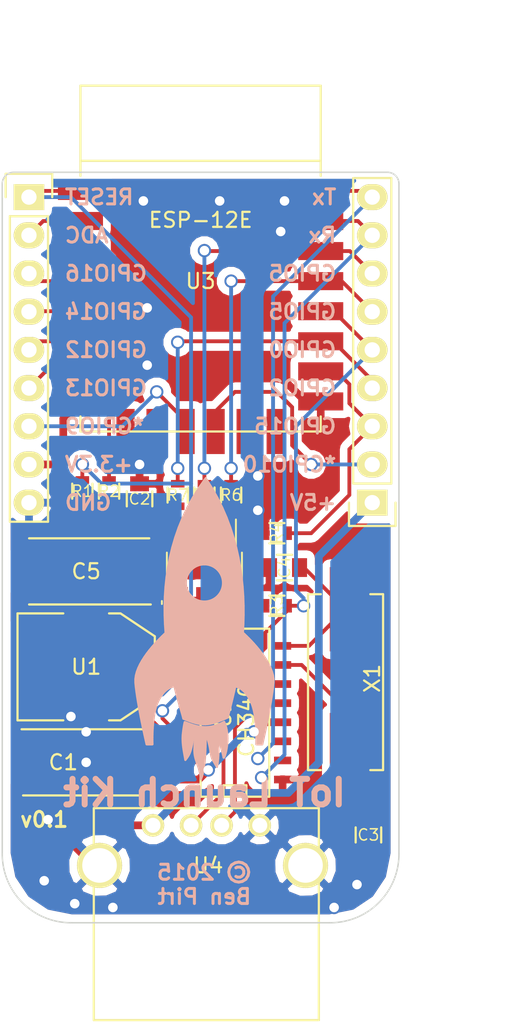
<source format=kicad_pcb>
(kicad_pcb (version 4) (host pcbnew "(2014-12-16 BZR 5324)-product")

  (general
    (links 62)
    (no_connects 0)
    (area 137.077667 73.604 179.323 141.622001)
    (thickness 1.6)
    (drawings 31)
    (tracks 228)
    (zones 0)
    (modules 21)
    (nets 27)
  )

  (page A4)
  (layers
    (0 F.Cu signal)
    (31 B.Cu signal)
    (32 B.Adhes user)
    (33 F.Adhes user)
    (34 B.Paste user)
    (35 F.Paste user)
    (36 B.SilkS user)
    (37 F.SilkS user)
    (38 B.Mask user)
    (39 F.Mask user)
    (40 Dwgs.User user)
    (41 Cmts.User user)
    (42 Eco1.User user)
    (43 Eco2.User user)
    (44 Edge.Cuts user)
    (45 Margin user)
    (46 B.CrtYd user)
    (47 F.CrtYd user)
    (48 B.Fab user)
    (49 F.Fab user)
  )

  (setup
    (last_trace_width 0.254)
    (trace_clearance 0.254)
    (zone_clearance 0.508)
    (zone_45_only no)
    (trace_min 0.254)
    (segment_width 0.2)
    (edge_width 0.1)
    (via_size 0.889)
    (via_drill 0.635)
    (via_min_size 0.889)
    (via_min_drill 0.508)
    (uvia_size 0.508)
    (uvia_drill 0.127)
    (uvias_allowed no)
    (uvia_min_size 0.508)
    (uvia_min_drill 0.127)
    (pcb_text_width 0.3)
    (pcb_text_size 1.5 1.5)
    (mod_edge_width 0.15)
    (mod_text_size 1 1)
    (mod_text_width 0.15)
    (pad_size 1.79832 1.39954)
    (pad_drill 0)
    (pad_to_mask_clearance 0)
    (aux_axis_origin 0 0)
    (visible_elements FFFFFF7F)
    (pcbplotparams
      (layerselection 0x010f0_80000001)
      (usegerberextensions true)
      (excludeedgelayer true)
      (linewidth 0.100000)
      (plotframeref false)
      (viasonmask false)
      (mode 1)
      (useauxorigin false)
      (hpglpennumber 1)
      (hpglpenspeed 20)
      (hpglpendiameter 15)
      (hpglpenoverlay 2)
      (psnegative false)
      (psa4output false)
      (plotreference true)
      (plotvalue true)
      (plotinvisibletext false)
      (padsonsilk false)
      (subtractmaskfromsilk false)
      (outputformat 1)
      (mirror false)
      (drillshape 0)
      (scaleselection 1)
      (outputdirectory ../../IoT-Launch-Kit/pcb/output/v0.1/))
  )

  (net 0 "")
  (net 1 +5V)
  (net 2 +3V3)
  (net 3 "Net-(C3-Pad1)")
  (net 4 GND)
  (net 5 "Net-(C4-Pad1)")
  (net 6 RST)
  (net 7 "Net-(R2-Pad1)")
  (net 8 GPIO0)
  (net 9 "Net-(U2-Pad6)")
  (net 10 "Net-(U2-Pad5)")
  (net 11 DOUT)
  (net 12 DIN)
  (net 13 ADC)
  (net 14 GPIO16)
  (net 15 GPIO14)
  (net 16 GPIO12)
  (net 17 GPIO13)
  (net 18 GPIO15)
  (net 19 GPIO2)
  (net 20 GPIO4)
  (net 21 GPIO9)
  (net 22 GPIO10)
  (net 23 GPIO5)
  (net 24 "Net-(D1-PadBC)")
  (net 25 "Net-(D1-PadGC)")
  (net 26 "Net-(D1-PadRC)")

  (net_class Default "This is the default net class."
    (clearance 0.254)
    (trace_width 0.254)
    (via_dia 0.889)
    (via_drill 0.635)
    (uvia_dia 0.508)
    (uvia_drill 0.127)
    (add_net ADC)
    (add_net DIN)
    (add_net DOUT)
    (add_net GPIO0)
    (add_net GPIO10)
    (add_net GPIO12)
    (add_net GPIO13)
    (add_net GPIO14)
    (add_net GPIO15)
    (add_net GPIO16)
    (add_net GPIO2)
    (add_net GPIO4)
    (add_net GPIO5)
    (add_net GPIO9)
    (add_net "Net-(C3-Pad1)")
    (add_net "Net-(C4-Pad1)")
    (add_net "Net-(D1-PadBC)")
    (add_net "Net-(D1-PadGC)")
    (add_net "Net-(D1-PadRC)")
    (add_net "Net-(R2-Pad1)")
    (add_net "Net-(U2-Pad5)")
    (add_net "Net-(U2-Pad6)")
    (add_net RST)
  )

  (net_class POWER ""
    (clearance 0.254)
    (trace_width 0.512)
    (via_dia 0.889)
    (via_drill 0.635)
    (uvia_dia 0.508)
    (uvia_drill 0.127)
    (add_net +3V3)
    (add_net +5V)
    (add_net GND)
  )

  (module Capacitors_Tantalum_SMD:TantalC_SizeD_EIA-7343_Reflow (layer F.Cu) (tedit 5656E884) (tstamp 564F67F5)
    (at 146.05 123.952)
    (descr "Tantal Cap. , Size D, EIA-7343, Reflow")
    (tags "Tantal Capacitor Size-D EIA-7343 Reflow")
    (path /564CA5FB)
    (attr smd)
    (fp_text reference C1 (at -1.524 0) (layer F.SilkS)
      (effects (font (size 1 1) (thickness 0.15)))
    )
    (fp_text value 100uF (at -0.09906 3.59918) (layer F.Fab) hide
      (effects (font (size 1 1) (thickness 0.15)))
    )
    (fp_line (start 4.6 -2.6) (end -4.6 -2.6) (layer F.CrtYd) (width 0.05))
    (fp_line (start -4.6 -2.6) (end -4.6 2.6) (layer F.CrtYd) (width 0.05))
    (fp_line (start -4.6 2.6) (end 4.6 2.6) (layer F.CrtYd) (width 0.05))
    (fp_line (start 4.6 2.6) (end 4.6 -2.6) (layer F.CrtYd) (width 0.05))
    (fp_line (start -4.2 2.2) (end 3.8 2.2) (layer F.SilkS) (width 0.15))
    (fp_line (start 3.8 -2.2) (end -4.3 -2.2) (layer F.SilkS) (width 0.15))
    (pad 2 smd rect (at 3.12 0) (size 2.37 2.43) (layers F.Cu F.Paste F.Mask)
      (net 4 GND))
    (pad 1 smd rect (at -3.12 0) (size 2.37 2.43) (layers F.Cu F.Paste F.Mask)
      (net 1 +5V))
    (model Capacitors_Tantalum_SMD.3dshapes/TantalC_SizeD_EIA-7343_Reflow.wrl
      (at (xyz 0 0 0))
      (scale (xyz 1 1 1))
      (rotate (xyz 0 0 180))
    )
  )

  (module Resistors_SMD:R_0603 (layer F.Cu) (tedit 5656404E) (tstamp 564F6813)
    (at 145.796 105.918 270)
    (descr "Resistor SMD 0603, reflow soldering, Vishay (see dcrcw.pdf)")
    (tags "resistor 0603")
    (path /564CEF3D)
    (attr smd)
    (fp_text reference R1 (at 0 0 360) (layer F.SilkS)
      (effects (font (size 0.75 0.75) (thickness 0.1)))
    )
    (fp_text value 10k (at 0 1.9 270) (layer F.Fab) hide
      (effects (font (size 1 1) (thickness 0.15)))
    )
    (fp_line (start -1.3 -0.8) (end 1.3 -0.8) (layer F.CrtYd) (width 0.05))
    (fp_line (start -1.3 0.8) (end 1.3 0.8) (layer F.CrtYd) (width 0.05))
    (fp_line (start -1.3 -0.8) (end -1.3 0.8) (layer F.CrtYd) (width 0.05))
    (fp_line (start 1.3 -0.8) (end 1.3 0.8) (layer F.CrtYd) (width 0.05))
    (fp_line (start 0.5 0.675) (end -0.5 0.675) (layer F.SilkS) (width 0.15))
    (fp_line (start -0.5 -0.675) (end 0.5 -0.675) (layer F.SilkS) (width 0.15))
    (pad 1 smd rect (at -0.75 0 270) (size 0.5 0.9) (layers F.Cu F.Paste F.Mask)
      (net 6 RST))
    (pad 2 smd rect (at 0.75 0 270) (size 0.5 0.9) (layers F.Cu F.Paste F.Mask)
      (net 2 +3V3))
    (model Resistors_SMD.3dshapes/R_0603.wrl
      (at (xyz 0 0 0))
      (scale (xyz 1 1 1))
      (rotate (xyz 0 0 0))
    )
  )

  (module Resistors_SMD:R_0603 (layer F.Cu) (tedit 56564052) (tstamp 564F6819)
    (at 147.574 105.918 270)
    (descr "Resistor SMD 0603, reflow soldering, Vishay (see dcrcw.pdf)")
    (tags "resistor 0603")
    (path /564CE645)
    (attr smd)
    (fp_text reference R2 (at 0 0 360) (layer F.SilkS)
      (effects (font (size 0.75 0.75) (thickness 0.1)))
    )
    (fp_text value 10k (at 0 1.9 270) (layer F.Fab) hide
      (effects (font (size 1 1) (thickness 0.15)))
    )
    (fp_line (start -1.3 -0.8) (end 1.3 -0.8) (layer F.CrtYd) (width 0.05))
    (fp_line (start -1.3 0.8) (end 1.3 0.8) (layer F.CrtYd) (width 0.05))
    (fp_line (start -1.3 -0.8) (end -1.3 0.8) (layer F.CrtYd) (width 0.05))
    (fp_line (start 1.3 -0.8) (end 1.3 0.8) (layer F.CrtYd) (width 0.05))
    (fp_line (start 0.5 0.675) (end -0.5 0.675) (layer F.SilkS) (width 0.15))
    (fp_line (start -0.5 -0.675) (end 0.5 -0.675) (layer F.SilkS) (width 0.15))
    (pad 1 smd rect (at -0.75 0 270) (size 0.5 0.9) (layers F.Cu F.Paste F.Mask)
      (net 7 "Net-(R2-Pad1)"))
    (pad 2 smd rect (at 0.75 0 270) (size 0.5 0.9) (layers F.Cu F.Paste F.Mask)
      (net 2 +3V3))
    (model Resistors_SMD.3dshapes/R_0603.wrl
      (at (xyz 0 0 0))
      (scale (xyz 1 1 1))
      (rotate (xyz 0 0 0))
    )
  )

  (module Resistors_SMD:R_0603 (layer F.Cu) (tedit 5656E2BD) (tstamp 564F681F)
    (at 158.75 113.538 180)
    (descr "Resistor SMD 0603, reflow soldering, Vishay (see dcrcw.pdf)")
    (tags "resistor 0603")
    (path /564CF250)
    (attr smd)
    (fp_text reference R3 (at 0 0 270) (layer F.SilkS)
      (effects (font (size 0.75 0.75) (thickness 0.1)))
    )
    (fp_text value 10k (at 0 1.9 180) (layer F.Fab) hide
      (effects (font (size 1 1) (thickness 0.15)))
    )
    (fp_line (start -1.3 -0.8) (end 1.3 -0.8) (layer F.CrtYd) (width 0.05))
    (fp_line (start -1.3 0.8) (end 1.3 0.8) (layer F.CrtYd) (width 0.05))
    (fp_line (start -1.3 -0.8) (end -1.3 0.8) (layer F.CrtYd) (width 0.05))
    (fp_line (start 1.3 -0.8) (end 1.3 0.8) (layer F.CrtYd) (width 0.05))
    (fp_line (start 0.5 0.675) (end -0.5 0.675) (layer F.SilkS) (width 0.15))
    (fp_line (start -0.5 -0.675) (end 0.5 -0.675) (layer F.SilkS) (width 0.15))
    (pad 1 smd rect (at -0.75 0 180) (size 0.5 0.9) (layers F.Cu F.Paste F.Mask)
      (net 8 GPIO0))
    (pad 2 smd rect (at 0.75 0 180) (size 0.5 0.9) (layers F.Cu F.Paste F.Mask)
      (net 2 +3V3))
    (model Resistors_SMD.3dshapes/R_0603.wrl
      (at (xyz 0 0 0))
      (scale (xyz 1 1 1))
      (rotate (xyz 0 0 0))
    )
  )

  (module Resistors_SMD:R_0603 (layer F.Cu) (tedit 5656E2B9) (tstamp 564F6825)
    (at 158.75 108.712)
    (descr "Resistor SMD 0603, reflow soldering, Vishay (see dcrcw.pdf)")
    (tags "resistor 0603")
    (path /564CF494)
    (attr smd)
    (fp_text reference R4 (at 0 0 90) (layer F.SilkS)
      (effects (font (size 0.75 0.75) (thickness 0.1)))
    )
    (fp_text value 10k (at 0 1.9) (layer F.Fab) hide
      (effects (font (size 1 1) (thickness 0.15)))
    )
    (fp_line (start -1.3 -0.8) (end 1.3 -0.8) (layer F.CrtYd) (width 0.05))
    (fp_line (start -1.3 0.8) (end 1.3 0.8) (layer F.CrtYd) (width 0.05))
    (fp_line (start -1.3 -0.8) (end -1.3 0.8) (layer F.CrtYd) (width 0.05))
    (fp_line (start 1.3 -0.8) (end 1.3 0.8) (layer F.CrtYd) (width 0.05))
    (fp_line (start 0.5 0.675) (end -0.5 0.675) (layer F.SilkS) (width 0.15))
    (fp_line (start -0.5 -0.675) (end 0.5 -0.675) (layer F.SilkS) (width 0.15))
    (pad 1 smd rect (at -0.75 0) (size 0.5 0.9) (layers F.Cu F.Paste F.Mask)
      (net 4 GND))
    (pad 2 smd rect (at 0.75 0) (size 0.5 0.9) (layers F.Cu F.Paste F.Mask)
      (net 18 GPIO15))
    (model Resistors_SMD.3dshapes/R_0603.wrl
      (at (xyz 0 0 0))
      (scale (xyz 1 1 1))
      (rotate (xyz 0 0 0))
    )
  )

  (module SMD_Packages:SO-16-N (layer F.Cu) (tedit 56563EF3) (tstamp 56567DD1)
    (at 155.956 120.65 90)
    (descr "Module CMS SOJ 16 pins large")
    (tags "CMS SOJ")
    (path /564CABA0)
    (attr smd)
    (fp_text reference U2 (at 0 -0.762 90) (layer F.SilkS)
      (effects (font (size 1 1) (thickness 0.15)))
    )
    (fp_text value CH340G (at 0 0.762 90) (layer F.SilkS)
      (effects (font (size 1 1) (thickness 0.15)))
    )
    (fp_line (start -5.588 -0.762) (end -4.826 -0.762) (layer F.SilkS) (width 0.15))
    (fp_line (start -4.826 -0.762) (end -4.826 0.762) (layer F.SilkS) (width 0.15))
    (fp_line (start -4.826 0.762) (end -5.588 0.762) (layer F.SilkS) (width 0.15))
    (fp_line (start 5.588 -2.286) (end 5.588 2.286) (layer F.SilkS) (width 0.15))
    (fp_line (start 5.588 2.286) (end -5.588 2.286) (layer F.SilkS) (width 0.15))
    (fp_line (start -5.588 2.286) (end -5.588 -2.286) (layer F.SilkS) (width 0.15))
    (fp_line (start -5.588 -2.286) (end 5.588 -2.286) (layer F.SilkS) (width 0.15))
    (pad 16 smd rect (at -4.445 -3.175 90) (size 0.508 1.143) (layers F.Cu F.Paste F.Mask)
      (net 2 +3V3))
    (pad 14 smd rect (at -1.905 -3.175 90) (size 0.508 1.143) (layers F.Cu F.Paste F.Mask)
      (net 6 RST))
    (pad 13 smd rect (at -0.635 -3.175 90) (size 0.508 1.143) (layers F.Cu F.Paste F.Mask)
      (net 8 GPIO0))
    (pad 12 smd rect (at 0.635 -3.175 90) (size 0.508 1.143) (layers F.Cu F.Paste F.Mask))
    (pad 11 smd rect (at 1.905 -3.175 90) (size 0.508 1.143) (layers F.Cu F.Paste F.Mask))
    (pad 10 smd rect (at 3.175 -3.175 90) (size 0.508 1.143) (layers F.Cu F.Paste F.Mask))
    (pad 9 smd rect (at 4.445 -3.175 90) (size 0.508 1.143) (layers F.Cu F.Paste F.Mask))
    (pad 8 smd rect (at 4.445 3.175 90) (size 0.508 1.143) (layers F.Cu F.Paste F.Mask)
      (net 5 "Net-(C4-Pad1)"))
    (pad 7 smd rect (at 3.175 3.175 90) (size 0.508 1.143) (layers F.Cu F.Paste F.Mask)
      (net 3 "Net-(C3-Pad1)"))
    (pad 6 smd rect (at 1.905 3.175 90) (size 0.508 1.143) (layers F.Cu F.Paste F.Mask)
      (net 9 "Net-(U2-Pad6)"))
    (pad 5 smd rect (at 0.635 3.175 90) (size 0.508 1.143) (layers F.Cu F.Paste F.Mask)
      (net 10 "Net-(U2-Pad5)"))
    (pad 4 smd rect (at -0.635 3.175 90) (size 0.508 1.143) (layers F.Cu F.Paste F.Mask)
      (net 2 +3V3))
    (pad 3 smd rect (at -1.905 3.175 90) (size 0.508 1.143) (layers F.Cu F.Paste F.Mask)
      (net 11 DOUT))
    (pad 2 smd rect (at -3.175 3.175 90) (size 0.508 1.143) (layers F.Cu F.Paste F.Mask)
      (net 12 DIN))
    (pad 1 smd rect (at -4.445 3.175 90) (size 0.508 1.143) (layers F.Cu F.Paste F.Mask)
      (net 4 GND))
    (pad 15 smd rect (at -3.175 -3.175 90) (size 0.508 1.143) (layers F.Cu F.Paste F.Mask))
    (model SMD_Packages.3dshapes/SO-16-N.wrl
      (at (xyz 0 0 0))
      (scale (xyz 0.5 0.4 0.5))
      (rotate (xyz 0 0 0))
    )
  )

  (module IoT-Launch-Kit:ESP-12E (layer F.Cu) (tedit 56563ED7) (tstamp 564F685A)
    (at 153.67 91.948 270)
    (path /564CB6E9)
    (attr smd)
    (fp_text reference U3 (at 0 0 360) (layer F.SilkS)
      (effects (font (size 1 1) (thickness 0.15)))
    )
    (fp_text value ESP-12E (at -4.064 0 360) (layer F.SilkS)
      (effects (font (size 1 1) (thickness 0.15)))
    )
    (fp_line (start -8 -8) (end -8 8) (layer F.SilkS) (width 0.15))
    (fp_line (start -7 8) (end -13 8) (layer F.SilkS) (width 0.15))
    (fp_line (start -13 8) (end -13 -8) (layer F.SilkS) (width 0.15))
    (fp_line (start -13 -8) (end -7 -8) (layer F.SilkS) (width 0.15))
    (fp_line (start 9 8) (end 10 8) (layer F.SilkS) (width 0.15))
    (fp_line (start 10 8) (end 10 -8) (layer F.SilkS) (width 0.15))
    (fp_line (start 10 -8) (end 9 -8) (layer F.SilkS) (width 0.15))
    (pad 1 smd rect (at -6 8 270) (size 1.2 3) (layers F.Cu F.Paste F.Mask)
      (net 6 RST))
    (pad 2 smd rect (at -4 8 270) (size 1.2 3) (layers F.Cu F.Paste F.Mask)
      (net 13 ADC))
    (pad 3 smd rect (at -2 8 270) (size 1.2 3) (layers F.Cu F.Paste F.Mask)
      (net 7 "Net-(R2-Pad1)"))
    (pad 4 smd rect (at 0 8 270) (size 1.2 3) (layers F.Cu F.Paste F.Mask)
      (net 14 GPIO16))
    (pad 5 smd rect (at 2 8 270) (size 1.2 3) (layers F.Cu F.Paste F.Mask)
      (net 15 GPIO14))
    (pad 6 smd rect (at 4 8 270) (size 1.2 3) (layers F.Cu F.Paste F.Mask)
      (net 16 GPIO12))
    (pad 7 smd rect (at 6 8 270) (size 1.2 3) (layers F.Cu F.Paste F.Mask)
      (net 17 GPIO13))
    (pad 8 smd rect (at 8 8 270) (size 1.2 3) (layers F.Cu F.Paste F.Mask)
      (net 2 +3V3))
    (pad 15 smd rect (at 8 -8 270) (size 1.2 3) (layers F.Cu F.Paste F.Mask)
      (net 4 GND))
    (pad 16 smd rect (at 6 -8 270) (size 1.2 3) (layers F.Cu F.Paste F.Mask)
      (net 18 GPIO15))
    (pad 18 smd rect (at 2 -8 270) (size 1.2 3) (layers F.Cu F.Paste F.Mask)
      (net 8 GPIO0))
    (pad 19 smd rect (at 0 -8 270) (size 1.2 3) (layers F.Cu F.Paste F.Mask)
      (net 20 GPIO4))
    (pad 20 smd rect (at -2 -8 270) (size 1.2 3) (layers F.Cu F.Paste F.Mask)
      (net 23 GPIO5))
    (pad 21 smd rect (at -4 -8 270) (size 1.2 3) (layers F.Cu F.Paste F.Mask)
      (net 12 DIN))
    (pad 22 smd rect (at -6 -8 270) (size 1.2 3) (layers F.Cu F.Paste F.Mask)
      (net 11 DOUT))
    (pad 17 smd rect (at 4 -8 270) (size 1.2 3) (layers F.Cu F.Paste F.Mask)
      (net 19 GPIO2))
    (pad 11 smd rect (at 10 1 270) (size 3 1.21) (layers F.Cu F.Paste F.Mask)
      (net 21 GPIO9))
    (pad 10 smd rect (at 10 3 270) (size 3 1.21) (layers F.Cu F.Paste F.Mask))
    (pad 9 smd rect (at 10 5 270) (size 3 1.21) (layers F.Cu F.Paste F.Mask))
    (pad 12 smd rect (at 10 -1 270) (size 3 1.21) (layers F.Cu F.Paste F.Mask)
      (net 22 GPIO10))
    (pad 13 smd rect (at 10 -3 270) (size 3 1.21) (layers F.Cu F.Paste F.Mask))
    (pad 14 smd rect (at 10 -5 270) (size 3 1.21) (layers F.Cu F.Paste F.Mask))
  )

  (module Connect:USB_A (layer F.Cu) (tedit 56564032) (tstamp 5656DE76)
    (at 150.495 128.143)
    (descr "USB A connector")
    (tags "USB USB_A")
    (path /564CD8C0)
    (fp_text reference U4 (at 3.683 2.667) (layer F.SilkS)
      (effects (font (size 1 1) (thickness 0.15)))
    )
    (fp_text value USB-A-PLUG (at 3.83794 7.43458) (layer F.Fab) hide
      (effects (font (size 1 1) (thickness 0.15)))
    )
    (fp_line (start -5.3 13.2) (end -5.3 -1.4) (layer F.CrtYd) (width 0.05))
    (fp_line (start 11.95 -1.4) (end 11.95 13.2) (layer F.CrtYd) (width 0.05))
    (fp_line (start -5.3 13.2) (end 11.95 13.2) (layer F.CrtYd) (width 0.05))
    (fp_line (start -5.3 -1.4) (end 11.95 -1.4) (layer F.CrtYd) (width 0.05))
    (fp_line (start 11.04986 -1.14512) (end 11.04986 12.95188) (layer F.SilkS) (width 0.15))
    (fp_line (start -3.93614 12.95188) (end -3.93614 -1.14512) (layer F.SilkS) (width 0.15))
    (fp_line (start 11.04986 -1.14512) (end -3.93614 -1.14512) (layer F.SilkS) (width 0.15))
    (fp_line (start 11.04986 12.95188) (end -3.93614 12.95188) (layer F.SilkS) (width 0.15))
    (pad 4 thru_hole circle (at 7.11286 -0.00212 270) (size 1.50114 1.50114) (drill 1.00076) (layers *.Cu *.Mask F.SilkS)
      (net 4 GND))
    (pad 3 thru_hole circle (at 4.57286 -0.00212 270) (size 1.50114 1.50114) (drill 1.00076) (layers *.Cu *.Mask F.SilkS)
      (net 10 "Net-(U2-Pad5)"))
    (pad 2 thru_hole circle (at 2.54086 -0.00212 270) (size 1.50114 1.50114) (drill 1.00076) (layers *.Cu *.Mask F.SilkS)
      (net 9 "Net-(U2-Pad6)"))
    (pad 1 thru_hole circle (at 0.00086 -0.00212 270) (size 1.50114 1.50114) (drill 1.00076) (layers *.Cu *.Mask F.SilkS)
      (net 1 +5V))
    (pad 5 thru_hole circle (at 10.16086 2.66488 270) (size 2.99974 2.99974) (drill 2.30124) (layers *.Cu *.Mask F.SilkS)
      (net 4 GND))
    (pad 5 thru_hole circle (at -3.55514 2.66488 270) (size 2.99974 2.99974) (drill 2.30124) (layers *.Cu *.Mask F.SilkS)
      (net 4 GND))
    (model Connect.3dshapes/USB_A.wrl
      (at (xyz 0.14 0 0))
      (scale (xyz 1 1 1))
      (rotate (xyz 0 0 90))
    )
  )

  (module TO_SOT_Packages_SMD:SOT-223 (layer F.Cu) (tedit 5656401F) (tstamp 564F69A2)
    (at 146.05 117.602 270)
    (descr "module CMS SOT223 4 pins")
    (tags "CMS SOT")
    (path /564CA583)
    (attr smd)
    (fp_text reference U1 (at 0 0 360) (layer F.SilkS)
      (effects (font (size 1 1) (thickness 0.15)))
    )
    (fp_text value LD1117S33CTR (at 0.635 -6.35 270) (layer F.Fab) hide
      (effects (font (size 1 1) (thickness 0.15)))
    )
    (fp_line (start -3.556 1.524) (end -3.556 4.572) (layer F.SilkS) (width 0.15))
    (fp_line (start -3.556 4.572) (end 3.556 4.572) (layer F.SilkS) (width 0.15))
    (fp_line (start 3.556 4.572) (end 3.556 1.524) (layer F.SilkS) (width 0.15))
    (fp_line (start -3.556 -1.524) (end -3.556 -2.286) (layer F.SilkS) (width 0.15))
    (fp_line (start -3.556 -2.286) (end -2.032 -4.572) (layer F.SilkS) (width 0.15))
    (fp_line (start -2.032 -4.572) (end 2.032 -4.572) (layer F.SilkS) (width 0.15))
    (fp_line (start 2.032 -4.572) (end 3.556 -2.286) (layer F.SilkS) (width 0.15))
    (fp_line (start 3.556 -2.286) (end 3.556 -1.524) (layer F.SilkS) (width 0.15))
    (pad 4 smd rect (at 0 -3.302 270) (size 3.6576 2.032) (layers F.Cu F.Paste F.Mask))
    (pad 2 smd rect (at 0 3.302 270) (size 1.016 2.032) (layers F.Cu F.Paste F.Mask)
      (net 2 +3V3))
    (pad 3 smd rect (at 2.286 3.302 270) (size 1.016 2.032) (layers F.Cu F.Paste F.Mask)
      (net 1 +5V))
    (pad 1 smd rect (at -2.286 3.302 270) (size 1.016 2.032) (layers F.Cu F.Paste F.Mask)
      (net 4 GND))
    (model TO_SOT_Packages_SMD.3dshapes/SOT-223.wrl
      (at (xyz 0 0 0))
      (scale (xyz 0.4 0.4 0.4))
      (rotate (xyz 0 0 0))
    )
  )

  (module Capacitors_Tantalum_SMD:TantalC_SizeD_EIA-7343_Reflow (layer F.Cu) (tedit 56564037) (tstamp 564F6AC5)
    (at 146.05 111.252 180)
    (descr "Tantal Cap. , Size D, EIA-7343, Reflow")
    (tags "Tantal Capacitor Size-D EIA-7343 Reflow")
    (path /564CE0D6)
    (attr smd)
    (fp_text reference C5 (at 0 0 180) (layer F.SilkS)
      (effects (font (size 1 1) (thickness 0.15)))
    )
    (fp_text value 100uF (at -0.09906 3.59918 180) (layer F.Fab) hide
      (effects (font (size 1 1) (thickness 0.15)))
    )
    (fp_line (start 4.6 -2.6) (end -4.6 -2.6) (layer F.CrtYd) (width 0.05))
    (fp_line (start -4.6 -2.6) (end -4.6 2.6) (layer F.CrtYd) (width 0.05))
    (fp_line (start -4.6 2.6) (end 4.6 2.6) (layer F.CrtYd) (width 0.05))
    (fp_line (start 4.6 2.6) (end 4.6 -2.6) (layer F.CrtYd) (width 0.05))
    (fp_line (start -4.2 2.2) (end 3.8 2.2) (layer F.SilkS) (width 0.15))
    (fp_line (start 3.8 -2.2) (end -4.3 -2.2) (layer F.SilkS) (width 0.15))
    (pad 2 smd rect (at 3.12 0 180) (size 2.37 2.43) (layers F.Cu F.Paste F.Mask)
      (net 4 GND))
    (pad 1 smd rect (at -3.12 0 180) (size 2.37 2.43) (layers F.Cu F.Paste F.Mask)
      (net 2 +3V3))
    (model Capacitors_Tantalum_SMD.3dshapes/TantalC_SizeD_EIA-7343_Reflow.wrl
      (at (xyz 0 0 0))
      (scale (xyz 1 1 1))
      (rotate (xyz 0 0 180))
    )
  )

  (module Crystals:Crystal_HC49-SD_SMD (layer F.Cu) (tedit 5656E2D3) (tstamp 56544682)
    (at 163.322 118.618 270)
    (descr "Crystal, Quarz, HC49-SD, SMD,")
    (tags "Crystal, Quarz, HC49-SD, SMD,")
    (path /564CADE4)
    (attr smd)
    (fp_text reference X1 (at -0.254 -1.778 270) (layer F.SilkS)
      (effects (font (size 1 1) (thickness 0.15)))
    )
    (fp_text value 12MHz (at 0 -2.032 270) (layer F.Fab) hide
      (effects (font (size 1 1) (thickness 0.15)))
    )
    (fp_circle (center 0 0) (end 0.8509 0) (layer F.Adhes) (width 0.381))
    (fp_circle (center 0 0) (end 0.50038 0) (layer F.Adhes) (width 0.381))
    (fp_circle (center 0 0) (end 0.14986 0.0508) (layer F.Adhes) (width 0.381))
    (fp_line (start -5.84962 2.49936) (end 5.84962 2.49936) (layer F.SilkS) (width 0.15))
    (fp_line (start 5.84962 -2.49936) (end -5.84962 -2.49936) (layer F.SilkS) (width 0.15))
    (fp_line (start 5.84962 2.49936) (end 5.84962 1.651) (layer F.SilkS) (width 0.15))
    (fp_line (start 5.84962 -2.49936) (end 5.84962 -1.651) (layer F.SilkS) (width 0.15))
    (fp_line (start -5.84962 2.49936) (end -5.84962 1.651) (layer F.SilkS) (width 0.15))
    (fp_line (start -5.84962 -2.49936) (end -5.84962 -1.651) (layer F.SilkS) (width 0.15))
    (pad 1 smd rect (at -4.84886 0 270) (size 5.6007 2.10058) (layers F.Cu F.Paste F.Mask)
      (net 5 "Net-(C4-Pad1)"))
    (pad 2 smd rect (at 4.84886 0 270) (size 5.6007 2.10058) (layers F.Cu F.Paste F.Mask)
      (net 3 "Net-(C3-Pad1)"))
  )

  (module Resistors_SMD:R_0603 (layer F.Cu) (tedit 56564012) (tstamp 5652515C)
    (at 153.924 106.172 90)
    (descr "Resistor SMD 0603, reflow soldering, Vishay (see dcrcw.pdf)")
    (tags "resistor 0603")
    (path /56527AF4)
    (attr smd)
    (fp_text reference R5 (at 0 0 180) (layer F.SilkS)
      (effects (font (size 0.75 0.75) (thickness 0.1)))
    )
    (fp_text value 300R (at 0 1.9 90) (layer F.Fab) hide
      (effects (font (size 1 1) (thickness 0.15)))
    )
    (fp_line (start -1.3 -0.8) (end 1.3 -0.8) (layer F.CrtYd) (width 0.05))
    (fp_line (start -1.3 0.8) (end 1.3 0.8) (layer F.CrtYd) (width 0.05))
    (fp_line (start -1.3 -0.8) (end -1.3 0.8) (layer F.CrtYd) (width 0.05))
    (fp_line (start 1.3 -0.8) (end 1.3 0.8) (layer F.CrtYd) (width 0.05))
    (fp_line (start 0.5 0.675) (end -0.5 0.675) (layer F.SilkS) (width 0.15))
    (fp_line (start -0.5 -0.675) (end 0.5 -0.675) (layer F.SilkS) (width 0.15))
    (pad 1 smd rect (at -0.75 0 90) (size 0.5 0.9) (layers F.Cu F.Paste F.Mask)
      (net 26 "Net-(D1-PadRC)"))
    (pad 2 smd rect (at 0.75 0 90) (size 0.5 0.9) (layers F.Cu F.Paste F.Mask)
      (net 23 GPIO5))
    (model Resistors_SMD.3dshapes/R_0603.wrl
      (at (xyz 0 0 0))
      (scale (xyz 1 1 1))
      (rotate (xyz 0 0 0))
    )
  )

  (module Resistors_SMD:R_0603 (layer F.Cu) (tedit 56564008) (tstamp 56525162)
    (at 155.702 106.172 90)
    (descr "Resistor SMD 0603, reflow soldering, Vishay (see dcrcw.pdf)")
    (tags "resistor 0603")
    (path /56527B71)
    (attr smd)
    (fp_text reference R6 (at 0 0 180) (layer F.SilkS)
      (effects (font (size 0.75 0.75) (thickness 0.1)))
    )
    (fp_text value 300R (at 0 1.9 90) (layer F.Fab) hide
      (effects (font (size 1 1) (thickness 0.15)))
    )
    (fp_line (start -1.3 -0.8) (end 1.3 -0.8) (layer F.CrtYd) (width 0.05))
    (fp_line (start -1.3 0.8) (end 1.3 0.8) (layer F.CrtYd) (width 0.05))
    (fp_line (start -1.3 -0.8) (end -1.3 0.8) (layer F.CrtYd) (width 0.05))
    (fp_line (start 1.3 -0.8) (end 1.3 0.8) (layer F.CrtYd) (width 0.05))
    (fp_line (start 0.5 0.675) (end -0.5 0.675) (layer F.SilkS) (width 0.15))
    (fp_line (start -0.5 -0.675) (end 0.5 -0.675) (layer F.SilkS) (width 0.15))
    (pad 1 smd rect (at -0.75 0 90) (size 0.5 0.9) (layers F.Cu F.Paste F.Mask)
      (net 25 "Net-(D1-PadGC)"))
    (pad 2 smd rect (at 0.75 0 90) (size 0.5 0.9) (layers F.Cu F.Paste F.Mask)
      (net 20 GPIO4))
    (model Resistors_SMD.3dshapes/R_0603.wrl
      (at (xyz 0 0 0))
      (scale (xyz 1 1 1))
      (rotate (xyz 0 0 0))
    )
  )

  (module Resistors_SMD:R_0603 (layer F.Cu) (tedit 5656401A) (tstamp 56567D2C)
    (at 152.146 106.172 90)
    (descr "Resistor SMD 0603, reflow soldering, Vishay (see dcrcw.pdf)")
    (tags "resistor 0603")
    (path /56527BB0)
    (attr smd)
    (fp_text reference R7 (at 0 0 180) (layer F.SilkS)
      (effects (font (size 0.75 0.75) (thickness 0.1)))
    )
    (fp_text value 300R (at 0 1.9 90) (layer F.Fab) hide
      (effects (font (size 1 1) (thickness 0.15)))
    )
    (fp_line (start -1.3 -0.8) (end 1.3 -0.8) (layer F.CrtYd) (width 0.05))
    (fp_line (start -1.3 0.8) (end 1.3 0.8) (layer F.CrtYd) (width 0.05))
    (fp_line (start -1.3 -0.8) (end -1.3 0.8) (layer F.CrtYd) (width 0.05))
    (fp_line (start 1.3 -0.8) (end 1.3 0.8) (layer F.CrtYd) (width 0.05))
    (fp_line (start 0.5 0.675) (end -0.5 0.675) (layer F.SilkS) (width 0.15))
    (fp_line (start -0.5 -0.675) (end 0.5 -0.675) (layer F.SilkS) (width 0.15))
    (pad 1 smd rect (at -0.75 0 90) (size 0.5 0.9) (layers F.Cu F.Paste F.Mask)
      (net 24 "Net-(D1-PadBC)"))
    (pad 2 smd rect (at 0.75 0 90) (size 0.5 0.9) (layers F.Cu F.Paste F.Mask)
      (net 19 GPIO2))
    (model Resistors_SMD.3dshapes/R_0603.wrl
      (at (xyz 0 0 0))
      (scale (xyz 1 1 1))
      (rotate (xyz 0 0 0))
    )
  )

  (module IoT-Launch-Kit:LED-RGB-5050 (layer F.Cu) (tedit 565435EA) (tstamp 56525156)
    (at 153.924 110.998 90)
    (descr "<H3>5050 SMD RGB LED</h3>")
    (path /56527564)
    (fp_text reference D1 (at 0 0 90) (layer Cmts.User) hide
      (effects (font (size 0 0) (thickness 0.000001)))
    )
    (fp_text value LED_RGB (at 0 0 90) (layer Eco1.User) hide
      (effects (font (size 0 0) (thickness 0.000001)))
    )
    (fp_line (start -2.49936 2.49936) (end -2.49936 -1.2446) (layer Cmts.User) (width 0.127))
    (fp_line (start -2.49936 -1.2446) (end -2.49936 -2.49936) (layer Cmts.User) (width 0.127))
    (fp_line (start -2.49936 -2.49936) (end -1.2446 -2.49936) (layer Cmts.User) (width 0.127))
    (fp_line (start -1.2446 -2.49936) (end 2.49936 -2.49936) (layer Cmts.User) (width 0.127))
    (fp_line (start 2.49936 -2.49936) (end 2.49936 2.49936) (layer Cmts.User) (width 0.127))
    (fp_line (start 2.49936 2.49936) (end -2.49936 2.49936) (layer Cmts.User) (width 0.127))
    (fp_line (start -0.99822 -2.49936) (end 0.99822 -2.49936) (layer F.SilkS) (width 0.127))
    (fp_line (start -0.99822 2.49936) (end 0.99822 2.49936) (layer F.SilkS) (width 0.127))
    (fp_line (start -2.49936 -0.6985) (end -2.49936 -0.89916) (layer F.SilkS) (width 0.127))
    (fp_line (start -2.49936 0.89916) (end -2.49936 0.6985) (layer F.SilkS) (width 0.127))
    (fp_line (start 2.49936 0.89916) (end 2.49936 0.6985) (layer F.SilkS) (width 0.127))
    (fp_line (start 2.49936 -0.6985) (end 2.49936 -0.89916) (layer F.SilkS) (width 0.127))
    (fp_line (start -2.49936 -1.2446) (end -1.2446 -2.49936) (layer Cmts.User) (width 0.127))
    (fp_line (start -2.2225 -2.8321) (end -2.42316 -2.8321) (layer F.SilkS) (width 0.127))
    (fp_line (start -3.19786 2.09804) (end 3.19786 2.09804) (layer F.SilkS) (width 0.127))
    (fp_circle (center -0.6985 -1.99898) (end -0.47498 -1.99898) (layer F.SilkS) (width 0.127))
    (fp_circle (center 0 0) (end 1.99898 0) (layer Cmts.User) (width 0.127))
    (fp_circle (center 0 0) (end 1.64846 0) (layer Cmts.User) (width 0.127))
    (pad BA smd rect (at -2.19964 -1.79832 90) (size 1.79832 1.39954) (layers F.Cu F.Paste F.Mask)
      (net 2 +3V3))
    (pad BC smd rect (at 2.19964 -1.79832 90) (size 1.79832 1.39954) (layers F.Cu F.Paste F.Mask)
      (net 24 "Net-(D1-PadBC)"))
    (pad GA smd rect (at -2.19964 1.79832 90) (size 1.79832 1.39954) (layers F.Cu F.Paste F.Mask)
      (net 2 +3V3))
    (pad GC smd rect (at 2.19964 1.79832 90) (size 1.79832 1.39954) (layers F.Cu F.Paste F.Mask)
      (net 25 "Net-(D1-PadGC)"))
    (pad RA smd rect (at -2.19964 0 90) (size 1.79832 1.09982) (layers F.Cu F.Paste F.Mask)
      (net 2 +3V3))
    (pad RC smd rect (at 2.19964 0 90) (size 1.79832 1.09982) (layers F.Cu F.Paste F.Mask)
      (net 26 "Net-(D1-PadRC)"))
  )

  (module Capacitors_SMD:C_0805 (layer F.Cu) (tedit 5656E912) (tstamp 5656D8E4)
    (at 149.606 106.426 90)
    (descr "Capacitor SMD 0805, reflow soldering, AVX (see smccp.pdf)")
    (tags "capacitor 0805")
    (path /564CA5B9)
    (attr smd)
    (fp_text reference C2 (at 0 0 180) (layer F.SilkS)
      (effects (font (size 0.75 0.75) (thickness 0.1)))
    )
    (fp_text value 10uF (at 0 2.1 90) (layer F.Fab) hide
      (effects (font (size 1 1) (thickness 0.15)))
    )
    (fp_line (start -1.8 -1) (end 1.8 -1) (layer F.CrtYd) (width 0.05))
    (fp_line (start -1.8 1) (end 1.8 1) (layer F.CrtYd) (width 0.05))
    (fp_line (start -1.8 -1) (end -1.8 1) (layer F.CrtYd) (width 0.05))
    (fp_line (start 1.8 -1) (end 1.8 1) (layer F.CrtYd) (width 0.05))
    (fp_line (start 0.5 -0.85) (end -0.5 -0.85) (layer F.SilkS) (width 0.15))
    (fp_line (start -0.5 0.85) (end 0.5 0.85) (layer F.SilkS) (width 0.15))
    (pad 1 smd rect (at -1 0 90) (size 1 1.25) (layers F.Cu F.Paste F.Mask)
      (net 2 +3V3))
    (pad 2 smd rect (at 1 0 90) (size 1 1.25) (layers F.Cu F.Paste F.Mask)
      (net 4 GND))
    (model Capacitors_SMD.3dshapes/C_0805.wrl
      (at (xyz 0 0 0))
      (scale (xyz 1 1 1))
      (rotate (xyz 0 0 0))
    )
  )

  (module Capacitors_SMD:C_0805 (layer F.Cu) (tedit 5656E87A) (tstamp 5656D8E9)
    (at 164.846 128.778 270)
    (descr "Capacitor SMD 0805, reflow soldering, AVX (see smccp.pdf)")
    (tags "capacitor 0805")
    (path /564CAF2B)
    (attr smd)
    (fp_text reference C3 (at 0 0 360) (layer F.SilkS)
      (effects (font (size 0.75 0.75) (thickness 0.1)))
    )
    (fp_text value 22pF (at 0 2.1 270) (layer F.Fab) hide
      (effects (font (size 1 1) (thickness 0.15)))
    )
    (fp_line (start -1.8 -1) (end 1.8 -1) (layer F.CrtYd) (width 0.05))
    (fp_line (start -1.8 1) (end 1.8 1) (layer F.CrtYd) (width 0.05))
    (fp_line (start -1.8 -1) (end -1.8 1) (layer F.CrtYd) (width 0.05))
    (fp_line (start 1.8 -1) (end 1.8 1) (layer F.CrtYd) (width 0.05))
    (fp_line (start 0.5 -0.85) (end -0.5 -0.85) (layer F.SilkS) (width 0.15))
    (fp_line (start -0.5 0.85) (end 0.5 0.85) (layer F.SilkS) (width 0.15))
    (pad 1 smd rect (at -1 0 270) (size 1 1.25) (layers F.Cu F.Paste F.Mask)
      (net 3 "Net-(C3-Pad1)"))
    (pad 2 smd rect (at 1 0 270) (size 1 1.25) (layers F.Cu F.Paste F.Mask)
      (net 4 GND))
    (model Capacitors_SMD.3dshapes/C_0805.wrl
      (at (xyz 0 0 0))
      (scale (xyz 1 1 1))
      (rotate (xyz 0 0 0))
    )
  )

  (module Capacitors_SMD:C_0805 (layer F.Cu) (tedit 5656E2CB) (tstamp 5656D8EE)
    (at 159.258 110.998 180)
    (descr "Capacitor SMD 0805, reflow soldering, AVX (see smccp.pdf)")
    (tags "capacitor 0805")
    (path /564CAEDD)
    (attr smd)
    (fp_text reference C4 (at 0 0 270) (layer F.SilkS)
      (effects (font (size 0.75 0.75) (thickness 0.1)))
    )
    (fp_text value 22pF (at 0 2.1 180) (layer F.Fab) hide
      (effects (font (size 1 1) (thickness 0.15)))
    )
    (fp_line (start -1.8 -1) (end 1.8 -1) (layer F.CrtYd) (width 0.05))
    (fp_line (start -1.8 1) (end 1.8 1) (layer F.CrtYd) (width 0.05))
    (fp_line (start -1.8 -1) (end -1.8 1) (layer F.CrtYd) (width 0.05))
    (fp_line (start 1.8 -1) (end 1.8 1) (layer F.CrtYd) (width 0.05))
    (fp_line (start 0.5 -0.85) (end -0.5 -0.85) (layer F.SilkS) (width 0.15))
    (fp_line (start -0.5 0.85) (end 0.5 0.85) (layer F.SilkS) (width 0.15))
    (pad 1 smd rect (at -1 0 180) (size 1 1.25) (layers F.Cu F.Paste F.Mask)
      (net 5 "Net-(C4-Pad1)"))
    (pad 2 smd rect (at 1 0 180) (size 1 1.25) (layers F.Cu F.Paste F.Mask)
      (net 4 GND))
    (model Capacitors_SMD.3dshapes/C_0805.wrl
      (at (xyz 0 0 0))
      (scale (xyz 1 1 1))
      (rotate (xyz 0 0 0))
    )
  )

  (module Pin_Headers:Pin_Header_Straight_1x09 (layer F.Cu) (tedit 5656DEC9) (tstamp 5656D8F3)
    (at 142.24 86.36)
    (descr "Through hole pin header")
    (tags "pin header")
    (path /5656D556)
    (fp_text reference P1 (at 0 -5.1) (layer F.SilkS) hide
      (effects (font (size 1 1) (thickness 0.15)))
    )
    (fp_text value CONN_01X09 (at 0 -3.1) (layer F.Fab) hide
      (effects (font (size 1 1) (thickness 0.15)))
    )
    (fp_line (start -1.75 -1.75) (end -1.75 22.1) (layer F.CrtYd) (width 0.05))
    (fp_line (start 1.75 -1.75) (end 1.75 22.1) (layer F.CrtYd) (width 0.05))
    (fp_line (start -1.75 -1.75) (end 1.75 -1.75) (layer F.CrtYd) (width 0.05))
    (fp_line (start -1.75 22.1) (end 1.75 22.1) (layer F.CrtYd) (width 0.05))
    (fp_line (start 1.27 1.27) (end 1.27 21.59) (layer F.SilkS) (width 0.15))
    (fp_line (start 1.27 21.59) (end -1.27 21.59) (layer F.SilkS) (width 0.15))
    (fp_line (start -1.27 21.59) (end -1.27 1.27) (layer F.SilkS) (width 0.15))
    (fp_line (start 1.55 -1.55) (end 1.55 0) (layer F.SilkS) (width 0.15))
    (fp_line (start 1.27 1.27) (end -1.27 1.27) (layer F.SilkS) (width 0.15))
    (fp_line (start -1.55 0) (end -1.55 -1.55) (layer F.SilkS) (width 0.15))
    (fp_line (start -1.55 -1.55) (end 1.55 -1.55) (layer F.SilkS) (width 0.15))
    (pad 1 thru_hole rect (at 0 0) (size 2.032 1.7272) (drill 1.016) (layers *.Cu *.Mask F.SilkS)
      (net 6 RST))
    (pad 2 thru_hole oval (at 0 2.54) (size 2.032 1.7272) (drill 1.016) (layers *.Cu *.Mask F.SilkS)
      (net 13 ADC))
    (pad 3 thru_hole oval (at 0 5.08) (size 2.032 1.7272) (drill 1.016) (layers *.Cu *.Mask F.SilkS)
      (net 14 GPIO16))
    (pad 4 thru_hole oval (at 0 7.62) (size 2.032 1.7272) (drill 1.016) (layers *.Cu *.Mask F.SilkS)
      (net 15 GPIO14))
    (pad 5 thru_hole oval (at 0 10.16) (size 2.032 1.7272) (drill 1.016) (layers *.Cu *.Mask F.SilkS)
      (net 16 GPIO12))
    (pad 6 thru_hole oval (at 0 12.7) (size 2.032 1.7272) (drill 1.016) (layers *.Cu *.Mask F.SilkS)
      (net 17 GPIO13))
    (pad 7 thru_hole oval (at 0 15.24) (size 2.032 1.7272) (drill 1.016) (layers *.Cu *.Mask F.SilkS)
      (net 21 GPIO9))
    (pad 8 thru_hole oval (at 0 17.78) (size 2.032 1.7272) (drill 1.016) (layers *.Cu *.Mask F.SilkS)
      (net 2 +3V3))
    (pad 9 thru_hole oval (at 0 20.32) (size 2.032 1.7272) (drill 1.016) (layers *.Cu *.Mask F.SilkS)
      (net 4 GND))
    (model Pin_Headers.3dshapes/Pin_Header_Straight_1x09.wrl
      (at (xyz 0 -0.4 0))
      (scale (xyz 1 1 1))
      (rotate (xyz 0 0 90))
    )
  )

  (module Pin_Headers:Pin_Header_Straight_1x09 (layer F.Cu) (tedit 5656E081) (tstamp 5656D8FF)
    (at 165.1 106.68 180)
    (descr "Through hole pin header")
    (tags "pin header")
    (path /5656D968)
    (fp_text reference P2 (at 0 -5.1 180) (layer F.SilkS) hide
      (effects (font (size 1 1) (thickness 0.15)))
    )
    (fp_text value CONN_01X09 (at 0 -3.1 180) (layer F.Fab) hide
      (effects (font (size 1 1) (thickness 0.15)))
    )
    (fp_line (start -1.75 -1.75) (end -1.75 22.1) (layer F.CrtYd) (width 0.05))
    (fp_line (start 1.75 -1.75) (end 1.75 22.1) (layer F.CrtYd) (width 0.05))
    (fp_line (start -1.75 -1.75) (end 1.75 -1.75) (layer F.CrtYd) (width 0.05))
    (fp_line (start -1.75 22.1) (end 1.75 22.1) (layer F.CrtYd) (width 0.05))
    (fp_line (start 1.27 1.27) (end 1.27 21.59) (layer F.SilkS) (width 0.15))
    (fp_line (start 1.27 21.59) (end -1.27 21.59) (layer F.SilkS) (width 0.15))
    (fp_line (start -1.27 21.59) (end -1.27 1.27) (layer F.SilkS) (width 0.15))
    (fp_line (start 1.55 -1.55) (end 1.55 0) (layer F.SilkS) (width 0.15))
    (fp_line (start 1.27 1.27) (end -1.27 1.27) (layer F.SilkS) (width 0.15))
    (fp_line (start -1.55 0) (end -1.55 -1.55) (layer F.SilkS) (width 0.15))
    (fp_line (start -1.55 -1.55) (end 1.55 -1.55) (layer F.SilkS) (width 0.15))
    (pad 1 thru_hole rect (at 0 0 180) (size 2.032 1.7272) (drill 1.016) (layers *.Cu *.Mask F.SilkS)
      (net 1 +5V))
    (pad 2 thru_hole oval (at 0 2.54 180) (size 2.032 1.7272) (drill 1.016) (layers *.Cu *.Mask F.SilkS)
      (net 22 GPIO10))
    (pad 3 thru_hole oval (at 0 5.08 180) (size 2.032 1.7272) (drill 1.016) (layers *.Cu *.Mask F.SilkS)
      (net 18 GPIO15))
    (pad 4 thru_hole oval (at 0 7.62 180) (size 2.032 1.7272) (drill 1.016) (layers *.Cu *.Mask F.SilkS)
      (net 19 GPIO2))
    (pad 5 thru_hole oval (at 0 10.16 180) (size 2.032 1.7272) (drill 1.016) (layers *.Cu *.Mask F.SilkS)
      (net 8 GPIO0))
    (pad 6 thru_hole oval (at 0 12.7 180) (size 2.032 1.7272) (drill 1.016) (layers *.Cu *.Mask F.SilkS)
      (net 20 GPIO4))
    (pad 7 thru_hole oval (at 0 15.24 180) (size 2.032 1.7272) (drill 1.016) (layers *.Cu *.Mask F.SilkS)
      (net 23 GPIO5))
    (pad 8 thru_hole oval (at 0 17.78 180) (size 2.032 1.7272) (drill 1.016) (layers *.Cu *.Mask F.SilkS)
      (net 12 DIN))
    (pad 9 thru_hole oval (at 0 20.32 180) (size 2.032 1.7272) (drill 1.016) (layers *.Cu *.Mask F.SilkS)
      (net 11 DOUT))
    (model Pin_Headers.3dshapes/Pin_Header_Straight_1x09.wrl
      (at (xyz 0 -0.4 0))
      (scale (xyz 1 1 1))
      (rotate (xyz 0 0 90))
    )
  )

  (module IoT-Launch-Kit:SpaceshipLogo (layer B.Cu) (tedit 56564B2B) (tstamp 5656E8A7)
    (at 153.924 115.062 180)
    (fp_text reference SpaceshipLogo (at 0 13.048124 180) (layer B.SilkS) hide
      (effects (font (thickness 0.3048)) (justify mirror))
    )
    (fp_text value G*** (at 0 -13.048124 180) (layer B.SilkS) hide
      (effects (font (thickness 0.3048)) (justify mirror))
    )
    (fp_poly (pts (xy -0.084976 9.999952) (xy -0.494257 9.358246) (xy -0.00058 4.285392) (xy 0.12666 4.278957)
      (xy 0.250222 4.260133) (xy 0.369193 4.229357) (xy 0.483572 4.187557) (xy 0.591977 4.135648)
      (xy 0.694409 4.073178) (xy 0.790416 4.001522) (xy 0.87861 3.921133) (xy 0.958535 3.832939)
      (xy 1.030652 3.737398) (xy 1.092664 3.634963) (xy 1.145031 3.526099) (xy 1.186833 3.41172)
      (xy 1.217607 3.292749) (xy 1.236431 3.169643) (xy 1.242414 3.042406) (xy 1.236431 2.915166)
      (xy 1.217607 2.792061) (xy 1.186833 2.67263) (xy 1.145031 2.558714) (xy 1.092664 2.44985)
      (xy 1.030652 2.347414) (xy 0.958535 2.251871) (xy 0.87861 2.163676) (xy 0.790416 2.083288)
      (xy 0.694409 2.011629) (xy 0.591977 1.949159) (xy 0.483572 1.896793) (xy 0.369193 1.854996)
      (xy 0.250222 1.824677) (xy 0.12666 1.805853) (xy -0.00058 1.799418) (xy -0.12782 1.805853)
      (xy -0.250925 1.824677) (xy -0.369896 1.854996) (xy -0.484269 1.896793) (xy -0.592677 1.949159)
      (xy -0.695112 2.011629) (xy -0.791115 2.083288) (xy -0.87931 2.163676) (xy -0.959235 2.251871)
      (xy -1.030894 2.347414) (xy -1.093367 2.44985) (xy -1.145731 2.558714) (xy -1.18753 2.67263)
      (xy -1.217847 2.792061) (xy -1.236671 2.915166) (xy -1.243106 3.042406) (xy -1.236671 3.169643)
      (xy -1.217847 3.292749) (xy -1.18753 3.41172) (xy -1.145731 3.526099) (xy -1.093367 3.634963)
      (xy -1.030894 3.737398) (xy -0.959235 3.832939) (xy -0.87931 3.921133) (xy -0.791115 4.001522)
      (xy -0.695112 4.073178) (xy -0.592677 4.135648) (xy -0.484269 4.187557) (xy -0.369896 4.229357)
      (xy -0.250925 4.260133) (xy -0.12782 4.278957) (xy -0.00058 4.285392) (xy -0.494257 9.358246)
      (xy -0.859893 8.708269) (xy -1.184652 8.051865) (xy -1.470825 7.391324) (xy -1.719333 6.728025)
      (xy -1.93247 6.06381) (xy -2.112534 5.400057) (xy -2.261361 4.738599) (xy -2.381251 4.080812)
      (xy -2.47312 3.42946) (xy -2.539725 2.784997) (xy -2.582905 2.149721) (xy -2.604495 1.525008)
      (xy -2.606753 0.913158) (xy -2.591146 0.31555) (xy -2.559912 -0.266443) (xy -2.669697 -0.368419)
      (xy -2.801068 -0.494738) (xy -2.950358 -0.642648) (xy -3.112963 -0.809851) (xy -3.2843 -0.995426)
      (xy -3.461149 -1.196162) (xy -3.638458 -1.410214) (xy -3.813007 -1.635297) (xy -3.98021 -1.870021)
      (xy -4.135471 -2.111177) (xy -4.275112 -2.357848) (xy -4.395 -2.606813) (xy -4.491004 -2.856698)
      (xy -4.558988 -3.104744) (xy -4.594356 -3.349117) (xy -4.59351 -3.587979) (xy -4.56365 -3.880124)
      (xy -4.523688 -4.192939) (xy -4.475916 -4.521369) (xy -4.421712 -4.858529) (xy -4.362457 -5.200743)
      (xy -4.299527 -5.54158) (xy -4.235677 -5.875522) (xy -4.17137 -6.197524) (xy -4.108437 -6.502073)
      (xy -4.048725 -6.783651) (xy -3.993601 -7.036751) (xy -3.945369 -7.25632) (xy -3.904949 -7.436383)
      (xy -3.873713 -7.57189) (xy -3.853958 -7.657327) (xy -3.847071 -7.686726) (xy -3.823195 -7.686726)
      (xy -3.799319 -7.686726) (xy -3.775443 -7.686726) (xy -3.751567 -7.686726) (xy -3.727691 -7.686726)
      (xy -3.703815 -7.686726) (xy -3.679939 -7.686726) (xy -3.656063 -7.686726) (xy -3.632187 -7.686726)
      (xy -3.608311 -7.686726) (xy -3.584435 -7.686726) (xy -3.560559 -7.686726) (xy -3.536683 -7.686726)
      (xy -3.513259 -7.686726) (xy -3.489383 -7.686726) (xy -3.465507 -7.686726) (xy -3.466071 -7.665587)
      (xy -3.467482 -7.604955) (xy -3.468329 -7.509411) (xy -3.469176 -7.382171) (xy -3.467765 -7.22829)
      (xy -3.464547 -7.050984) (xy -3.457661 -6.855302) (xy -3.447558 -6.644459) (xy -3.432402 -6.423056)
      (xy -3.412195 -6.195221) (xy -3.385102 -5.965088) (xy -3.351568 -5.736793) (xy -3.310228 -5.51447)
      (xy -3.260159 -5.301793) (xy -3.201361 -5.103354) (xy -3.132002 -4.923288) (xy -3.072284 -4.793296)
      (xy -3.010731 -4.673865) (xy -2.947344 -4.563161) (xy -2.882574 -4.462105) (xy -2.81689 -4.369319)
      (xy -2.749825 -4.285257) (xy -2.681841 -4.208546) (xy -2.612939 -4.140104) (xy -2.54358 -4.078551)
      (xy -2.473758 -4.024808) (xy -2.403476 -3.977036) (xy -2.333197 -3.936153) (xy -2.262456 -3.900785)
      (xy -2.192179 -3.871386) (xy -2.121898 -3.84751) (xy -2.052076 -3.828206) (xy -2.011193 -4.016079)
      (xy -1.970313 -4.197522) (xy -1.929891 -4.371157) (xy -1.890848 -4.537896) (xy -1.85226 -4.697293)
      (xy -1.815054 -4.848877) (xy -1.778766 -4.992652) (xy -1.744773 -5.128618) (xy -1.711702 -5.255858)
      (xy -1.681385 -5.375286) (xy -1.652906 -5.485531) (xy -1.626716 -5.587503) (xy -1.603292 -5.680292)
      (xy -1.582633 -5.763892) (xy -1.564712 -5.838766) (xy -1.55046 -5.903536) (xy -1.325839 -6.005051)
      (xy -1.116377 -6.093246) (xy -0.921155 -6.169039) (xy -0.736497 -6.231969) (xy -0.560568 -6.281575)
      (xy -0.391988 -6.318786) (xy -0.228 -6.343114) (xy -0.065852 -6.3546) (xy 0.095381 -6.352625)
      (xy 0.258449 -6.338372) (xy 0.426109 -6.310799) (xy 0.599743 -6.270379) (xy 0.781644 -6.217096)
      (xy 0.974108 -6.150949) (xy 1.179896 -6.071941) (xy 1.399922 -5.980072) (xy 1.414175 -5.919896)
      (xy 1.432547 -5.84824) (xy 1.454589 -5.766017) (xy 1.481231 -5.673228) (xy 1.51109 -5.570336)
      (xy 1.544161 -5.456877) (xy 1.580449 -5.333771) (xy 1.619494 -5.20056) (xy 1.660837 -5.058162)
      (xy 1.704014 -4.906577) (xy 1.749489 -4.746267) (xy 1.796343 -4.576767) (xy 1.844575 -4.398543)
      (xy 1.893724 -4.212505) (xy 1.943793 -4.017741) (xy 1.993862 -3.81563) (xy 2.066898 -3.831717)
      (xy 2.140852 -3.852855) (xy 2.214808 -3.879949) (xy 2.288762 -3.91302) (xy 2.363178 -3.952525)
      (xy 2.437131 -3.998457) (xy 2.511085 -4.052203) (xy 2.584121 -4.113293) (xy 2.65716 -4.182197)
      (xy 2.728817 -4.259826) (xy 2.799556 -4.346186) (xy 2.868917 -4.441729) (xy 2.937359 -4.546459)
      (xy 3.003963 -4.661295) (xy 3.069193 -4.786698) (xy 3.132123 -4.922664) (xy 3.201485 -5.10273)
      (xy 3.260281 -5.301166) (xy 3.31035 -5.513843) (xy 3.351689 -5.736627) (xy 3.385223 -5.964922)
      (xy 3.412316 -6.195054) (xy 3.432524 -6.42289) (xy 3.447679 -6.643836) (xy 3.457782 -6.854675)
      (xy 3.464669 -7.050817) (xy 3.467886 -7.227663) (xy 3.469297 -7.382005) (xy 3.468733 -7.508785)
      (xy 3.467322 -7.604788) (xy 3.46591 -7.664964) (xy 3.465346 -7.686554) (xy 3.489222 -7.686554)
      (xy 3.513098 -7.686554) (xy 3.536974 -7.686554) (xy 3.56085 -7.686554) (xy 3.584274 -7.686554)
      (xy 3.60863 -7.686554) (xy 3.632506 -7.686554) (xy 3.656382 -7.686554) (xy 3.679807 -7.686554)
      (xy 3.703683 -7.686554) (xy 3.728038 -7.686554) (xy 3.751463 -7.686554) (xy 3.775339 -7.686554)
      (xy 3.799215 -7.686554) (xy 3.823571 -7.686554) (xy 3.846995 -7.686554) (xy 3.854333 -7.656697)
      (xy 3.874088 -7.571717) (xy 3.904865 -7.436211) (xy 3.945285 -7.256148) (xy 3.993976 -7.036579)
      (xy 4.048637 -6.783022) (xy 4.108355 -6.5019) (xy 4.171285 -6.197352) (xy 4.235595 -5.874893)
      (xy 4.299442 -5.540948) (xy 4.362372 -5.200114) (xy 4.421628 -4.858357) (xy 4.475831 -4.52074)
      (xy 4.523606 -4.192767) (xy 4.563569 -3.879952) (xy 4.593425 -3.587806) (xy 4.594272 -3.352162)
      (xy 4.560278 -3.111463) (xy 4.494591 -2.86663) (xy 4.401344 -2.620422) (xy 4.284211 -2.374671)
      (xy 4.147785 -2.131218) (xy 3.99528 -1.892356) (xy 3.831755 -1.66039) (xy 3.660418 -1.437146)
      (xy 3.485406 -1.224466) (xy 3.310395 -1.024193) (xy 3.139978 -0.839075) (xy 2.97783 -0.670495)
      (xy 2.828083 -0.520748) (xy 2.694411 -0.392131) (xy 2.581872 -0.286481) (xy 2.621837 0.297807)
      (xy 2.64481 0.897715) (xy 2.648479 1.512319) (xy 2.630558 2.138869) (xy 2.588298 2.77644)
      (xy 2.519854 3.42274) (xy 2.423393 4.07685) (xy 2.296153 4.736013) (xy 2.135839 5.398852)
      (xy 1.941078 6.063982) (xy 1.709108 6.729118) (xy 1.437633 7.393333) (xy 1.124818 8.053874)
      (xy 0.767906 8.709821) (xy 0.365059 9.359336) (xy -0.085557 10.000124) (xy -0.084976 9.999952)) (layer B.SilkS) (width 0.00254))
    (fp_line (start -0.084976 9.999952) (end -0.494257 9.358246) (layer B.SilkS) (width 0.15))
    (fp_line (start -0.494257 9.358246) (end -0.00058 4.285392) (layer B.SilkS) (width 0.15))
    (fp_line (start -0.00058 4.285392) (end 0.12666 4.278957) (layer B.SilkS) (width 0.15))
    (fp_line (start 0.12666 4.278957) (end 0.250222 4.260133) (layer B.SilkS) (width 0.15))
    (fp_line (start 0.250222 4.260133) (end 0.369193 4.229357) (layer B.SilkS) (width 0.15))
    (fp_line (start 0.369193 4.229357) (end 0.483572 4.187557) (layer B.SilkS) (width 0.15))
    (fp_line (start 0.483572 4.187557) (end 0.591977 4.135648) (layer B.SilkS) (width 0.15))
    (fp_line (start 0.591977 4.135648) (end 0.694409 4.073178) (layer B.SilkS) (width 0.15))
    (fp_line (start 0.694409 4.073178) (end 0.790416 4.001522) (layer B.SilkS) (width 0.15))
    (fp_line (start 0.790416 4.001522) (end 0.87861 3.921133) (layer B.SilkS) (width 0.15))
    (fp_line (start 0.87861 3.921133) (end 0.958535 3.832939) (layer B.SilkS) (width 0.15))
    (fp_line (start 0.958535 3.832939) (end 1.030652 3.737398) (layer B.SilkS) (width 0.15))
    (fp_line (start 1.030652 3.737398) (end 1.092664 3.634963) (layer B.SilkS) (width 0.15))
    (fp_line (start 1.092664 3.634963) (end 1.145031 3.526099) (layer B.SilkS) (width 0.15))
    (fp_line (start 1.145031 3.526099) (end 1.186833 3.41172) (layer B.SilkS) (width 0.15))
    (fp_line (start 1.186833 3.41172) (end 1.217607 3.292749) (layer B.SilkS) (width 0.15))
    (fp_line (start 1.217607 3.292749) (end 1.236431 3.169643) (layer B.SilkS) (width 0.15))
    (fp_line (start 1.236431 3.169643) (end 1.242414 3.042406) (layer B.SilkS) (width 0.15))
    (fp_line (start 1.242414 3.042406) (end 1.236431 2.915166) (layer B.SilkS) (width 0.15))
    (fp_line (start 1.236431 2.915166) (end 1.217607 2.792061) (layer B.SilkS) (width 0.15))
    (fp_line (start 1.217607 2.792061) (end 1.186833 2.67263) (layer B.SilkS) (width 0.15))
    (fp_line (start 1.186833 2.67263) (end 1.145031 2.558714) (layer B.SilkS) (width 0.15))
    (fp_line (start 1.145031 2.558714) (end 1.092664 2.44985) (layer B.SilkS) (width 0.15))
    (fp_line (start 1.092664 2.44985) (end 1.030652 2.347414) (layer B.SilkS) (width 0.15))
    (fp_line (start 1.030652 2.347414) (end 0.958535 2.251871) (layer B.SilkS) (width 0.15))
    (fp_line (start 0.958535 2.251871) (end 0.87861 2.163676) (layer B.SilkS) (width 0.15))
    (fp_line (start 0.87861 2.163676) (end 0.790416 2.083288) (layer B.SilkS) (width 0.15))
    (fp_line (start 0.790416 2.083288) (end 0.694409 2.011629) (layer B.SilkS) (width 0.15))
    (fp_line (start 0.694409 2.011629) (end 0.591977 1.949159) (layer B.SilkS) (width 0.15))
    (fp_line (start 0.591977 1.949159) (end 0.483572 1.896793) (layer B.SilkS) (width 0.15))
    (fp_line (start 0.483572 1.896793) (end 0.369193 1.854996) (layer B.SilkS) (width 0.15))
    (fp_line (start 0.369193 1.854996) (end 0.250222 1.824677) (layer B.SilkS) (width 0.15))
    (fp_line (start 0.250222 1.824677) (end 0.12666 1.805853) (layer B.SilkS) (width 0.15))
    (fp_line (start 0.12666 1.805853) (end -0.00058 1.799418) (layer B.SilkS) (width 0.15))
    (fp_line (start -0.00058 1.799418) (end -0.12782 1.805853) (layer B.SilkS) (width 0.15))
    (fp_line (start -0.12782 1.805853) (end -0.250925 1.824677) (layer B.SilkS) (width 0.15))
    (fp_line (start -0.250925 1.824677) (end -0.369896 1.854996) (layer B.SilkS) (width 0.15))
    (fp_line (start -0.369896 1.854996) (end -0.484269 1.896793) (layer B.SilkS) (width 0.15))
    (fp_line (start -0.484269 1.896793) (end -0.592677 1.949159) (layer B.SilkS) (width 0.15))
    (fp_line (start -0.592677 1.949159) (end -0.695112 2.011629) (layer B.SilkS) (width 0.15))
    (fp_line (start -0.695112 2.011629) (end -0.791115 2.083288) (layer B.SilkS) (width 0.15))
    (fp_line (start -0.791115 2.083288) (end -0.87931 2.163676) (layer B.SilkS) (width 0.15))
    (fp_line (start -0.87931 2.163676) (end -0.959235 2.251871) (layer B.SilkS) (width 0.15))
    (fp_line (start -0.959235 2.251871) (end -1.030894 2.347414) (layer B.SilkS) (width 0.15))
    (fp_line (start -1.030894 2.347414) (end -1.093367 2.44985) (layer B.SilkS) (width 0.15))
    (fp_line (start -1.093367 2.44985) (end -1.145731 2.558714) (layer B.SilkS) (width 0.15))
    (fp_line (start -1.145731 2.558714) (end -1.18753 2.67263) (layer B.SilkS) (width 0.15))
    (fp_line (start -1.18753 2.67263) (end -1.217847 2.792061) (layer B.SilkS) (width 0.15))
    (fp_line (start -1.217847 2.792061) (end -1.236671 2.915166) (layer B.SilkS) (width 0.15))
    (fp_line (start -1.236671 2.915166) (end -1.243106 3.042406) (layer B.SilkS) (width 0.15))
    (fp_line (start -1.243106 3.042406) (end -1.236671 3.169643) (layer B.SilkS) (width 0.15))
    (fp_line (start -1.236671 3.169643) (end -1.217847 3.292749) (layer B.SilkS) (width 0.15))
    (fp_line (start -1.217847 3.292749) (end -1.18753 3.41172) (layer B.SilkS) (width 0.15))
    (fp_line (start -1.18753 3.41172) (end -1.145731 3.526099) (layer B.SilkS) (width 0.15))
    (fp_line (start -1.145731 3.526099) (end -1.093367 3.634963) (layer B.SilkS) (width 0.15))
    (fp_line (start -1.093367 3.634963) (end -1.030894 3.737398) (layer B.SilkS) (width 0.15))
    (fp_line (start -1.030894 3.737398) (end -0.959235 3.832939) (layer B.SilkS) (width 0.15))
    (fp_line (start -0.959235 3.832939) (end -0.87931 3.921133) (layer B.SilkS) (width 0.15))
    (fp_line (start -0.87931 3.921133) (end -0.791115 4.001522) (layer B.SilkS) (width 0.15))
    (fp_line (start -0.791115 4.001522) (end -0.695112 4.073178) (layer B.SilkS) (width 0.15))
    (fp_line (start -0.695112 4.073178) (end -0.592677 4.135648) (layer B.SilkS) (width 0.15))
    (fp_line (start -0.592677 4.135648) (end -0.484269 4.187557) (layer B.SilkS) (width 0.15))
    (fp_line (start -0.484269 4.187557) (end -0.369896 4.229357) (layer B.SilkS) (width 0.15))
    (fp_line (start -0.369896 4.229357) (end -0.250925 4.260133) (layer B.SilkS) (width 0.15))
    (fp_line (start -0.250925 4.260133) (end -0.12782 4.278957) (layer B.SilkS) (width 0.15))
    (fp_line (start -0.12782 4.278957) (end -0.00058 4.285392) (layer B.SilkS) (width 0.15))
    (fp_line (start -0.00058 4.285392) (end -0.494257 9.358246) (layer B.SilkS) (width 0.15))
    (fp_line (start -0.494257 9.358246) (end -0.859893 8.708269) (layer B.SilkS) (width 0.15))
    (fp_line (start -0.859893 8.708269) (end -1.184652 8.051865) (layer B.SilkS) (width 0.15))
    (fp_line (start -1.184652 8.051865) (end -1.470825 7.391324) (layer B.SilkS) (width 0.15))
    (fp_line (start -1.470825 7.391324) (end -1.719333 6.728025) (layer B.SilkS) (width 0.15))
    (fp_line (start -1.719333 6.728025) (end -1.93247 6.06381) (layer B.SilkS) (width 0.15))
    (fp_line (start -1.93247 6.06381) (end -2.112534 5.400057) (layer B.SilkS) (width 0.15))
    (fp_line (start -2.112534 5.400057) (end -2.261361 4.738599) (layer B.SilkS) (width 0.15))
    (fp_line (start -2.261361 4.738599) (end -2.381251 4.080812) (layer B.SilkS) (width 0.15))
    (fp_line (start -2.381251 4.080812) (end -2.47312 3.42946) (layer B.SilkS) (width 0.15))
    (fp_line (start -2.47312 3.42946) (end -2.539725 2.784997) (layer B.SilkS) (width 0.15))
    (fp_line (start -2.539725 2.784997) (end -2.582905 2.149721) (layer B.SilkS) (width 0.15))
    (fp_line (start -2.582905 2.149721) (end -2.604495 1.525008) (layer B.SilkS) (width 0.15))
    (fp_line (start -2.604495 1.525008) (end -2.606753 0.913158) (layer B.SilkS) (width 0.15))
    (fp_line (start -2.606753 0.913158) (end -2.591146 0.31555) (layer B.SilkS) (width 0.15))
    (fp_line (start -2.591146 0.31555) (end -2.559912 -0.266443) (layer B.SilkS) (width 0.15))
    (fp_line (start -2.559912 -0.266443) (end -2.669697 -0.368419) (layer B.SilkS) (width 0.15))
    (fp_line (start -2.669697 -0.368419) (end -2.801068 -0.494738) (layer B.SilkS) (width 0.15))
    (fp_line (start -2.801068 -0.494738) (end -2.950358 -0.642648) (layer B.SilkS) (width 0.15))
    (fp_line (start -2.950358 -0.642648) (end -3.112963 -0.809851) (layer B.SilkS) (width 0.15))
    (fp_line (start -3.112963 -0.809851) (end -3.2843 -0.995426) (layer B.SilkS) (width 0.15))
    (fp_line (start -3.2843 -0.995426) (end -3.461149 -1.196162) (layer B.SilkS) (width 0.15))
    (fp_line (start -3.461149 -1.196162) (end -3.638458 -1.410214) (layer B.SilkS) (width 0.15))
    (fp_line (start -3.638458 -1.410214) (end -3.813007 -1.635297) (layer B.SilkS) (width 0.15))
    (fp_line (start -3.813007 -1.635297) (end -3.98021 -1.870021) (layer B.SilkS) (width 0.15))
    (fp_line (start -3.98021 -1.870021) (end -4.135471 -2.111177) (layer B.SilkS) (width 0.15))
    (fp_line (start -4.135471 -2.111177) (end -4.275112 -2.357848) (layer B.SilkS) (width 0.15))
    (fp_line (start -4.275112 -2.357848) (end -4.395 -2.606813) (layer B.SilkS) (width 0.15))
    (fp_line (start -4.395 -2.606813) (end -4.491004 -2.856698) (layer B.SilkS) (width 0.15))
    (fp_line (start -4.491004 -2.856698) (end -4.558988 -3.104744) (layer B.SilkS) (width 0.15))
    (fp_line (start -4.558988 -3.104744) (end -4.594356 -3.349117) (layer B.SilkS) (width 0.15))
    (fp_line (start -4.594356 -3.349117) (end -4.59351 -3.587979) (layer B.SilkS) (width 0.15))
    (fp_line (start -4.59351 -3.587979) (end -4.56365 -3.880124) (layer B.SilkS) (width 0.15))
    (fp_line (start -4.56365 -3.880124) (end -4.523688 -4.192939) (layer B.SilkS) (width 0.15))
    (fp_line (start -4.523688 -4.192939) (end -4.475916 -4.521369) (layer B.SilkS) (width 0.15))
    (fp_line (start -4.475916 -4.521369) (end -4.421712 -4.858529) (layer B.SilkS) (width 0.15))
    (fp_line (start -4.421712 -4.858529) (end -4.362457 -5.200743) (layer B.SilkS) (width 0.15))
    (fp_line (start -4.362457 -5.200743) (end -4.299527 -5.54158) (layer B.SilkS) (width 0.15))
    (fp_line (start -4.299527 -5.54158) (end -4.235677 -5.875522) (layer B.SilkS) (width 0.15))
    (fp_line (start -4.235677 -5.875522) (end -4.17137 -6.197524) (layer B.SilkS) (width 0.15))
    (fp_line (start -4.17137 -6.197524) (end -4.108437 -6.502073) (layer B.SilkS) (width 0.15))
    (fp_line (start -4.108437 -6.502073) (end -4.048725 -6.783651) (layer B.SilkS) (width 0.15))
    (fp_line (start -4.048725 -6.783651) (end -3.993601 -7.036751) (layer B.SilkS) (width 0.15))
    (fp_line (start -3.993601 -7.036751) (end -3.945369 -7.25632) (layer B.SilkS) (width 0.15))
    (fp_line (start -3.945369 -7.25632) (end -3.904949 -7.436383) (layer B.SilkS) (width 0.15))
    (fp_line (start -3.904949 -7.436383) (end -3.873713 -7.57189) (layer B.SilkS) (width 0.15))
    (fp_line (start -3.873713 -7.57189) (end -3.853958 -7.657327) (layer B.SilkS) (width 0.15))
    (fp_line (start -3.853958 -7.657327) (end -3.847071 -7.686726) (layer B.SilkS) (width 0.15))
    (fp_line (start -3.847071 -7.686726) (end -3.823195 -7.686726) (layer B.SilkS) (width 0.15))
    (fp_line (start -3.823195 -7.686726) (end -3.799319 -7.686726) (layer B.SilkS) (width 0.15))
    (fp_line (start -3.799319 -7.686726) (end -3.775443 -7.686726) (layer B.SilkS) (width 0.15))
    (fp_line (start -3.775443 -7.686726) (end -3.751567 -7.686726) (layer B.SilkS) (width 0.15))
    (fp_line (start -3.751567 -7.686726) (end -3.727691 -7.686726) (layer B.SilkS) (width 0.15))
    (fp_line (start -3.727691 -7.686726) (end -3.703815 -7.686726) (layer B.SilkS) (width 0.15))
    (fp_line (start -3.703815 -7.686726) (end -3.679939 -7.686726) (layer B.SilkS) (width 0.15))
    (fp_line (start -3.679939 -7.686726) (end -3.656063 -7.686726) (layer B.SilkS) (width 0.15))
    (fp_line (start -3.656063 -7.686726) (end -3.632187 -7.686726) (layer B.SilkS) (width 0.15))
    (fp_line (start -3.632187 -7.686726) (end -3.608311 -7.686726) (layer B.SilkS) (width 0.15))
    (fp_line (start -3.608311 -7.686726) (end -3.584435 -7.686726) (layer B.SilkS) (width 0.15))
    (fp_line (start -3.584435 -7.686726) (end -3.560559 -7.686726) (layer B.SilkS) (width 0.15))
    (fp_line (start -3.560559 -7.686726) (end -3.536683 -7.686726) (layer B.SilkS) (width 0.15))
    (fp_line (start -3.536683 -7.686726) (end -3.513259 -7.686726) (layer B.SilkS) (width 0.15))
    (fp_line (start -3.513259 -7.686726) (end -3.489383 -7.686726) (layer B.SilkS) (width 0.15))
    (fp_line (start -3.489383 -7.686726) (end -3.465507 -7.686726) (layer B.SilkS) (width 0.15))
    (fp_line (start -3.465507 -7.686726) (end -3.466071 -7.665587) (layer B.SilkS) (width 0.15))
    (fp_line (start -3.466071 -7.665587) (end -3.467482 -7.604955) (layer B.SilkS) (width 0.15))
    (fp_line (start -3.467482 -7.604955) (end -3.468329 -7.509411) (layer B.SilkS) (width 0.15))
    (fp_line (start -3.468329 -7.509411) (end -3.469176 -7.382171) (layer B.SilkS) (width 0.15))
    (fp_line (start -3.469176 -7.382171) (end -3.467765 -7.22829) (layer B.SilkS) (width 0.15))
    (fp_line (start -3.467765 -7.22829) (end -3.464547 -7.050984) (layer B.SilkS) (width 0.15))
    (fp_line (start -3.464547 -7.050984) (end -3.457661 -6.855302) (layer B.SilkS) (width 0.15))
    (fp_line (start -3.457661 -6.855302) (end -3.447558 -6.644459) (layer B.SilkS) (width 0.15))
    (fp_line (start -3.447558 -6.644459) (end -3.432402 -6.423056) (layer B.SilkS) (width 0.15))
    (fp_line (start -3.432402 -6.423056) (end -3.412195 -6.195221) (layer B.SilkS) (width 0.15))
    (fp_line (start -3.412195 -6.195221) (end -3.385102 -5.965088) (layer B.SilkS) (width 0.15))
    (fp_line (start -3.385102 -5.965088) (end -3.351568 -5.736793) (layer B.SilkS) (width 0.15))
    (fp_line (start -3.351568 -5.736793) (end -3.310228 -5.51447) (layer B.SilkS) (width 0.15))
    (fp_line (start -3.310228 -5.51447) (end -3.260159 -5.301793) (layer B.SilkS) (width 0.15))
    (fp_line (start -3.260159 -5.301793) (end -3.201361 -5.103354) (layer B.SilkS) (width 0.15))
    (fp_line (start -3.201361 -5.103354) (end -3.132002 -4.923288) (layer B.SilkS) (width 0.15))
    (fp_line (start -3.132002 -4.923288) (end -3.072284 -4.793296) (layer B.SilkS) (width 0.15))
    (fp_line (start -3.072284 -4.793296) (end -3.010731 -4.673865) (layer B.SilkS) (width 0.15))
    (fp_line (start -3.010731 -4.673865) (end -2.947344 -4.563161) (layer B.SilkS) (width 0.15))
    (fp_line (start -2.947344 -4.563161) (end -2.882574 -4.462105) (layer B.SilkS) (width 0.15))
    (fp_line (start -2.882574 -4.462105) (end -2.81689 -4.369319) (layer B.SilkS) (width 0.15))
    (fp_line (start -2.81689 -4.369319) (end -2.749825 -4.285257) (layer B.SilkS) (width 0.15))
    (fp_line (start -2.749825 -4.285257) (end -2.681841 -4.208546) (layer B.SilkS) (width 0.15))
    (fp_line (start -2.681841 -4.208546) (end -2.612939 -4.140104) (layer B.SilkS) (width 0.15))
    (fp_line (start -2.612939 -4.140104) (end -2.54358 -4.078551) (layer B.SilkS) (width 0.15))
    (fp_line (start -2.54358 -4.078551) (end -2.473758 -4.024808) (layer B.SilkS) (width 0.15))
    (fp_line (start -2.473758 -4.024808) (end -2.403476 -3.977036) (layer B.SilkS) (width 0.15))
    (fp_line (start -2.403476 -3.977036) (end -2.333197 -3.936153) (layer B.SilkS) (width 0.15))
    (fp_line (start -2.333197 -3.936153) (end -2.262456 -3.900785) (layer B.SilkS) (width 0.15))
    (fp_line (start -2.262456 -3.900785) (end -2.192179 -3.871386) (layer B.SilkS) (width 0.15))
    (fp_line (start -2.192179 -3.871386) (end -2.121898 -3.84751) (layer B.SilkS) (width 0.15))
    (fp_line (start -2.121898 -3.84751) (end -2.052076 -3.828206) (layer B.SilkS) (width 0.15))
    (fp_line (start -2.052076 -3.828206) (end -2.011193 -4.016079) (layer B.SilkS) (width 0.15))
    (fp_line (start -2.011193 -4.016079) (end -1.970313 -4.197522) (layer B.SilkS) (width 0.15))
    (fp_line (start -1.970313 -4.197522) (end -1.929891 -4.371157) (layer B.SilkS) (width 0.15))
    (fp_line (start -1.929891 -4.371157) (end -1.890848 -4.537896) (layer B.SilkS) (width 0.15))
    (fp_line (start -1.890848 -4.537896) (end -1.85226 -4.697293) (layer B.SilkS) (width 0.15))
    (fp_line (start -1.85226 -4.697293) (end -1.815054 -4.848877) (layer B.SilkS) (width 0.15))
    (fp_line (start -1.815054 -4.848877) (end -1.778766 -4.992652) (layer B.SilkS) (width 0.15))
    (fp_line (start -1.778766 -4.992652) (end -1.744773 -5.128618) (layer B.SilkS) (width 0.15))
    (fp_line (start -1.744773 -5.128618) (end -1.711702 -5.255858) (layer B.SilkS) (width 0.15))
    (fp_line (start -1.711702 -5.255858) (end -1.681385 -5.375286) (layer B.SilkS) (width 0.15))
    (fp_line (start -1.681385 -5.375286) (end -1.652906 -5.485531) (layer B.SilkS) (width 0.15))
    (fp_line (start -1.652906 -5.485531) (end -1.626716 -5.587503) (layer B.SilkS) (width 0.15))
    (fp_line (start -1.626716 -5.587503) (end -1.603292 -5.680292) (layer B.SilkS) (width 0.15))
    (fp_line (start -1.603292 -5.680292) (end -1.582633 -5.763892) (layer B.SilkS) (width 0.15))
    (fp_line (start -1.582633 -5.763892) (end -1.564712 -5.838766) (layer B.SilkS) (width 0.15))
    (fp_line (start -1.564712 -5.838766) (end -1.55046 -5.903536) (layer B.SilkS) (width 0.15))
    (fp_line (start -1.55046 -5.903536) (end -1.325839 -6.005051) (layer B.SilkS) (width 0.15))
    (fp_line (start -1.325839 -6.005051) (end -1.116377 -6.093246) (layer B.SilkS) (width 0.15))
    (fp_line (start -1.116377 -6.093246) (end -0.921155 -6.169039) (layer B.SilkS) (width 0.15))
    (fp_line (start -0.921155 -6.169039) (end -0.736497 -6.231969) (layer B.SilkS) (width 0.15))
    (fp_line (start -0.736497 -6.231969) (end -0.560568 -6.281575) (layer B.SilkS) (width 0.15))
    (fp_line (start -0.560568 -6.281575) (end -0.391988 -6.318786) (layer B.SilkS) (width 0.15))
    (fp_line (start -0.391988 -6.318786) (end -0.228 -6.343114) (layer B.SilkS) (width 0.15))
    (fp_line (start -0.228 -6.343114) (end -0.065852 -6.3546) (layer B.SilkS) (width 0.15))
    (fp_line (start -0.065852 -6.3546) (end 0.095381 -6.352625) (layer B.SilkS) (width 0.15))
    (fp_line (start 0.095381 -6.352625) (end 0.258449 -6.338372) (layer B.SilkS) (width 0.15))
    (fp_line (start 0.258449 -6.338372) (end 0.426109 -6.310799) (layer B.SilkS) (width 0.15))
    (fp_line (start 0.426109 -6.310799) (end 0.599743 -6.270379) (layer B.SilkS) (width 0.15))
    (fp_line (start 0.599743 -6.270379) (end 0.781644 -6.217096) (layer B.SilkS) (width 0.15))
    (fp_line (start 0.781644 -6.217096) (end 0.974108 -6.150949) (layer B.SilkS) (width 0.15))
    (fp_line (start 0.974108 -6.150949) (end 1.179896 -6.071941) (layer B.SilkS) (width 0.15))
    (fp_line (start 1.179896 -6.071941) (end 1.399922 -5.980072) (layer B.SilkS) (width 0.15))
    (fp_line (start 1.399922 -5.980072) (end 1.414175 -5.919896) (layer B.SilkS) (width 0.15))
    (fp_line (start 1.414175 -5.919896) (end 1.432547 -5.84824) (layer B.SilkS) (width 0.15))
    (fp_line (start 1.432547 -5.84824) (end 1.454589 -5.766017) (layer B.SilkS) (width 0.15))
    (fp_line (start 1.454589 -5.766017) (end 1.481231 -5.673228) (layer B.SilkS) (width 0.15))
    (fp_line (start 1.481231 -5.673228) (end 1.51109 -5.570336) (layer B.SilkS) (width 0.15))
    (fp_line (start 1.51109 -5.570336) (end 1.544161 -5.456877) (layer B.SilkS) (width 0.15))
    (fp_line (start 1.544161 -5.456877) (end 1.580449 -5.333771) (layer B.SilkS) (width 0.15))
    (fp_line (start 1.580449 -5.333771) (end 1.619494 -5.20056) (layer B.SilkS) (width 0.15))
    (fp_line (start 1.619494 -5.20056) (end 1.660837 -5.058162) (layer B.SilkS) (width 0.15))
    (fp_line (start 1.660837 -5.058162) (end 1.704014 -4.906577) (layer B.SilkS) (width 0.15))
    (fp_line (start 1.704014 -4.906577) (end 1.749489 -4.746267) (layer B.SilkS) (width 0.15))
    (fp_line (start 1.749489 -4.746267) (end 1.796343 -4.576767) (layer B.SilkS) (width 0.15))
    (fp_line (start 1.796343 -4.576767) (end 1.844575 -4.398543) (layer B.SilkS) (width 0.15))
    (fp_line (start 1.844575 -4.398543) (end 1.893724 -4.212505) (layer B.SilkS) (width 0.15))
    (fp_line (start 1.893724 -4.212505) (end 1.943793 -4.017741) (layer B.SilkS) (width 0.15))
    (fp_line (start 1.943793 -4.017741) (end 1.993862 -3.81563) (layer B.SilkS) (width 0.15))
    (fp_line (start 1.993862 -3.81563) (end 2.066898 -3.831717) (layer B.SilkS) (width 0.15))
    (fp_line (start 2.066898 -3.831717) (end 2.140852 -3.852855) (layer B.SilkS) (width 0.15))
    (fp_line (start 2.140852 -3.852855) (end 2.214808 -3.879949) (layer B.SilkS) (width 0.15))
    (fp_line (start 2.214808 -3.879949) (end 2.288762 -3.91302) (layer B.SilkS) (width 0.15))
    (fp_line (start 2.288762 -3.91302) (end 2.363178 -3.952525) (layer B.SilkS) (width 0.15))
    (fp_line (start 2.363178 -3.952525) (end 2.437131 -3.998457) (layer B.SilkS) (width 0.15))
    (fp_line (start 2.437131 -3.998457) (end 2.511085 -4.052203) (layer B.SilkS) (width 0.15))
    (fp_line (start 2.511085 -4.052203) (end 2.584121 -4.113293) (layer B.SilkS) (width 0.15))
    (fp_line (start 2.584121 -4.113293) (end 2.65716 -4.182197) (layer B.SilkS) (width 0.15))
    (fp_line (start 2.65716 -4.182197) (end 2.728817 -4.259826) (layer B.SilkS) (width 0.15))
    (fp_line (start 2.728817 -4.259826) (end 2.799556 -4.346186) (layer B.SilkS) (width 0.15))
    (fp_line (start 2.799556 -4.346186) (end 2.868917 -4.441729) (layer B.SilkS) (width 0.15))
    (fp_line (start 2.868917 -4.441729) (end 2.937359 -4.546459) (layer B.SilkS) (width 0.15))
    (fp_line (start 2.937359 -4.546459) (end 3.003963 -4.661295) (layer B.SilkS) (width 0.15))
    (fp_line (start 3.003963 -4.661295) (end 3.069193 -4.786698) (layer B.SilkS) (width 0.15))
    (fp_line (start 3.069193 -4.786698) (end 3.132123 -4.922664) (layer B.SilkS) (width 0.15))
    (fp_line (start 3.132123 -4.922664) (end 3.201485 -5.10273) (layer B.SilkS) (width 0.15))
    (fp_line (start 3.201485 -5.10273) (end 3.260281 -5.301166) (layer B.SilkS) (width 0.15))
    (fp_line (start 3.260281 -5.301166) (end 3.31035 -5.513843) (layer B.SilkS) (width 0.15))
    (fp_line (start 3.31035 -5.513843) (end 3.351689 -5.736627) (layer B.SilkS) (width 0.15))
    (fp_line (start 3.351689 -5.736627) (end 3.385223 -5.964922) (layer B.SilkS) (width 0.15))
    (fp_line (start 3.385223 -5.964922) (end 3.412316 -6.195054) (layer B.SilkS) (width 0.15))
    (fp_line (start 3.412316 -6.195054) (end 3.432524 -6.42289) (layer B.SilkS) (width 0.15))
    (fp_line (start 3.432524 -6.42289) (end 3.447679 -6.643836) (layer B.SilkS) (width 0.15))
    (fp_line (start 3.447679 -6.643836) (end 3.457782 -6.854675) (layer B.SilkS) (width 0.15))
    (fp_line (start 3.457782 -6.854675) (end 3.464669 -7.050817) (layer B.SilkS) (width 0.15))
    (fp_line (start 3.464669 -7.050817) (end 3.467886 -7.227663) (layer B.SilkS) (width 0.15))
    (fp_line (start 3.467886 -7.227663) (end 3.469297 -7.382005) (layer B.SilkS) (width 0.15))
    (fp_line (start 3.469297 -7.382005) (end 3.468733 -7.508785) (layer B.SilkS) (width 0.15))
    (fp_line (start 3.468733 -7.508785) (end 3.467322 -7.604788) (layer B.SilkS) (width 0.15))
    (fp_line (start 3.467322 -7.604788) (end 3.46591 -7.664964) (layer B.SilkS) (width 0.15))
    (fp_line (start 3.46591 -7.664964) (end 3.465346 -7.686554) (layer B.SilkS) (width 0.15))
    (fp_line (start 3.465346 -7.686554) (end 3.489222 -7.686554) (layer B.SilkS) (width 0.15))
    (fp_line (start 3.489222 -7.686554) (end 3.513098 -7.686554) (layer B.SilkS) (width 0.15))
    (fp_line (start 3.513098 -7.686554) (end 3.536974 -7.686554) (layer B.SilkS) (width 0.15))
    (fp_line (start 3.536974 -7.686554) (end 3.56085 -7.686554) (layer B.SilkS) (width 0.15))
    (fp_line (start 3.56085 -7.686554) (end 3.584274 -7.686554) (layer B.SilkS) (width 0.15))
    (fp_line (start 3.584274 -7.686554) (end 3.60863 -7.686554) (layer B.SilkS) (width 0.15))
    (fp_line (start 3.60863 -7.686554) (end 3.632506 -7.686554) (layer B.SilkS) (width 0.15))
    (fp_line (start 3.632506 -7.686554) (end 3.656382 -7.686554) (layer B.SilkS) (width 0.15))
    (fp_line (start 3.656382 -7.686554) (end 3.679807 -7.686554) (layer B.SilkS) (width 0.15))
    (fp_line (start 3.679807 -7.686554) (end 3.703683 -7.686554) (layer B.SilkS) (width 0.15))
    (fp_line (start 3.703683 -7.686554) (end 3.728038 -7.686554) (layer B.SilkS) (width 0.15))
    (fp_line (start 3.728038 -7.686554) (end 3.751463 -7.686554) (layer B.SilkS) (width 0.15))
    (fp_line (start 3.751463 -7.686554) (end 3.775339 -7.686554) (layer B.SilkS) (width 0.15))
    (fp_line (start 3.775339 -7.686554) (end 3.799215 -7.686554) (layer B.SilkS) (width 0.15))
    (fp_line (start 3.799215 -7.686554) (end 3.823571 -7.686554) (layer B.SilkS) (width 0.15))
    (fp_line (start 3.823571 -7.686554) (end 3.846995 -7.686554) (layer B.SilkS) (width 0.15))
    (fp_line (start 3.846995 -7.686554) (end 3.854333 -7.656697) (layer B.SilkS) (width 0.15))
    (fp_line (start 3.854333 -7.656697) (end 3.874088 -7.571717) (layer B.SilkS) (width 0.15))
    (fp_line (start 3.874088 -7.571717) (end 3.904865 -7.436211) (layer B.SilkS) (width 0.15))
    (fp_line (start 3.904865 -7.436211) (end 3.945285 -7.256148) (layer B.SilkS) (width 0.15))
    (fp_line (start 3.945285 -7.256148) (end 3.993976 -7.036579) (layer B.SilkS) (width 0.15))
    (fp_line (start 3.993976 -7.036579) (end 4.048637 -6.783022) (layer B.SilkS) (width 0.15))
    (fp_line (start 4.048637 -6.783022) (end 4.108355 -6.5019) (layer B.SilkS) (width 0.15))
    (fp_line (start 4.108355 -6.5019) (end 4.171285 -6.197352) (layer B.SilkS) (width 0.15))
    (fp_line (start 4.171285 -6.197352) (end 4.235595 -5.874893) (layer B.SilkS) (width 0.15))
    (fp_line (start 4.235595 -5.874893) (end 4.299442 -5.540948) (layer B.SilkS) (width 0.15))
    (fp_line (start 4.299442 -5.540948) (end 4.362372 -5.200114) (layer B.SilkS) (width 0.15))
    (fp_line (start 4.362372 -5.200114) (end 4.421628 -4.858357) (layer B.SilkS) (width 0.15))
    (fp_line (start 4.421628 -4.858357) (end 4.475831 -4.52074) (layer B.SilkS) (width 0.15))
    (fp_line (start 4.475831 -4.52074) (end 4.523606 -4.192767) (layer B.SilkS) (width 0.15))
    (fp_line (start 4.523606 -4.192767) (end 4.563569 -3.879952) (layer B.SilkS) (width 0.15))
    (fp_line (start 4.563569 -3.879952) (end 4.593425 -3.587806) (layer B.SilkS) (width 0.15))
    (fp_line (start 4.593425 -3.587806) (end 4.594272 -3.352162) (layer B.SilkS) (width 0.15))
    (fp_line (start 4.594272 -3.352162) (end 4.560278 -3.111463) (layer B.SilkS) (width 0.15))
    (fp_line (start 4.560278 -3.111463) (end 4.494591 -2.86663) (layer B.SilkS) (width 0.15))
    (fp_line (start 4.494591 -2.86663) (end 4.401344 -2.620422) (layer B.SilkS) (width 0.15))
    (fp_line (start 4.401344 -2.620422) (end 4.284211 -2.374671) (layer B.SilkS) (width 0.15))
    (fp_line (start 4.284211 -2.374671) (end 4.147785 -2.131218) (layer B.SilkS) (width 0.15))
    (fp_line (start 4.147785 -2.131218) (end 3.99528 -1.892356) (layer B.SilkS) (width 0.15))
    (fp_line (start 3.99528 -1.892356) (end 3.831755 -1.66039) (layer B.SilkS) (width 0.15))
    (fp_line (start 3.831755 -1.66039) (end 3.660418 -1.437146) (layer B.SilkS) (width 0.15))
    (fp_line (start 3.660418 -1.437146) (end 3.485406 -1.224466) (layer B.SilkS) (width 0.15))
    (fp_line (start 3.485406 -1.224466) (end 3.310395 -1.024193) (layer B.SilkS) (width 0.15))
    (fp_line (start 3.310395 -1.024193) (end 3.139978 -0.839075) (layer B.SilkS) (width 0.15))
    (fp_line (start 3.139978 -0.839075) (end 2.97783 -0.670495) (layer B.SilkS) (width 0.15))
    (fp_line (start 2.97783 -0.670495) (end 2.828083 -0.520748) (layer B.SilkS) (width 0.15))
    (fp_line (start 2.828083 -0.520748) (end 2.694411 -0.392131) (layer B.SilkS) (width 0.15))
    (fp_line (start 2.694411 -0.392131) (end 2.581872 -0.286481) (layer B.SilkS) (width 0.15))
    (fp_line (start 2.581872 -0.286481) (end 2.621837 0.297807) (layer B.SilkS) (width 0.15))
    (fp_line (start 2.621837 0.297807) (end 2.64481 0.897715) (layer B.SilkS) (width 0.15))
    (fp_line (start 2.64481 0.897715) (end 2.648479 1.512319) (layer B.SilkS) (width 0.15))
    (fp_line (start 2.648479 1.512319) (end 2.630558 2.138869) (layer B.SilkS) (width 0.15))
    (fp_line (start 2.630558 2.138869) (end 2.588298 2.77644) (layer B.SilkS) (width 0.15))
    (fp_line (start 2.588298 2.77644) (end 2.519854 3.42274) (layer B.SilkS) (width 0.15))
    (fp_line (start 2.519854 3.42274) (end 2.423393 4.07685) (layer B.SilkS) (width 0.15))
    (fp_line (start 2.423393 4.07685) (end 2.296153 4.736013) (layer B.SilkS) (width 0.15))
    (fp_line (start 2.296153 4.736013) (end 2.135839 5.398852) (layer B.SilkS) (width 0.15))
    (fp_line (start 2.135839 5.398852) (end 1.941078 6.063982) (layer B.SilkS) (width 0.15))
    (fp_line (start 1.941078 6.063982) (end 1.709108 6.729118) (layer B.SilkS) (width 0.15))
    (fp_line (start 1.709108 6.729118) (end 1.437633 7.393333) (layer B.SilkS) (width 0.15))
    (fp_line (start 1.437633 7.393333) (end 1.124818 8.053874) (layer B.SilkS) (width 0.15))
    (fp_line (start 1.124818 8.053874) (end 0.767906 8.709821) (layer B.SilkS) (width 0.15))
    (fp_line (start 0.767906 8.709821) (end 0.365059 9.359336) (layer B.SilkS) (width 0.15))
    (fp_line (start 0.365059 9.359336) (end -0.085557 10.000124) (layer B.SilkS) (width 0.15))
    (fp_line (start -0.085557 10.000124) (end -0.084976 9.999952) (layer B.SilkS) (width 0.15))
    (fp_poly (pts (xy -1.311875 -6.200391) (xy -1.11126 -6.300817) (xy -0.918877 -6.382896) (xy -0.733788 -6.447336)
      (xy -0.555516 -6.49555) (xy -0.383361 -6.528475) (xy -0.216615 -6.547299) (xy -0.054572 -6.553169)
      (xy 0.103473 -6.547525) (xy 0.258223 -6.531071) (xy 0.410155 -6.505191) (xy 0.559967 -6.47109)
      (xy 0.708605 -6.429697) (xy 0.856537 -6.38219) (xy 1.004467 -6.329745) (xy 1.152871 -6.273769)
      (xy 1.302917 -6.214974) (xy 1.303481 -6.216949) (xy 1.305457 -6.222594) (xy 1.308505 -6.232471)
      (xy 1.312738 -6.247288) (xy 1.317903 -6.267269) (xy 1.324027 -6.292895) (xy 1.331083 -6.324645)
      (xy 1.33907 -6.362982) (xy 1.348016 -6.408138) (xy 1.357668 -6.460583) (xy 1.368026 -6.52079)
      (xy 1.379089 -6.589228) (xy 1.390603 -6.666134) (xy 1.402824 -6.751978) (xy 1.415524 -6.847462)
      (xy 1.428703 -6.952592) (xy 1.440698 -7.074888) (xy 1.447528 -7.196243) (xy 1.449503 -7.316659)
      (xy 1.447528 -7.435898) (xy 1.441657 -7.553726) (xy 1.432485 -7.670142) (xy 1.420491 -7.785148)
      (xy 1.406154 -7.898271) (xy 1.390152 -8.009749) (xy 1.372739 -8.11911) (xy 1.354394 -8.226354)
      (xy 1.335824 -8.331248) (xy 1.317254 -8.433788) (xy 1.299389 -8.533742) (xy 1.282682 -8.631109)
      (xy 1.267639 -8.725419) (xy 1.229305 -8.673679) (xy 1.193556 -8.62523) (xy 1.159689 -8.578664)
      (xy 1.127939 -8.533271) (xy 1.097837 -8.487881) (xy 1.069144 -8.441315) (xy 1.041853 -8.392631)
      (xy 1.015522 -8.340892) (xy 0.990122 -8.284916) (xy 0.965427 -8.223532) (xy 0.941213 -8.155799)
      (xy 0.917224 -8.08101) (xy 0.893235 -7.99752) (xy 0.869246 -7.904621) (xy 0.844777 -7.801376)
      (xy 0.819857 -7.68637) (xy 0.804109 -7.606877) (xy 0.790478 -7.529737) (xy 0.778483 -7.455182)
      (xy 0.768126 -7.382744) (xy 0.758953 -7.31266) (xy 0.750713 -7.244692) (xy 0.743177 -7.178604)
      (xy 0.736122 -7.114633) (xy 0.729292 -7.05231) (xy 0.722236 -6.991866) (xy 0.714701 -6.932837)
      (xy 0.706714 -6.87545) (xy 0.697768 -6.819477) (xy 0.68789 -6.764678) (xy 0.676375 -6.711055)
      (xy 0.663195 -6.658373) (xy 0.63757 -6.697178) (xy 0.617334 -6.735984) (xy 0.602038 -6.775966)
      (xy 0.591455 -6.8183) (xy 0.585105 -6.863927) (xy 0.582282 -6.913787) (xy 0.582847 -6.969054)
      (xy 0.586149 -7.030909) (xy 0.591793 -7.100288) (xy 0.599554 -7.17837) (xy 0.608727 -7.266328)
      (xy 0.61883 -7.364637) (xy 0.629639 -7.474938) (xy 0.640448 -7.597939) (xy 0.651032 -7.735054)
      (xy 0.660909 -7.886982) (xy 0.666074 -8.046675) (xy 0.662321 -8.191314) (xy 0.650806 -8.323253)
      (xy 0.632461 -8.444842) (xy 0.607993 -8.558437) (xy 0.578594 -8.666624) (xy 0.545198 -8.771986)
      (xy 0.508744 -8.877114) (xy 0.470175 -8.984358) (xy 0.430664 -9.09607) (xy 0.391153 -9.214841)
      (xy 0.352347 -9.343015) (xy 0.315421 -9.483186) (xy 0.281321 -9.637703) (xy 0.250747 -9.809153)
      (xy 0.225122 -10.000124) (xy 0.160916 -9.813623) (xy 0.106354 -9.602896) (xy 0.060493 -9.373119)
      (xy 0.022627 -9.129468) (xy -0.007946 -8.876642) (xy -0.032161 -8.619586) (xy -0.050505 -8.363469)
      (xy -0.063685 -8.113231) (xy -0.072631 -7.873814) (xy -0.07805 -7.65015) (xy -0.080308 -7.447187)
      (xy -0.080872 -7.270092) (xy -0.080026 -7.123571) (xy -0.078332 -7.012799) (xy -0.076921 -6.942715)
      (xy -0.076357 -6.918246) (xy -0.078897 -6.924822) (xy -0.086178 -6.944352) (xy -0.097693 -6.97563)
      (xy -0.112989 -7.017729) (xy -0.131559 -7.069706) (xy -0.152726 -7.130618) (xy -0.175784 -7.199528)
      (xy -0.200252 -7.275491) (xy -0.225652 -7.357573) (xy -0.251532 -7.44459) (xy -0.277158 -7.535841)
      (xy -0.302078 -7.630152) (xy -0.325841 -7.726578) (xy -0.347713 -7.824416) (xy -0.367243 -7.922489)
      (xy -0.383697 -8.019855) (xy -0.399924 -8.123806) (xy -0.415221 -8.216234) (xy -0.430038 -8.29855)
      (xy -0.444854 -8.372162) (xy -0.460376 -8.438955) (xy -0.477084 -8.500573) (xy -0.495654 -8.558663)
      (xy -0.516341 -8.614639) (xy -0.540104 -8.670377) (xy -0.567141 -8.727293) (xy -0.598186 -8.787265)
      (xy -0.633698 -8.851705) (xy -0.674148 -8.922261) (xy -0.720481 -9.000577) (xy -0.772692 -9.088301)
      (xy -0.831724 -9.187078) (xy -0.867002 -9.007633) (xy -0.894039 -8.823249) (xy -0.913569 -8.635334)
      (xy -0.925789 -8.445774) (xy -0.931434 -8.255979) (xy -0.931434 -8.067596) (xy -0.926015 -7.882272)
      (xy -0.915657 -7.701413) (xy -0.901066 -7.526906) (xy -0.882948 -7.360395) (xy -0.861781 -7.20329)
      (xy -0.838018 -7.057006) (xy -0.812392 -6.923419) (xy -0.785581 -6.80418) (xy -0.757839 -6.700698)
      (xy -0.730096 -6.61462) (xy -0.759024 -6.731037) (xy -0.790303 -6.846985) (xy -0.823464 -6.962462)
      (xy -0.85827 -7.077702) (xy -0.894254 -7.193178) (xy -0.931414 -7.309358) (xy -0.969042 -7.42648)
      (xy -1.007145 -7.544545) (xy -1.045008 -7.664252) (xy -1.082403 -7.785845) (xy -1.119092 -7.909552)
      (xy -1.154841 -8.035846) (xy -1.189179 -8.164728) (xy -1.221634 -8.296902) (xy -1.251973 -8.432368)
      (xy -1.280195 -8.5716) (xy -1.311474 -8.536322) (xy -1.344635 -8.472822) (xy -1.378502 -8.384156)
      (xy -1.411663 -8.272913) (xy -1.442942 -8.142151) (xy -1.471164 -7.994455) (xy -1.495153 -7.832646)
      (xy -1.513497 -7.659551) (xy -1.524786 -7.477986) (xy -1.528314 -7.290545) (xy -1.522444 -7.100045)
      (xy -1.506216 -6.909308) (xy -1.478219 -6.721159) (xy -1.437297 -6.538657) (xy -1.382264 -6.364148)
      (xy -1.311945 -6.200459) (xy -1.311875 -6.200391)) (layer B.SilkS) (width 0.00254))
    (fp_line (start -1.311875 -6.200391) (end -1.11126 -6.300817) (layer B.SilkS) (width 0.15))
    (fp_line (start -1.11126 -6.300817) (end -0.918877 -6.382896) (layer B.SilkS) (width 0.15))
    (fp_line (start -0.918877 -6.382896) (end -0.733788 -6.447336) (layer B.SilkS) (width 0.15))
    (fp_line (start -0.733788 -6.447336) (end -0.555516 -6.49555) (layer B.SilkS) (width 0.15))
    (fp_line (start -0.555516 -6.49555) (end -0.383361 -6.528475) (layer B.SilkS) (width 0.15))
    (fp_line (start -0.383361 -6.528475) (end -0.216615 -6.547299) (layer B.SilkS) (width 0.15))
    (fp_line (start -0.216615 -6.547299) (end -0.054572 -6.553169) (layer B.SilkS) (width 0.15))
    (fp_line (start -0.054572 -6.553169) (end 0.103473 -6.547525) (layer B.SilkS) (width 0.15))
    (fp_line (start 0.103473 -6.547525) (end 0.258223 -6.531071) (layer B.SilkS) (width 0.15))
    (fp_line (start 0.258223 -6.531071) (end 0.410155 -6.505191) (layer B.SilkS) (width 0.15))
    (fp_line (start 0.410155 -6.505191) (end 0.559967 -6.47109) (layer B.SilkS) (width 0.15))
    (fp_line (start 0.559967 -6.47109) (end 0.708605 -6.429697) (layer B.SilkS) (width 0.15))
    (fp_line (start 0.708605 -6.429697) (end 0.856537 -6.38219) (layer B.SilkS) (width 0.15))
    (fp_line (start 0.856537 -6.38219) (end 1.004467 -6.329745) (layer B.SilkS) (width 0.15))
    (fp_line (start 1.004467 -6.329745) (end 1.152871 -6.273769) (layer B.SilkS) (width 0.15))
    (fp_line (start 1.152871 -6.273769) (end 1.302917 -6.214974) (layer B.SilkS) (width 0.15))
    (fp_line (start 1.302917 -6.214974) (end 1.303481 -6.216949) (layer B.SilkS) (width 0.15))
    (fp_line (start 1.303481 -6.216949) (end 1.305457 -6.222594) (layer B.SilkS) (width 0.15))
    (fp_line (start 1.305457 -6.222594) (end 1.308505 -6.232471) (layer B.SilkS) (width 0.15))
    (fp_line (start 1.308505 -6.232471) (end 1.312738 -6.247288) (layer B.SilkS) (width 0.15))
    (fp_line (start 1.312738 -6.247288) (end 1.317903 -6.267269) (layer B.SilkS) (width 0.15))
    (fp_line (start 1.317903 -6.267269) (end 1.324027 -6.292895) (layer B.SilkS) (width 0.15))
    (fp_line (start 1.324027 -6.292895) (end 1.331083 -6.324645) (layer B.SilkS) (width 0.15))
    (fp_line (start 1.331083 -6.324645) (end 1.33907 -6.362982) (layer B.SilkS) (width 0.15))
    (fp_line (start 1.33907 -6.362982) (end 1.348016 -6.408138) (layer B.SilkS) (width 0.15))
    (fp_line (start 1.348016 -6.408138) (end 1.357668 -6.460583) (layer B.SilkS) (width 0.15))
    (fp_line (start 1.357668 -6.460583) (end 1.368026 -6.52079) (layer B.SilkS) (width 0.15))
    (fp_line (start 1.368026 -6.52079) (end 1.379089 -6.589228) (layer B.SilkS) (width 0.15))
    (fp_line (start 1.379089 -6.589228) (end 1.390603 -6.666134) (layer B.SilkS) (width 0.15))
    (fp_line (start 1.390603 -6.666134) (end 1.402824 -6.751978) (layer B.SilkS) (width 0.15))
    (fp_line (start 1.402824 -6.751978) (end 1.415524 -6.847462) (layer B.SilkS) (width 0.15))
    (fp_line (start 1.415524 -6.847462) (end 1.428703 -6.952592) (layer B.SilkS) (width 0.15))
    (fp_line (start 1.428703 -6.952592) (end 1.440698 -7.074888) (layer B.SilkS) (width 0.15))
    (fp_line (start 1.440698 -7.074888) (end 1.447528 -7.196243) (layer B.SilkS) (width 0.15))
    (fp_line (start 1.447528 -7.196243) (end 1.449503 -7.316659) (layer B.SilkS) (width 0.15))
    (fp_line (start 1.449503 -7.316659) (end 1.447528 -7.435898) (layer B.SilkS) (width 0.15))
    (fp_line (start 1.447528 -7.435898) (end 1.441657 -7.553726) (layer B.SilkS) (width 0.15))
    (fp_line (start 1.441657 -7.553726) (end 1.432485 -7.670142) (layer B.SilkS) (width 0.15))
    (fp_line (start 1.432485 -7.670142) (end 1.420491 -7.785148) (layer B.SilkS) (width 0.15))
    (fp_line (start 1.420491 -7.785148) (end 1.406154 -7.898271) (layer B.SilkS) (width 0.15))
    (fp_line (start 1.406154 -7.898271) (end 1.390152 -8.009749) (layer B.SilkS) (width 0.15))
    (fp_line (start 1.390152 -8.009749) (end 1.372739 -8.11911) (layer B.SilkS) (width 0.15))
    (fp_line (start 1.372739 -8.11911) (end 1.354394 -8.226354) (layer B.SilkS) (width 0.15))
    (fp_line (start 1.354394 -8.226354) (end 1.335824 -8.331248) (layer B.SilkS) (width 0.15))
    (fp_line (start 1.335824 -8.331248) (end 1.317254 -8.433788) (layer B.SilkS) (width 0.15))
    (fp_line (start 1.317254 -8.433788) (end 1.299389 -8.533742) (layer B.SilkS) (width 0.15))
    (fp_line (start 1.299389 -8.533742) (end 1.282682 -8.631109) (layer B.SilkS) (width 0.15))
    (fp_line (start 1.282682 -8.631109) (end 1.267639 -8.725419) (layer B.SilkS) (width 0.15))
    (fp_line (start 1.267639 -8.725419) (end 1.229305 -8.673679) (layer B.SilkS) (width 0.15))
    (fp_line (start 1.229305 -8.673679) (end 1.193556 -8.62523) (layer B.SilkS) (width 0.15))
    (fp_line (start 1.193556 -8.62523) (end 1.159689 -8.578664) (layer B.SilkS) (width 0.15))
    (fp_line (start 1.159689 -8.578664) (end 1.127939 -8.533271) (layer B.SilkS) (width 0.15))
    (fp_line (start 1.127939 -8.533271) (end 1.097837 -8.487881) (layer B.SilkS) (width 0.15))
    (fp_line (start 1.097837 -8.487881) (end 1.069144 -8.441315) (layer B.SilkS) (width 0.15))
    (fp_line (start 1.069144 -8.441315) (end 1.041853 -8.392631) (layer B.SilkS) (width 0.15))
    (fp_line (start 1.041853 -8.392631) (end 1.015522 -8.340892) (layer B.SilkS) (width 0.15))
    (fp_line (start 1.015522 -8.340892) (end 0.990122 -8.284916) (layer B.SilkS) (width 0.15))
    (fp_line (start 0.990122 -8.284916) (end 0.965427 -8.223532) (layer B.SilkS) (width 0.15))
    (fp_line (start 0.965427 -8.223532) (end 0.941213 -8.155799) (layer B.SilkS) (width 0.15))
    (fp_line (start 0.941213 -8.155799) (end 0.917224 -8.08101) (layer B.SilkS) (width 0.15))
    (fp_line (start 0.917224 -8.08101) (end 0.893235 -7.99752) (layer B.SilkS) (width 0.15))
    (fp_line (start 0.893235 -7.99752) (end 0.869246 -7.904621) (layer B.SilkS) (width 0.15))
    (fp_line (start 0.869246 -7.904621) (end 0.844777 -7.801376) (layer B.SilkS) (width 0.15))
    (fp_line (start 0.844777 -7.801376) (end 0.819857 -7.68637) (layer B.SilkS) (width 0.15))
    (fp_line (start 0.819857 -7.68637) (end 0.804109 -7.606877) (layer B.SilkS) (width 0.15))
    (fp_line (start 0.804109 -7.606877) (end 0.790478 -7.529737) (layer B.SilkS) (width 0.15))
    (fp_line (start 0.790478 -7.529737) (end 0.778483 -7.455182) (layer B.SilkS) (width 0.15))
    (fp_line (start 0.778483 -7.455182) (end 0.768126 -7.382744) (layer B.SilkS) (width 0.15))
    (fp_line (start 0.768126 -7.382744) (end 0.758953 -7.31266) (layer B.SilkS) (width 0.15))
    (fp_line (start 0.758953 -7.31266) (end 0.750713 -7.244692) (layer B.SilkS) (width 0.15))
    (fp_line (start 0.750713 -7.244692) (end 0.743177 -7.178604) (layer B.SilkS) (width 0.15))
    (fp_line (start 0.743177 -7.178604) (end 0.736122 -7.114633) (layer B.SilkS) (width 0.15))
    (fp_line (start 0.736122 -7.114633) (end 0.729292 -7.05231) (layer B.SilkS) (width 0.15))
    (fp_line (start 0.729292 -7.05231) (end 0.722236 -6.991866) (layer B.SilkS) (width 0.15))
    (fp_line (start 0.722236 -6.991866) (end 0.714701 -6.932837) (layer B.SilkS) (width 0.15))
    (fp_line (start 0.714701 -6.932837) (end 0.706714 -6.87545) (layer B.SilkS) (width 0.15))
    (fp_line (start 0.706714 -6.87545) (end 0.697768 -6.819477) (layer B.SilkS) (width 0.15))
    (fp_line (start 0.697768 -6.819477) (end 0.68789 -6.764678) (layer B.SilkS) (width 0.15))
    (fp_line (start 0.68789 -6.764678) (end 0.676375 -6.711055) (layer B.SilkS) (width 0.15))
    (fp_line (start 0.676375 -6.711055) (end 0.663195 -6.658373) (layer B.SilkS) (width 0.15))
    (fp_line (start 0.663195 -6.658373) (end 0.63757 -6.697178) (layer B.SilkS) (width 0.15))
    (fp_line (start 0.63757 -6.697178) (end 0.617334 -6.735984) (layer B.SilkS) (width 0.15))
    (fp_line (start 0.617334 -6.735984) (end 0.602038 -6.775966) (layer B.SilkS) (width 0.15))
    (fp_line (start 0.602038 -6.775966) (end 0.591455 -6.8183) (layer B.SilkS) (width 0.15))
    (fp_line (start 0.591455 -6.8183) (end 0.585105 -6.863927) (layer B.SilkS) (width 0.15))
    (fp_line (start 0.585105 -6.863927) (end 0.582282 -6.913787) (layer B.SilkS) (width 0.15))
    (fp_line (start 0.582282 -6.913787) (end 0.582847 -6.969054) (layer B.SilkS) (width 0.15))
    (fp_line (start 0.582847 -6.969054) (end 0.586149 -7.030909) (layer B.SilkS) (width 0.15))
    (fp_line (start 0.586149 -7.030909) (end 0.591793 -7.100288) (layer B.SilkS) (width 0.15))
    (fp_line (start 0.591793 -7.100288) (end 0.599554 -7.17837) (layer B.SilkS) (width 0.15))
    (fp_line (start 0.599554 -7.17837) (end 0.608727 -7.266328) (layer B.SilkS) (width 0.15))
    (fp_line (start 0.608727 -7.266328) (end 0.61883 -7.364637) (layer B.SilkS) (width 0.15))
    (fp_line (start 0.61883 -7.364637) (end 0.629639 -7.474938) (layer B.SilkS) (width 0.15))
    (fp_line (start 0.629639 -7.474938) (end 0.640448 -7.597939) (layer B.SilkS) (width 0.15))
    (fp_line (start 0.640448 -7.597939) (end 0.651032 -7.735054) (layer B.SilkS) (width 0.15))
    (fp_line (start 0.651032 -7.735054) (end 0.660909 -7.886982) (layer B.SilkS) (width 0.15))
    (fp_line (start 0.660909 -7.886982) (end 0.666074 -8.046675) (layer B.SilkS) (width 0.15))
    (fp_line (start 0.666074 -8.046675) (end 0.662321 -8.191314) (layer B.SilkS) (width 0.15))
    (fp_line (start 0.662321 -8.191314) (end 0.650806 -8.323253) (layer B.SilkS) (width 0.15))
    (fp_line (start 0.650806 -8.323253) (end 0.632461 -8.444842) (layer B.SilkS) (width 0.15))
    (fp_line (start 0.632461 -8.444842) (end 0.607993 -8.558437) (layer B.SilkS) (width 0.15))
    (fp_line (start 0.607993 -8.558437) (end 0.578594 -8.666624) (layer B.SilkS) (width 0.15))
    (fp_line (start 0.578594 -8.666624) (end 0.545198 -8.771986) (layer B.SilkS) (width 0.15))
    (fp_line (start 0.545198 -8.771986) (end 0.508744 -8.877114) (layer B.SilkS) (width 0.15))
    (fp_line (start 0.508744 -8.877114) (end 0.470175 -8.984358) (layer B.SilkS) (width 0.15))
    (fp_line (start 0.470175 -8.984358) (end 0.430664 -9.09607) (layer B.SilkS) (width 0.15))
    (fp_line (start 0.430664 -9.09607) (end 0.391153 -9.214841) (layer B.SilkS) (width 0.15))
    (fp_line (start 0.391153 -9.214841) (end 0.352347 -9.343015) (layer B.SilkS) (width 0.15))
    (fp_line (start 0.352347 -9.343015) (end 0.315421 -9.483186) (layer B.SilkS) (width 0.15))
    (fp_line (start 0.315421 -9.483186) (end 0.281321 -9.637703) (layer B.SilkS) (width 0.15))
    (fp_line (start 0.281321 -9.637703) (end 0.250747 -9.809153) (layer B.SilkS) (width 0.15))
    (fp_line (start 0.250747 -9.809153) (end 0.225122 -10.000124) (layer B.SilkS) (width 0.15))
    (fp_line (start 0.225122 -10.000124) (end 0.160916 -9.813623) (layer B.SilkS) (width 0.15))
    (fp_line (start 0.160916 -9.813623) (end 0.106354 -9.602896) (layer B.SilkS) (width 0.15))
    (fp_line (start 0.106354 -9.602896) (end 0.060493 -9.373119) (layer B.SilkS) (width 0.15))
    (fp_line (start 0.060493 -9.373119) (end 0.022627 -9.129468) (layer B.SilkS) (width 0.15))
    (fp_line (start 0.022627 -9.129468) (end -0.007946 -8.876642) (layer B.SilkS) (width 0.15))
    (fp_line (start -0.007946 -8.876642) (end -0.032161 -8.619586) (layer B.SilkS) (width 0.15))
    (fp_line (start -0.032161 -8.619586) (end -0.050505 -8.363469) (layer B.SilkS) (width 0.15))
    (fp_line (start -0.050505 -8.363469) (end -0.063685 -8.113231) (layer B.SilkS) (width 0.15))
    (fp_line (start -0.063685 -8.113231) (end -0.072631 -7.873814) (layer B.SilkS) (width 0.15))
    (fp_line (start -0.072631 -7.873814) (end -0.07805 -7.65015) (layer B.SilkS) (width 0.15))
    (fp_line (start -0.07805 -7.65015) (end -0.080308 -7.447187) (layer B.SilkS) (width 0.15))
    (fp_line (start -0.080308 -7.447187) (end -0.080872 -7.270092) (layer B.SilkS) (width 0.15))
    (fp_line (start -0.080872 -7.270092) (end -0.080026 -7.123571) (layer B.SilkS) (width 0.15))
    (fp_line (start -0.080026 -7.123571) (end -0.078332 -7.012799) (layer B.SilkS) (width 0.15))
    (fp_line (start -0.078332 -7.012799) (end -0.076921 -6.942715) (layer B.SilkS) (width 0.15))
    (fp_line (start -0.076921 -6.942715) (end -0.076357 -6.918246) (layer B.SilkS) (width 0.15))
    (fp_line (start -0.076357 -6.918246) (end -0.078897 -6.924822) (layer B.SilkS) (width 0.15))
    (fp_line (start -0.078897 -6.924822) (end -0.086178 -6.944352) (layer B.SilkS) (width 0.15))
    (fp_line (start -0.086178 -6.944352) (end -0.097693 -6.97563) (layer B.SilkS) (width 0.15))
    (fp_line (start -0.097693 -6.97563) (end -0.112989 -7.017729) (layer B.SilkS) (width 0.15))
    (fp_line (start -0.112989 -7.017729) (end -0.131559 -7.069706) (layer B.SilkS) (width 0.15))
    (fp_line (start -0.131559 -7.069706) (end -0.152726 -7.130618) (layer B.SilkS) (width 0.15))
    (fp_line (start -0.152726 -7.130618) (end -0.175784 -7.199528) (layer B.SilkS) (width 0.15))
    (fp_line (start -0.175784 -7.199528) (end -0.200252 -7.275491) (layer B.SilkS) (width 0.15))
    (fp_line (start -0.200252 -7.275491) (end -0.225652 -7.357573) (layer B.SilkS) (width 0.15))
    (fp_line (start -0.225652 -7.357573) (end -0.251532 -7.44459) (layer B.SilkS) (width 0.15))
    (fp_line (start -0.251532 -7.44459) (end -0.277158 -7.535841) (layer B.SilkS) (width 0.15))
    (fp_line (start -0.277158 -7.535841) (end -0.302078 -7.630152) (layer B.SilkS) (width 0.15))
    (fp_line (start -0.302078 -7.630152) (end -0.325841 -7.726578) (layer B.SilkS) (width 0.15))
    (fp_line (start -0.325841 -7.726578) (end -0.347713 -7.824416) (layer B.SilkS) (width 0.15))
    (fp_line (start -0.347713 -7.824416) (end -0.367243 -7.922489) (layer B.SilkS) (width 0.15))
    (fp_line (start -0.367243 -7.922489) (end -0.383697 -8.019855) (layer B.SilkS) (width 0.15))
    (fp_line (start -0.383697 -8.019855) (end -0.399924 -8.123806) (layer B.SilkS) (width 0.15))
    (fp_line (start -0.399924 -8.123806) (end -0.415221 -8.216234) (layer B.SilkS) (width 0.15))
    (fp_line (start -0.415221 -8.216234) (end -0.430038 -8.29855) (layer B.SilkS) (width 0.15))
    (fp_line (start -0.430038 -8.29855) (end -0.444854 -8.372162) (layer B.SilkS) (width 0.15))
    (fp_line (start -0.444854 -8.372162) (end -0.460376 -8.438955) (layer B.SilkS) (width 0.15))
    (fp_line (start -0.460376 -8.438955) (end -0.477084 -8.500573) (layer B.SilkS) (width 0.15))
    (fp_line (start -0.477084 -8.500573) (end -0.495654 -8.558663) (layer B.SilkS) (width 0.15))
    (fp_line (start -0.495654 -8.558663) (end -0.516341 -8.614639) (layer B.SilkS) (width 0.15))
    (fp_line (start -0.516341 -8.614639) (end -0.540104 -8.670377) (layer B.SilkS) (width 0.15))
    (fp_line (start -0.540104 -8.670377) (end -0.567141 -8.727293) (layer B.SilkS) (width 0.15))
    (fp_line (start -0.567141 -8.727293) (end -0.598186 -8.787265) (layer B.SilkS) (width 0.15))
    (fp_line (start -0.598186 -8.787265) (end -0.633698 -8.851705) (layer B.SilkS) (width 0.15))
    (fp_line (start -0.633698 -8.851705) (end -0.674148 -8.922261) (layer B.SilkS) (width 0.15))
    (fp_line (start -0.674148 -8.922261) (end -0.720481 -9.000577) (layer B.SilkS) (width 0.15))
    (fp_line (start -0.720481 -9.000577) (end -0.772692 -9.088301) (layer B.SilkS) (width 0.15))
    (fp_line (start -0.772692 -9.088301) (end -0.831724 -9.187078) (layer B.SilkS) (width 0.15))
    (fp_line (start -0.831724 -9.187078) (end -0.867002 -9.007633) (layer B.SilkS) (width 0.15))
    (fp_line (start -0.867002 -9.007633) (end -0.894039 -8.823249) (layer B.SilkS) (width 0.15))
    (fp_line (start -0.894039 -8.823249) (end -0.913569 -8.635334) (layer B.SilkS) (width 0.15))
    (fp_line (start -0.913569 -8.635334) (end -0.925789 -8.445774) (layer B.SilkS) (width 0.15))
    (fp_line (start -0.925789 -8.445774) (end -0.931434 -8.255979) (layer B.SilkS) (width 0.15))
    (fp_line (start -0.931434 -8.255979) (end -0.931434 -8.067596) (layer B.SilkS) (width 0.15))
    (fp_line (start -0.931434 -8.067596) (end -0.926015 -7.882272) (layer B.SilkS) (width 0.15))
    (fp_line (start -0.926015 -7.882272) (end -0.915657 -7.701413) (layer B.SilkS) (width 0.15))
    (fp_line (start -0.915657 -7.701413) (end -0.901066 -7.526906) (layer B.SilkS) (width 0.15))
    (fp_line (start -0.901066 -7.526906) (end -0.882948 -7.360395) (layer B.SilkS) (width 0.15))
    (fp_line (start -0.882948 -7.360395) (end -0.861781 -7.20329) (layer B.SilkS) (width 0.15))
    (fp_line (start -0.861781 -7.20329) (end -0.838018 -7.057006) (layer B.SilkS) (width 0.15))
    (fp_line (start -0.838018 -7.057006) (end -0.812392 -6.923419) (layer B.SilkS) (width 0.15))
    (fp_line (start -0.812392 -6.923419) (end -0.785581 -6.80418) (layer B.SilkS) (width 0.15))
    (fp_line (start -0.785581 -6.80418) (end -0.757839 -6.700698) (layer B.SilkS) (width 0.15))
    (fp_line (start -0.757839 -6.700698) (end -0.730096 -6.61462) (layer B.SilkS) (width 0.15))
    (fp_line (start -0.730096 -6.61462) (end -0.759024 -6.731037) (layer B.SilkS) (width 0.15))
    (fp_line (start -0.759024 -6.731037) (end -0.790303 -6.846985) (layer B.SilkS) (width 0.15))
    (fp_line (start -0.790303 -6.846985) (end -0.823464 -6.962462) (layer B.SilkS) (width 0.15))
    (fp_line (start -0.823464 -6.962462) (end -0.85827 -7.077702) (layer B.SilkS) (width 0.15))
    (fp_line (start -0.85827 -7.077702) (end -0.894254 -7.193178) (layer B.SilkS) (width 0.15))
    (fp_line (start -0.894254 -7.193178) (end -0.931414 -7.309358) (layer B.SilkS) (width 0.15))
    (fp_line (start -0.931414 -7.309358) (end -0.969042 -7.42648) (layer B.SilkS) (width 0.15))
    (fp_line (start -0.969042 -7.42648) (end -1.007145 -7.544545) (layer B.SilkS) (width 0.15))
    (fp_line (start -1.007145 -7.544545) (end -1.045008 -7.664252) (layer B.SilkS) (width 0.15))
    (fp_line (start -1.045008 -7.664252) (end -1.082403 -7.785845) (layer B.SilkS) (width 0.15))
    (fp_line (start -1.082403 -7.785845) (end -1.119092 -7.909552) (layer B.SilkS) (width 0.15))
    (fp_line (start -1.119092 -7.909552) (end -1.154841 -8.035846) (layer B.SilkS) (width 0.15))
    (fp_line (start -1.154841 -8.035846) (end -1.189179 -8.164728) (layer B.SilkS) (width 0.15))
    (fp_line (start -1.189179 -8.164728) (end -1.221634 -8.296902) (layer B.SilkS) (width 0.15))
    (fp_line (start -1.221634 -8.296902) (end -1.251973 -8.432368) (layer B.SilkS) (width 0.15))
    (fp_line (start -1.251973 -8.432368) (end -1.280195 -8.5716) (layer B.SilkS) (width 0.15))
    (fp_line (start -1.280195 -8.5716) (end -1.311474 -8.536322) (layer B.SilkS) (width 0.15))
    (fp_line (start -1.311474 -8.536322) (end -1.344635 -8.472822) (layer B.SilkS) (width 0.15))
    (fp_line (start -1.344635 -8.472822) (end -1.378502 -8.384156) (layer B.SilkS) (width 0.15))
    (fp_line (start -1.378502 -8.384156) (end -1.411663 -8.272913) (layer B.SilkS) (width 0.15))
    (fp_line (start -1.411663 -8.272913) (end -1.442942 -8.142151) (layer B.SilkS) (width 0.15))
    (fp_line (start -1.442942 -8.142151) (end -1.471164 -7.994455) (layer B.SilkS) (width 0.15))
    (fp_line (start -1.471164 -7.994455) (end -1.495153 -7.832646) (layer B.SilkS) (width 0.15))
    (fp_line (start -1.495153 -7.832646) (end -1.513497 -7.659551) (layer B.SilkS) (width 0.15))
    (fp_line (start -1.513497 -7.659551) (end -1.524786 -7.477986) (layer B.SilkS) (width 0.15))
    (fp_line (start -1.524786 -7.477986) (end -1.528314 -7.290545) (layer B.SilkS) (width 0.15))
    (fp_line (start -1.528314 -7.290545) (end -1.522444 -7.100045) (layer B.SilkS) (width 0.15))
    (fp_line (start -1.522444 -7.100045) (end -1.506216 -6.909308) (layer B.SilkS) (width 0.15))
    (fp_line (start -1.506216 -6.909308) (end -1.478219 -6.721159) (layer B.SilkS) (width 0.15))
    (fp_line (start -1.478219 -6.721159) (end -1.437297 -6.538657) (layer B.SilkS) (width 0.15))
    (fp_line (start -1.437297 -6.538657) (end -1.382264 -6.364148) (layer B.SilkS) (width 0.15))
    (fp_line (start -1.382264 -6.364148) (end -1.311945 -6.200459) (layer B.SilkS) (width 0.15))
    (fp_line (start -1.311945 -6.200459) (end -1.311875 -6.200391) (layer B.SilkS) (width 0.15))
  )

  (dimension 49.911 (width 0.3) (layer Eco2.User)
    (gr_text "49.911 mm" (at 172.673 109.6645 270) (layer Eco2.User)
      (effects (font (size 1.5 1.5) (thickness 0.3)))
    )
    (feature1 (pts (xy 168.021 134.62) (xy 174.023 134.62)))
    (feature2 (pts (xy 168.021 84.709) (xy 174.023 84.709)))
    (crossbar (pts (xy 171.323 84.709) (xy 171.323 134.62)))
    (arrow1a (pts (xy 171.323 134.62) (xy 170.736579 133.493496)))
    (arrow1b (pts (xy 171.323 134.62) (xy 171.909421 133.493496)))
    (arrow2a (pts (xy 171.323 84.709) (xy 170.736579 85.835504)))
    (arrow2b (pts (xy 171.323 84.709) (xy 171.909421 85.835504)))
  )
  (dimension 26.416 (width 0.3) (layer Eco2.User)
    (gr_text "26.416 mm" (at 153.67 75.104) (layer Eco2.User)
      (effects (font (size 1.5 1.5) (thickness 0.3)))
    )
    (feature1 (pts (xy 166.878 81.788) (xy 166.878 73.754)))
    (feature2 (pts (xy 140.462 81.788) (xy 140.462 73.754)))
    (crossbar (pts (xy 140.462 76.454) (xy 166.878 76.454)))
    (arrow1a (pts (xy 166.878 76.454) (xy 165.751496 77.040421)))
    (arrow1b (pts (xy 166.878 76.454) (xy 165.751496 75.867579)))
    (arrow2a (pts (xy 140.462 76.454) (xy 141.588504 77.040421)))
    (arrow2b (pts (xy 140.462 76.454) (xy 141.588504 75.867579)))
  )
  (gr_text *GPIO10 (at 162.814 104.14) (layer B.SilkS)
    (effects (font (size 1 1) (thickness 0.2)) (justify left mirror))
  )
  (gr_text +3.3V (at 144.526 104.14) (layer B.SilkS)
    (effects (font (size 1 1) (thickness 0.2)) (justify right mirror))
  )
  (gr_text GND (at 144.526 106.68) (layer B.SilkS)
    (effects (font (size 1 1) (thickness 0.2)) (justify right mirror))
  )
  (gr_text *GPIO9 (at 144.526 101.6) (layer B.SilkS)
    (effects (font (size 1 1) (thickness 0.2)) (justify right mirror))
  )
  (gr_text GPIO13 (at 144.526 99.06) (layer B.SilkS)
    (effects (font (size 1 1) (thickness 0.2)) (justify right mirror))
  )
  (gr_text GPIO12 (at 144.526 96.52) (layer B.SilkS)
    (effects (font (size 1 1) (thickness 0.2)) (justify right mirror))
  )
  (gr_text GPIO14 (at 144.526 93.98) (layer B.SilkS)
    (effects (font (size 1 1) (thickness 0.2)) (justify right mirror))
  )
  (gr_text GPIO16 (at 144.526 91.44) (layer B.SilkS)
    (effects (font (size 1 1) (thickness 0.2)) (justify right mirror))
  )
  (gr_text ADC (at 144.526 88.9) (layer B.SilkS)
    (effects (font (size 1 1) (thickness 0.2)) (justify right mirror))
  )
  (gr_text RESET (at 144.526 86.36) (layer B.SilkS)
    (effects (font (size 1 1) (thickness 0.2)) (justify right mirror))
  )
  (gr_text +5V (at 162.814 106.68) (layer B.SilkS)
    (effects (font (size 1 1) (thickness 0.2)) (justify left mirror))
  )
  (gr_text GPIO15 (at 162.814 101.6) (layer B.SilkS)
    (effects (font (size 1 1) (thickness 0.2)) (justify left mirror))
  )
  (gr_text GPIO2 (at 162.814 99.06) (layer B.SilkS)
    (effects (font (size 1 1) (thickness 0.2)) (justify left mirror))
  )
  (gr_text GPIO0 (at 162.814 96.52) (layer B.SilkS)
    (effects (font (size 1 1) (thickness 0.2)) (justify left mirror))
  )
  (gr_text GPIO5 (at 162.814 93.98) (layer B.SilkS)
    (effects (font (size 1 1) (thickness 0.2)) (justify left mirror))
  )
  (gr_text GPIO5 (at 162.814 91.44) (layer B.SilkS)
    (effects (font (size 1 1) (thickness 0.2)) (justify left mirror))
  )
  (gr_text Rx (at 162.814 88.9) (layer B.SilkS)
    (effects (font (size 1 1) (thickness 0.2)) (justify left mirror))
  )
  (gr_text Tx (at 162.814 86.36) (layer B.SilkS)
    (effects (font (size 1 1) (thickness 0.2)) (justify left mirror))
  )
  (gr_text v0.1 (at 143.256 127.762) (layer F.SilkS)
    (effects (font (size 1 1) (thickness 0.2)))
  )
  (gr_text "© 2015\nBen Pirt" (at 153.924 132.08) (layer B.SilkS)
    (effects (font (size 1 1) (thickness 0.2)) (justify mirror))
  )
  (gr_text "IoT Launch Kit" (at 153.924 125.984) (layer B.SilkS)
    (effects (font (size 1.7 1.7) (thickness 0.4)) (justify mirror))
  )
  (gr_arc (start 141.224 85.471) (end 140.462 85.471) (angle 90) (layer Edge.Cuts) (width 0.1))
  (gr_arc (start 166.116 85.471) (end 166.116 84.709) (angle 90) (layer Edge.Cuts) (width 0.1))
  (gr_arc (start 145.034 130.048) (end 145.034 134.62) (angle 90) (layer Edge.Cuts) (width 0.1))
  (gr_arc (start 162.306 130.048) (end 166.878 130.048) (angle 90) (layer Edge.Cuts) (width 0.1))
  (gr_line (start 140.462 130.048) (end 140.462 85.471) (angle 90) (layer Edge.Cuts) (width 0.1))
  (gr_line (start 162.306 134.62) (end 145.034 134.62) (angle 90) (layer Edge.Cuts) (width 0.1))
  (gr_line (start 166.878 85.471) (end 166.878 130.048) (angle 90) (layer Edge.Cuts) (width 0.1))
  (gr_line (start 141.224 84.709) (end 166.116 84.709) (angle 90) (layer Edge.Cuts) (width 0.1))

  (segment (start 150.49586 128.14088) (end 150.49712 128.14088) (width 0.512) (layer B.Cu) (net 1) (status 30))
  (segment (start 150.49712 128.14088) (end 152.654 125.984) (width 0.512) (layer B.Cu) (net 1) (tstamp 5656E18B) (status 10))
  (segment (start 161.544 110.236) (end 165.1 106.68) (width 0.512) (layer B.Cu) (net 1) (tstamp 5656E1A1) (status 20))
  (segment (start 161.544 123.952) (end 161.544 110.236) (width 0.512) (layer B.Cu) (net 1) (tstamp 5656E193))
  (segment (start 159.512 125.984) (end 161.544 123.952) (width 0.512) (layer B.Cu) (net 1) (tstamp 5656E18F))
  (segment (start 152.654 125.984) (end 159.512 125.984) (width 0.512) (layer B.Cu) (net 1) (tstamp 5656E18C))
  (segment (start 142.93 123.952) (end 142.93 120.07) (width 0.512) (layer F.Cu) (net 1) (status 30))
  (segment (start 142.93 120.07) (end 142.748 119.888) (width 0.512) (layer F.Cu) (net 1) (tstamp 5656DEFC) (status 30))
  (segment (start 150.49586 128.14088) (end 147.11888 128.14088) (width 0.512) (layer F.Cu) (net 1) (status 10))
  (segment (start 147.11888 128.14088) (end 142.93 123.952) (width 0.512) (layer F.Cu) (net 1) (tstamp 5656DEF7) (status 20))
  (segment (start 150.49586 128.14088) (end 150.49586 128.39786) (width 0.512) (layer B.Cu) (net 1) (status 30))
  (segment (start 142.676 119.96) (end 142.748 119.888) (width 0.512) (layer F.Cu) (net 1) (tstamp 56539E68) (status 30))
  (segment (start 149.606 107.426) (end 149.606 110.816) (width 0.512) (layer F.Cu) (net 2) (status 30))
  (segment (start 149.606 110.816) (end 149.17 111.252) (width 0.512) (layer F.Cu) (net 2) (tstamp 5656E4A9) (status 30))
  (segment (start 147.574 106.668) (end 148.848 106.668) (width 0.512) (layer F.Cu) (net 2) (status 10))
  (segment (start 148.848 106.668) (end 149.606 107.426) (width 0.512) (layer F.Cu) (net 2) (tstamp 5656E4A6) (status 20))
  (segment (start 159.131 121.285) (end 157.861 121.285) (width 0.512) (layer F.Cu) (net 2) (status 10))
  (via (at 157.226 121.92) (size 0.889) (layers F.Cu B.Cu) (net 2))
  (segment (start 156.718 121.92) (end 157.226 121.92) (width 0.512) (layer B.Cu) (net 2) (tstamp 56539F6E))
  (segment (start 154.178 124.46) (end 156.718 121.92) (width 0.512) (layer B.Cu) (net 2) (tstamp 56539F6D))
  (via (at 154.178 124.46) (size 0.889) (layers F.Cu B.Cu) (net 2))
  (segment (start 153.543 125.095) (end 154.178 124.46) (width 0.512) (layer F.Cu) (net 2) (tstamp 56539F68))
  (segment (start 153.543 125.095) (end 152.781 125.095) (width 0.512) (layer F.Cu) (net 2) (status 20))
  (segment (start 157.861 121.285) (end 157.226 121.92) (width 0.512) (layer F.Cu) (net 2) (tstamp 5656E398))
  (segment (start 158 113.538) (end 156.06268 113.538) (width 0.512) (layer F.Cu) (net 2) (status 30))
  (segment (start 156.06268 113.538) (end 155.72232 113.19764) (width 0.512) (layer F.Cu) (net 2) (tstamp 5656E1F9) (status 30))
  (segment (start 144.272 117.602) (end 145.034 117.602) (width 0.512) (layer F.Cu) (net 2))
  (segment (start 152.019 125.095) (end 152.781 125.095) (width 0.512) (layer F.Cu) (net 2) (tstamp 5656E010) (status 20))
  (segment (start 151.384 124.46) (end 152.019 125.095) (width 0.512) (layer F.Cu) (net 2) (tstamp 5656E00D))
  (segment (start 151.384 122.301) (end 151.384 124.46) (width 0.512) (layer F.Cu) (net 2) (tstamp 5656E00C))
  (segment (start 150.495 121.412) (end 151.384 122.301) (width 0.512) (layer F.Cu) (net 2) (tstamp 5656E009))
  (segment (start 148.844 121.412) (end 150.495 121.412) (width 0.512) (layer F.Cu) (net 2) (tstamp 5656E006))
  (segment (start 145.034 117.602) (end 148.844 121.412) (width 0.512) (layer F.Cu) (net 2) (tstamp 5656E004))
  (segment (start 155.72232 113.19764) (end 153.924 113.19764) (width 0.512) (layer F.Cu) (net 2) (status 30))
  (segment (start 142.24 104.14) (end 144.526 104.14) (width 0.512) (layer F.Cu) (net 2) (status 10))
  (segment (start 145.796 106.668) (end 145.53 106.668) (width 0.512) (layer F.Cu) (net 2) (status 30))
  (segment (start 145.53 106.668) (end 144.526 105.664) (width 0.512) (layer F.Cu) (net 2) (tstamp 5656DF72) (status 10))
  (segment (start 144.526 101.092) (end 145.67 99.948) (width 0.512) (layer F.Cu) (net 2) (tstamp 5656DF74) (status 20))
  (segment (start 144.526 105.664) (end 144.526 104.14) (width 0.512) (layer F.Cu) (net 2) (tstamp 5656DF73))
  (segment (start 144.526 104.14) (end 144.526 101.092) (width 0.512) (layer F.Cu) (net 2) (tstamp 5656DF7B))
  (segment (start 149.606 110.816) (end 149.17 111.252) (width 0.512) (layer F.Cu) (net 2) (tstamp 5656DF20) (status 30))
  (segment (start 149.17 111.252) (end 150.18004 111.252) (width 0.512) (layer F.Cu) (net 2) (status 30))
  (segment (start 150.18004 111.252) (end 152.12568 113.19764) (width 0.512) (layer F.Cu) (net 2) (tstamp 5656DF13) (status 30))
  (segment (start 152.12568 113.19764) (end 153.924 113.19764) (width 0.512) (layer F.Cu) (net 2) (tstamp 5656DF16) (status 30))
  (segment (start 142.748 117.602) (end 144.272 117.602) (width 0.512) (layer F.Cu) (net 2) (status 10))
  (segment (start 149.17 112.704) (end 149.17 111.252) (width 0.512) (layer F.Cu) (net 2) (tstamp 5656DF0D) (status 20))
  (segment (start 144.272 117.602) (end 149.17 112.704) (width 0.512) (layer F.Cu) (net 2) (tstamp 5656DF06))
  (segment (start 145.796 106.668) (end 147.574 106.668) (width 0.512) (layer F.Cu) (net 2) (status 30))
  (segment (start 143.51 117.602) (end 142.748 117.602) (width 0.512) (layer F.Cu) (net 2) (tstamp 56539FDD) (status 30))
  (segment (start 163.322 123.46686) (end 163.322 126.254) (width 0.254) (layer F.Cu) (net 3) (status 30))
  (segment (start 163.322 126.254) (end 164.846 127.778) (width 0.254) (layer F.Cu) (net 3) (tstamp 5656DFCE) (status 30))
  (segment (start 159.131 117.475) (end 160.401 117.475) (width 0.254) (layer F.Cu) (net 3) (status 10))
  (segment (start 163.322 120.396) (end 163.322 123.46686) (width 0.254) (layer F.Cu) (net 3) (tstamp 5656DFBB) (status 20))
  (segment (start 160.401 117.475) (end 163.322 120.396) (width 0.254) (layer F.Cu) (net 3) (tstamp 5656DFB8))
  (segment (start 146.55588 130.80788) (end 143.51 127.762) (width 0.512) (layer F.Cu) (net 4) (tstamp 5656E0C2) (status 10))
  (via (at 143.51 127.762) (size 0.889) (layers F.Cu B.Cu) (net 4))
  (segment (start 143.51 127.762) (end 143.256 128.016) (width 0.512) (layer B.Cu) (net 4) (tstamp 5656E0C4))
  (segment (start 143.256 128.016) (end 143.256 131.826) (width 0.512) (layer B.Cu) (net 4) (tstamp 5656E0C5))
  (via (at 143.256 131.826) (size 0.889) (layers F.Cu B.Cu) (net 4))
  (segment (start 143.256 131.826) (end 145.034 133.35) (width 0.512) (layer F.Cu) (net 4) (tstamp 5656E0C7))
  (segment (start 145.034 133.35) (end 145.288 133.35) (width 0.512) (layer F.Cu) (net 4) (tstamp 5656E0C8))
  (via (at 145.288 133.35) (size 0.889) (layers F.Cu B.Cu) (net 4))
  (segment (start 145.288 133.35) (end 145.542 133.604) (width 0.512) (layer B.Cu) (net 4) (tstamp 5656E0CA))
  (segment (start 145.542 133.604) (end 147.828 133.604) (width 0.512) (layer B.Cu) (net 4) (tstamp 5656E0CB))
  (via (at 147.828 133.604) (size 0.889) (layers F.Cu B.Cu) (net 4))
  (segment (start 147.828 133.604) (end 162.56 133.604) (width 0.512) (layer F.Cu) (net 4) (tstamp 5656E0CD))
  (via (at 162.56 133.604) (size 0.889) (layers F.Cu B.Cu) (net 4))
  (segment (start 162.56 133.604) (end 164.084 132.08) (width 0.512) (layer B.Cu) (net 4) (tstamp 5656E0D0))
  (via (at 164.084 132.08) (size 0.889) (layers F.Cu B.Cu) (net 4))
  (segment (start 149.606 105.426) (end 149.606 104.14) (width 0.512) (layer F.Cu) (net 4) (status 10))
  (via (at 149.606 104.14) (size 0.889) (layers F.Cu B.Cu) (net 4))
  (via (at 145.034 120.904) (size 0.889) (layers F.Cu B.Cu) (net 4))
  (segment (start 146.05 121.92) (end 145.034 120.904) (width 0.512) (layer F.Cu) (net 4) (tstamp 5656E0DA))
  (via (at 146.05 121.92) (size 0.889) (layers F.Cu B.Cu) (net 4))
  (segment (start 146.05 123.952) (end 146.05 121.92) (width 0.512) (layer B.Cu) (net 4) (tstamp 5656E0D7))
  (via (at 146.05 123.952) (size 0.889) (layers F.Cu B.Cu) (net 4))
  (segment (start 149.17 123.952) (end 146.05 123.952) (width 0.512) (layer F.Cu) (net 4) (status 10))
  (segment (start 146.93986 130.80788) (end 146.55588 130.80788) (width 0.512) (layer F.Cu) (net 4) (status 30))
  (segment (start 157.48 104.648) (end 157.226 104.394) (width 0.512) (layer B.Cu) (net 4) (tstamp 5656E981))
  (segment (start 157.226 104.394) (end 157.226 90.424) (width 0.512) (layer B.Cu) (net 4) (tstamp 5656E985))
  (segment (start 157.226 90.424) (end 159.004 88.646) (width 0.512) (layer B.Cu) (net 4) (tstamp 5656E987))
  (via (at 159.004 88.646) (size 0.889) (layers F.Cu B.Cu) (net 4))
  (segment (start 159.004 88.646) (end 159.258 88.392) (width 0.512) (layer F.Cu) (net 4) (tstamp 5656E991))
  (segment (start 159.258 88.392) (end 159.258 86.614) (width 0.512) (layer F.Cu) (net 4) (tstamp 5656E992))
  (via (at 159.258 86.614) (size 0.889) (layers F.Cu B.Cu) (net 4))
  (segment (start 159.258 86.614) (end 154.94 86.614) (width 0.512) (layer B.Cu) (net 4) (tstamp 5656E99E))
  (via (at 154.94 86.614) (size 0.889) (layers F.Cu B.Cu) (net 4))
  (segment (start 154.94 86.614) (end 149.86 86.614) (width 0.512) (layer F.Cu) (net 4) (tstamp 5656E9A1))
  (via (at 149.86 86.614) (size 0.889) (layers F.Cu B.Cu) (net 4))
  (segment (start 157.492 107.2) (end 157.48 107.188) (width 0.512) (layer F.Cu) (net 4) (tstamp 5656E4BB))
  (via (at 157.48 107.188) (size 0.889) (layers F.Cu B.Cu) (net 4))
  (segment (start 157.48 107.188) (end 157.48 104.902) (width 0.512) (layer B.Cu) (net 4) (tstamp 5656E4BE))
  (via (at 157.48 104.902) (size 0.889) (layers F.Cu B.Cu) (net 4))
  (segment (start 158 108.712) (end 157.492 107.2) (width 0.512) (layer F.Cu) (net 4) (status 10))
  (segment (start 157.48 104.902) (end 157.48 104.648) (width 0.512) (layer B.Cu) (net 4))
  (via (at 150.114 93.726) (size 0.889) (layers F.Cu B.Cu) (net 4))
  (segment (start 150.114 97.536) (end 150.114 93.726) (width 0.512) (layer B.Cu) (net 4) (tstamp 5656EA4E))
  (via (at 150.114 97.536) (size 0.889) (layers F.Cu B.Cu) (net 4))
  (segment (start 158.242 97.536) (end 150.114 97.536) (width 0.512) (layer F.Cu) (net 4) (tstamp 5656EA45))
  (segment (start 160.654 99.948) (end 158.242 97.536) (width 0.512) (layer F.Cu) (net 4) (tstamp 5656EA40))
  (segment (start 161.67 99.948) (end 160.654 99.948) (width 0.512) (layer F.Cu) (net 4))
  (segment (start 160.258 110.998) (end 160.55086 110.998) (width 0.254) (layer F.Cu) (net 5) (status 30))
  (segment (start 160.55086 110.998) (end 163.322 113.76914) (width 0.254) (layer F.Cu) (net 5) (tstamp 5656E206) (status 30))
  (segment (start 159.131 116.205) (end 160.88614 116.205) (width 0.254) (layer F.Cu) (net 5) (status 10))
  (segment (start 160.88614 116.205) (end 163.322 113.76914) (width 0.254) (layer F.Cu) (net 5) (tstamp 5656DFC0) (status 20))
  (segment (start 145.796 105.168) (end 145.796 104.14) (width 0.254) (layer F.Cu) (net 6) (status 10))
  (segment (start 147.066 105.41) (end 153.035 105.41) (width 0.254) (layer B.Cu) (net 6) (tstamp 5656E754))
  (segment (start 145.796 104.14) (end 147.066 105.41) (width 0.254) (layer B.Cu) (net 6) (tstamp 5656E753))
  (via (at 145.796 104.14) (size 0.889) (layers F.Cu B.Cu) (net 6))
  (segment (start 152.781 122.555) (end 152.654 122.555) (width 0.254) (layer F.Cu) (net 6) (status 30))
  (segment (start 152.654 122.555) (end 151.13 121.031) (width 0.254) (layer F.Cu) (net 6) (tstamp 5656E71F) (status 10))
  (segment (start 145.034 86.36) (end 142.24 86.36) (width 0.254) (layer B.Cu) (net 6) (tstamp 5656E736) (status 20))
  (segment (start 153.035 94.361) (end 145.034 86.36) (width 0.254) (layer B.Cu) (net 6) (tstamp 5656E72F))
  (segment (start 153.035 118.618) (end 153.035 105.41) (width 0.254) (layer B.Cu) (net 6) (tstamp 5656E728))
  (segment (start 153.035 105.41) (end 153.035 94.361) (width 0.254) (layer B.Cu) (net 6) (tstamp 5656E75B))
  (segment (start 151.13 120.523) (end 153.035 118.618) (width 0.254) (layer B.Cu) (net 6) (tstamp 5656E727))
  (via (at 151.13 120.523) (size 0.889) (layers F.Cu B.Cu) (net 6))
  (segment (start 151.13 121.031) (end 151.13 120.523) (width 0.254) (layer F.Cu) (net 6) (tstamp 5656E723))
  (segment (start 152.781 122.555) (end 153.289 122.555) (width 0.254) (layer F.Cu) (net 6) (status 30))
  (segment (start 152.781 122.555) (end 152.527 122.555) (width 0.254) (layer F.Cu) (net 6) (status 30))
  (segment (start 145.67 85.948) (end 142.652 85.948) (width 0.254) (layer F.Cu) (net 6) (status 30))
  (segment (start 142.652 85.948) (end 142.24 86.36) (width 0.254) (layer F.Cu) (net 6) (tstamp 56543C0A) (status 30))
  (segment (start 145.67 89.948) (end 146.844 89.948) (width 0.254) (layer F.Cu) (net 7) (status 30))
  (segment (start 146.844 89.948) (end 147.574 90.678) (width 0.254) (layer F.Cu) (net 7) (tstamp 5656E10E) (status 10))
  (segment (start 147.574 90.678) (end 147.574 105.168) (width 0.254) (layer F.Cu) (net 7) (tstamp 5656E111) (status 20))
  (segment (start 160.528 113.538) (end 160.528 113.03) (width 0.254) (layer B.Cu) (net 8))
  (via (at 160.528 113.538) (size 0.889) (layers F.Cu B.Cu) (net 8))
  (segment (start 165.1 96.52) (end 160.02 101.6) (width 0.254) (layer B.Cu) (net 8) (tstamp 5656E56F) (status 10))
  (segment (start 160.528 113.538) (end 159.5 113.538) (width 0.254) (layer F.Cu) (net 8) (status 20))
  (segment (start 160.02 112.522) (end 160.02 101.6) (width 0.254) (layer B.Cu) (net 8) (tstamp 5656E5E0))
  (segment (start 160.528 113.03) (end 160.02 112.522) (width 0.254) (layer B.Cu) (net 8) (tstamp 5656E5DC))
  (segment (start 159.5 113.538) (end 159.5 113.804) (width 0.254) (layer F.Cu) (net 8) (status 30))
  (segment (start 159.5 113.804) (end 157.988 115.316) (width 0.254) (layer F.Cu) (net 8) (tstamp 5656E1EA) (status 10))
  (segment (start 157.988 115.316) (end 157.988 116.332) (width 0.254) (layer F.Cu) (net 8) (tstamp 5656E1EB))
  (segment (start 152.781 121.285) (end 153.035 121.285) (width 0.254) (layer F.Cu) (net 8) (status 30))
  (segment (start 153.035 121.285) (end 157.988 116.332) (width 0.254) (layer F.Cu) (net 8) (tstamp 5656E05C) (status 10))
  (segment (start 161.67 93.948) (end 162.528 93.948) (width 0.254) (layer F.Cu) (net 8) (status 30))
  (segment (start 162.528 93.948) (end 165.1 96.52) (width 0.254) (layer F.Cu) (net 8) (tstamp 56543BEE) (status 30))
  (segment (start 159.131 118.745) (end 157.861 118.745) (width 0.254) (layer F.Cu) (net 9) (status 10))
  (segment (start 155.194 125.98274) (end 153.03586 128.14088) (width 0.254) (layer F.Cu) (net 9) (tstamp 5656DFAC) (status 20))
  (segment (start 155.194 121.412) (end 155.194 125.98274) (width 0.254) (layer F.Cu) (net 9) (tstamp 5656DFAA))
  (segment (start 157.861 118.745) (end 155.194 121.412) (width 0.254) (layer F.Cu) (net 9) (tstamp 5656DFA7))
  (segment (start 153.03586 128.14088) (end 153.03712 128.14088) (width 0.254) (layer F.Cu) (net 9) (status 30))
  (segment (start 159.131 120.015) (end 157.607 120.015) (width 0.254) (layer F.Cu) (net 10) (status 10))
  (segment (start 155.956 127.25274) (end 155.06786 128.14088) (width 0.254) (layer F.Cu) (net 10) (tstamp 5656DF9E) (status 20))
  (segment (start 155.956 121.666) (end 155.956 127.25274) (width 0.254) (layer F.Cu) (net 10) (tstamp 5656DF9B))
  (segment (start 157.607 120.015) (end 155.956 121.666) (width 0.254) (layer F.Cu) (net 10) (tstamp 5656DF96))
  (segment (start 155.06786 128.14088) (end 155.06786 127.88814) (width 0.254) (layer F.Cu) (net 10) (status 30))
  (segment (start 159.131 122.555) (end 158.623 122.555) (width 0.254) (layer F.Cu) (net 11) (status 30))
  (segment (start 158.623 122.555) (end 157.48 123.698) (width 0.254) (layer F.Cu) (net 11) (tstamp 5656E3EA) (status 10))
  (via (at 157.48 123.698) (size 0.889) (layers F.Cu B.Cu) (net 11))
  (segment (start 157.48 123.698) (end 158.496 122.682) (width 0.254) (layer B.Cu) (net 11) (tstamp 5656E3ED))
  (segment (start 158.496 122.682) (end 158.496 92.964) (width 0.254) (layer B.Cu) (net 11) (tstamp 5656E3EE))
  (segment (start 158.496 92.964) (end 165.1 86.36) (width 0.254) (layer B.Cu) (net 11) (tstamp 5656E3F6) (status 20))
  (segment (start 164.688 85.948) (end 165.1 86.36) (width 0.254) (layer F.Cu) (net 11) (tstamp 56543BE0) (status 30))
  (segment (start 161.67 85.948) (end 164.688 85.948) (width 0.254) (layer F.Cu) (net 11) (status 30))
  (segment (start 159.131 123.825) (end 158.877 123.825) (width 0.254) (layer F.Cu) (net 12) (status 30))
  (segment (start 159.258 123.444) (end 159.258 94.742) (width 0.254) (layer B.Cu) (net 12) (tstamp 5656E413))
  (segment (start 157.734 124.968) (end 159.258 123.444) (width 0.254) (layer B.Cu) (net 12) (tstamp 5656E412))
  (via (at 157.734 124.968) (size 0.889) (layers F.Cu B.Cu) (net 12))
  (segment (start 158.877 123.825) (end 157.734 124.968) (width 0.254) (layer F.Cu) (net 12) (tstamp 5656E40C) (status 10))
  (segment (start 159.258 94.742) (end 165.1 88.9) (width 0.254) (layer B.Cu) (net 12) (tstamp 5656E416) (status 20))
  (segment (start 161.67 87.948) (end 160.464 87.948) (width 0.254) (layer F.Cu) (net 12) (status 30))
  (segment (start 164.148 87.948) (end 165.1 88.9) (width 0.254) (layer F.Cu) (net 12) (tstamp 5656E9F1))
  (segment (start 161.67 87.948) (end 164.148 87.948) (width 0.254) (layer F.Cu) (net 12))
  (segment (start 145.67 87.948) (end 143.192 87.948) (width 0.254) (layer F.Cu) (net 13) (status 10))
  (segment (start 143.192 87.948) (end 142.24 88.9) (width 0.254) (layer F.Cu) (net 13) (tstamp 56543C0D) (status 20))
  (segment (start 145.67 91.948) (end 142.748 91.948) (width 0.254) (layer F.Cu) (net 14) (status 30))
  (segment (start 142.748 91.948) (end 142.24 91.44) (width 0.254) (layer F.Cu) (net 14) (tstamp 56543C20) (status 30))
  (segment (start 145.67 93.948) (end 142.272 93.948) (width 0.254) (layer F.Cu) (net 15) (status 30))
  (segment (start 142.272 93.948) (end 142.24 93.98) (width 0.254) (layer F.Cu) (net 15) (tstamp 56543C23) (status 30))
  (segment (start 145.67 95.948) (end 142.812 95.948) (width 0.254) (layer F.Cu) (net 16) (status 30))
  (segment (start 142.812 95.948) (end 142.24 96.52) (width 0.254) (layer F.Cu) (net 16) (tstamp 56543C26) (status 30))
  (segment (start 145.67 97.948) (end 143.352 97.948) (width 0.254) (layer F.Cu) (net 17) (status 10))
  (segment (start 143.352 97.948) (end 142.24 99.06) (width 0.254) (layer F.Cu) (net 17) (tstamp 56543C29) (status 20))
  (segment (start 159.5 108.712) (end 161.036 108.712) (width 0.254) (layer F.Cu) (net 18) (status 10))
  (segment (start 163.576 103.124) (end 165.1 101.6) (width 0.254) (layer F.Cu) (net 18) (tstamp 5656E438) (status 20))
  (segment (start 163.576 106.172) (end 163.576 103.124) (width 0.254) (layer F.Cu) (net 18) (tstamp 5656E436))
  (segment (start 161.036 108.712) (end 163.576 106.172) (width 0.254) (layer F.Cu) (net 18) (tstamp 5656E432))
  (segment (start 161.67 97.948) (end 162.718 97.948) (width 0.254) (layer F.Cu) (net 18) (status 30))
  (segment (start 162.718 97.948) (end 163.576 98.806) (width 0.254) (layer F.Cu) (net 18) (tstamp 5656D96B) (status 10))
  (segment (start 163.576 100.076) (end 165.1 101.6) (width 0.254) (layer F.Cu) (net 18) (tstamp 5656D96D) (status 20))
  (segment (start 163.576 98.806) (end 163.576 100.076) (width 0.254) (layer F.Cu) (net 18) (tstamp 5656D96C))
  (segment (start 165.1 101.6) (end 164.846 101.6) (width 0.254) (layer F.Cu) (net 18) (status 30))
  (segment (start 152.146 105.422) (end 152.146 104.394) (width 0.254) (layer F.Cu) (net 19) (status 10))
  (segment (start 152.21 95.948) (end 161.67 95.948) (width 0.254) (layer F.Cu) (net 19) (tstamp 5656E25E) (status 20))
  (segment (start 152.146 96.012) (end 152.21 95.948) (width 0.254) (layer F.Cu) (net 19) (tstamp 5656E25D))
  (via (at 152.146 96.012) (size 0.889) (layers F.Cu B.Cu) (net 19))
  (segment (start 152.146 104.394) (end 152.146 96.012) (width 0.254) (layer B.Cu) (net 19) (tstamp 5656E255))
  (via (at 152.146 104.394) (size 0.889) (layers F.Cu B.Cu) (net 19))
  (segment (start 165.1 98.552) (end 165.1 99.06) (width 0.254) (layer F.Cu) (net 19) (tstamp 56543BF5) (status 30))
  (segment (start 161.67 95.948) (end 162.496 95.948) (width 0.254) (layer F.Cu) (net 19) (status 30))
  (segment (start 162.496 95.948) (end 165.1 98.552) (width 0.254) (layer F.Cu) (net 19) (tstamp 56543BF1) (status 30))
  (segment (start 155.702 105.422) (end 155.702 104.394) (width 0.254) (layer F.Cu) (net 20) (status 10))
  (segment (start 155.702 91.948) (end 161.67 91.948) (width 0.254) (layer F.Cu) (net 20) (tstamp 5656E280) (status 20))
  (via (at 155.702 91.948) (size 0.889) (layers F.Cu B.Cu) (net 20))
  (segment (start 155.702 104.394) (end 155.702 91.948) (width 0.254) (layer B.Cu) (net 20) (tstamp 5656E27B))
  (via (at 155.702 104.394) (size 0.889) (layers F.Cu B.Cu) (net 20))
  (segment (start 160.528 91.948) (end 161.67 91.948) (width 0.254) (layer F.Cu) (net 20) (tstamp 56543F05) (status 30))
  (segment (start 161.67 91.948) (end 163.068 91.948) (width 0.254) (layer F.Cu) (net 20) (status 30))
  (segment (start 163.068 91.948) (end 165.1 93.98) (width 0.254) (layer F.Cu) (net 20) (tstamp 56543BEA) (status 30))
  (segment (start 152.67 101.948) (end 152.67 101.235) (width 0.254) (layer F.Cu) (net 21) (status 30))
  (segment (start 152.67 101.235) (end 150.749 99.314) (width 0.254) (layer F.Cu) (net 21) (tstamp 5656E6A2) (status 10))
  (via (at 150.749 99.314) (size 0.889) (layers F.Cu B.Cu) (net 21))
  (segment (start 150.749 99.314) (end 148.463 101.6) (width 0.254) (layer B.Cu) (net 21) (tstamp 5656E6AF))
  (segment (start 148.463 101.6) (end 142.24 101.6) (width 0.254) (layer B.Cu) (net 21) (tstamp 5656E6B0) (status 20))
  (segment (start 154.67 101.948) (end 154.67 100.6) (width 0.254) (layer F.Cu) (net 22) (status 30))
  (segment (start 154.67 100.6) (end 155.956 99.314) (width 0.254) (layer F.Cu) (net 22) (tstamp 5656E583) (status 10))
  (segment (start 155.956 99.314) (end 158.75 99.314) (width 0.254) (layer F.Cu) (net 22) (tstamp 5656E586))
  (segment (start 158.75 99.314) (end 159.766 100.33) (width 0.254) (layer F.Cu) (net 22) (tstamp 5656E588))
  (segment (start 159.766 100.33) (end 159.766 102.87) (width 0.254) (layer F.Cu) (net 22) (tstamp 5656E58A))
  (segment (start 159.766 102.87) (end 161.036 104.14) (width 0.254) (layer F.Cu) (net 22) (tstamp 5656E58C))
  (via (at 161.036 104.14) (size 0.889) (layers F.Cu B.Cu) (net 22))
  (segment (start 161.036 104.14) (end 165.1 104.14) (width 0.254) (layer B.Cu) (net 22) (tstamp 5656E592) (status 20))
  (segment (start 153.924 105.422) (end 153.924 104.394) (width 0.254) (layer F.Cu) (net 23) (status 10))
  (segment (start 153.956 89.948) (end 161.67 89.948) (width 0.254) (layer F.Cu) (net 23) (tstamp 5656E273) (status 20))
  (segment (start 153.924 89.916) (end 153.956 89.948) (width 0.254) (layer F.Cu) (net 23) (tstamp 5656E272))
  (via (at 153.924 89.916) (size 0.889) (layers F.Cu B.Cu) (net 23))
  (segment (start 153.924 104.394) (end 153.924 89.916) (width 0.254) (layer B.Cu) (net 23) (tstamp 5656E266))
  (via (at 153.924 104.394) (size 0.889) (layers F.Cu B.Cu) (net 23))
  (segment (start 161.67 89.948) (end 163.608 89.948) (width 0.254) (layer F.Cu) (net 23) (status 10))
  (segment (start 163.608 89.948) (end 165.1 91.44) (width 0.254) (layer F.Cu) (net 23) (tstamp 5656D967) (status 20))
  (segment (start 160.75 89.948) (end 161.67 89.948) (width 0.254) (layer F.Cu) (net 23) (tstamp 56543EAD) (status 30))
  (segment (start 152.146 106.922) (end 152.146 108.77804) (width 0.254) (layer F.Cu) (net 24) (status 30))
  (segment (start 152.146 108.77804) (end 152.12568 108.79836) (width 0.254) (layer F.Cu) (net 24) (tstamp 5656E15B) (status 30))
  (segment (start 155.702 106.922) (end 155.702 108.77804) (width 0.254) (layer F.Cu) (net 25) (status 30))
  (segment (start 155.702 108.77804) (end 155.72232 108.79836) (width 0.254) (layer F.Cu) (net 25) (tstamp 5656E16F) (status 30))
  (segment (start 153.924 106.922) (end 153.924 108.79836) (width 0.254) (layer F.Cu) (net 26) (status 30))

  (zone (net 4) (net_name GND) (layer F.Cu) (tstamp 56539CD2) (hatch edge 0.508)
    (connect_pads (clearance 0.508))
    (min_thickness 0.254)
    (fill yes (arc_segments 16) (thermal_gap 0.508) (thermal_bridge_width 0.508))
    (polygon
      (pts
        (xy 166.878 135.636) (xy 140.462 135.636) (xy 140.462 84.582) (xy 166.878 84.582)
      )
    )
    (filled_polygon
      (pts
        (xy 148.715 109.38956) (xy 147.985 109.38956) (xy 147.742877 109.436537) (xy 147.530073 109.576327) (xy 147.387623 109.78736)
        (xy 147.33756 110.037) (xy 147.33756 112.467) (xy 147.384537 112.709123) (xy 147.524327 112.921927) (xy 147.624434 112.989501)
        (xy 144.75 115.863935) (xy 144.75 112.59331) (xy 144.75 112.340691) (xy 144.75 111.53775) (xy 144.75 110.96625)
        (xy 144.75 110.163309) (xy 144.75 109.91069) (xy 144.653327 109.677301) (xy 144.474698 109.498673) (xy 144.241309 109.402)
        (xy 143.847358 109.402) (xy 143.847358 107.039026) (xy 143.726217 106.807) (xy 142.367 106.807) (xy 142.367 108.020924)
        (xy 142.601913 108.165184) (xy 143.15432 107.971954) (xy 143.590732 107.582036) (xy 143.844709 107.054791) (xy 143.847358 107.039026)
        (xy 143.847358 109.402) (xy 143.21575 109.402) (xy 143.057 109.56075) (xy 143.057 111.125) (xy 144.59125 111.125)
        (xy 144.75 110.96625) (xy 144.75 111.53775) (xy 144.59125 111.379) (xy 143.057 111.379) (xy 143.057 112.94325)
        (xy 143.21575 113.102) (xy 144.241309 113.102) (xy 144.474698 113.005327) (xy 144.653327 112.826699) (xy 144.75 112.59331)
        (xy 144.75 115.863935) (xy 144.075533 116.538402) (xy 144.01364 116.496623) (xy 143.826032 116.459) (xy 143.89031 116.459)
        (xy 144.123699 116.362327) (xy 144.302327 116.183698) (xy 144.399 115.950309) (xy 144.399 115.60175) (xy 144.399 115.03025)
        (xy 144.399 114.681691) (xy 144.302327 114.448302) (xy 144.123699 114.269673) (xy 143.89031 114.173) (xy 143.637691 114.173)
        (xy 143.03375 114.173) (xy 142.875 114.33175) (xy 142.875 115.189) (xy 144.24025 115.189) (xy 144.399 115.03025)
        (xy 144.399 115.60175) (xy 144.24025 115.443) (xy 142.875 115.443) (xy 142.875 115.463) (xy 142.621 115.463)
        (xy 142.621 115.443) (xy 142.601 115.443) (xy 142.601 115.189) (xy 142.621 115.189) (xy 142.621 114.33175)
        (xy 142.46225 114.173) (xy 141.858309 114.173) (xy 141.60569 114.173) (xy 141.372301 114.269673) (xy 141.193673 114.448302)
        (xy 141.147 114.56098) (xy 141.147 112.682635) (xy 141.206673 112.826699) (xy 141.385302 113.005327) (xy 141.618691 113.102)
        (xy 142.64425 113.102) (xy 142.803 112.94325) (xy 142.803 111.379) (xy 142.783 111.379) (xy 142.783 111.125)
        (xy 142.803 111.125) (xy 142.803 109.56075) (xy 142.64425 109.402) (xy 141.618691 109.402) (xy 141.385302 109.498673)
        (xy 141.206673 109.677301) (xy 141.147 109.821364) (xy 141.147 107.81231) (xy 141.32568 107.971954) (xy 141.878087 108.165184)
        (xy 142.113 108.020924) (xy 142.113 106.807) (xy 142.093 106.807) (xy 142.093 106.553) (xy 142.113 106.553)
        (xy 142.113 106.533) (xy 142.367 106.533) (xy 142.367 106.553) (xy 143.726217 106.553) (xy 143.847358 106.320974)
        (xy 143.844709 106.305209) (xy 143.590732 105.777964) (xy 143.17493 105.40646) (xy 143.484415 105.19967) (xy 143.597116 105.031)
        (xy 143.635 105.031) (xy 143.635 105.664) (xy 143.702823 106.004971) (xy 143.895968 106.294032) (xy 144.741559 107.139623)
        (xy 144.745537 107.160123) (xy 144.885327 107.372927) (xy 145.09636 107.515377) (xy 145.346 107.56544) (xy 146.246 107.56544)
        (xy 146.279192 107.559) (xy 147.091886 107.559) (xy 147.124 107.56544) (xy 148.024 107.56544) (xy 148.057192 107.559)
        (xy 148.33356 107.559) (xy 148.33356 107.926) (xy 148.380537 108.168123) (xy 148.520327 108.380927) (xy 148.715 108.512333)
        (xy 148.715 109.38956)
      )
    )
    (filled_polygon
      (pts
        (xy 151.301528 106.171613) (xy 151.241073 106.211327) (xy 151.098623 106.42236) (xy 151.04856 106.672) (xy 151.04856 107.172)
        (xy 151.085656 107.363198) (xy 150.970983 107.438527) (xy 150.87844 107.575625) (xy 150.87844 106.926) (xy 150.831463 106.683877)
        (xy 150.691673 106.471073) (xy 150.627362 106.427662) (xy 150.769327 106.285698) (xy 150.866 106.052309) (xy 150.866 105.71175)
        (xy 150.866 105.14025) (xy 150.866 104.799691) (xy 150.769327 104.566302) (xy 150.590699 104.387673) (xy 150.35731 104.291)
        (xy 150.104691 104.291) (xy 149.89175 104.291) (xy 149.733 104.44975) (xy 149.733 105.299) (xy 150.70725 105.299)
        (xy 150.866 105.14025) (xy 150.866 105.71175) (xy 150.70725 105.553) (xy 149.733 105.553) (xy 149.733 105.573)
        (xy 149.479 105.573) (xy 149.479 105.553) (xy 149.459 105.553) (xy 149.459 105.299) (xy 149.479 105.299)
        (xy 149.479 104.44975) (xy 149.32025 104.291) (xy 149.107309 104.291) (xy 148.85469 104.291) (xy 148.621301 104.387673)
        (xy 148.508947 104.500026) (xy 148.484673 104.463073) (xy 148.336 104.362716) (xy 148.336 104.09544) (xy 149.275 104.09544)
        (xy 149.517123 104.048463) (xy 149.670586 103.947653) (xy 149.81536 104.045377) (xy 150.065 104.09544) (xy 151.101106 104.09544)
        (xy 151.066687 104.178332) (xy 151.066313 104.607784) (xy 151.159207 104.832606) (xy 151.098623 104.92236) (xy 151.04856 105.172)
        (xy 151.04856 105.672) (xy 151.095537 105.914123) (xy 151.235327 106.126927) (xy 151.301528 106.171613)
      )
    )
    (filled_polygon
      (pts
        (xy 154.432 125.66711) (xy 153.334497 126.764612) (xy 153.312676 126.755551) (xy 152.761462 126.75507) (xy 152.252023 126.965566)
        (xy 151.861916 127.354993) (xy 151.765885 127.586261) (xy 151.671174 127.357043) (xy 151.281747 126.966936) (xy 150.772676 126.755551)
        (xy 150.221462 126.75507) (xy 149.712023 126.965566) (xy 149.427212 127.24988) (xy 149.043 127.24988) (xy 149.043 125.64325)
        (xy 149.043 124.079) (xy 147.50875 124.079) (xy 147.35 124.23775) (xy 147.35 125.040691) (xy 147.35 125.29331)
        (xy 147.446673 125.526699) (xy 147.625302 125.705327) (xy 147.858691 125.802) (xy 148.88425 125.802) (xy 149.043 125.64325)
        (xy 149.043 127.24988) (xy 147.487944 127.24988) (xy 144.76244 124.524376) (xy 144.76244 122.737) (xy 144.715463 122.494877)
        (xy 144.575673 122.282073) (xy 144.36464 122.139623) (xy 144.115 122.08956) (xy 143.821 122.08956) (xy 143.821 121.03238)
        (xy 144.006123 120.996463) (xy 144.218927 120.856673) (xy 144.361377 120.64564) (xy 144.41144 120.396) (xy 144.41144 119.38)
        (xy 144.364463 119.137877) (xy 144.224673 118.925073) (xy 144.01364 118.782623) (xy 143.827057 118.745205) (xy 144.006123 118.710463)
        (xy 144.218927 118.570673) (xy 144.271357 118.493) (xy 144.272 118.493) (xy 144.664936 118.493) (xy 148.213968 122.042032)
        (xy 148.303716 122.102) (xy 147.858691 122.102) (xy 147.625302 122.198673) (xy 147.446673 122.377301) (xy 147.35 122.61069)
        (xy 147.35 122.863309) (xy 147.35 123.66625) (xy 147.50875 123.825) (xy 149.043 123.825) (xy 149.043 123.805)
        (xy 149.297 123.805) (xy 149.297 123.825) (xy 149.317 123.825) (xy 149.317 124.079) (xy 149.297 124.079)
        (xy 149.297 125.64325) (xy 149.45575 125.802) (xy 150.481309 125.802) (xy 150.714698 125.705327) (xy 150.893327 125.526699)
        (xy 150.980406 125.31647) (xy 151.388968 125.725032) (xy 151.678029 125.918177) (xy 152.019 125.986) (xy 152.15744 125.986)
        (xy 152.2095 125.99644) (xy 153.3525 125.99644) (xy 153.406308 125.986) (xy 153.543 125.986) (xy 153.883971 125.918177)
        (xy 154.173032 125.725032) (xy 154.358406 125.539657) (xy 154.391784 125.539687) (xy 154.432 125.52307) (xy 154.432 125.66711)
      )
    )
    (filled_polygon
      (pts
        (xy 159.673675 96.948654) (xy 159.572623 97.09836) (xy 159.52256 97.348) (xy 159.52256 98.548) (xy 159.569537 98.790123)
        (xy 159.672741 98.947232) (xy 159.631673 98.988302) (xy 159.593672 99.080042) (xy 159.288815 98.775185) (xy 159.041605 98.610004)
        (xy 158.75 98.552) (xy 155.956 98.552) (xy 155.664395 98.610004) (xy 155.565376 98.676165) (xy 155.417185 98.775184)
        (xy 154.391809 99.80056) (xy 154.065 99.80056) (xy 153.822877 99.847537) (xy 153.669413 99.948346) (xy 153.52464 99.850623)
        (xy 153.275 99.80056) (xy 152.31319 99.80056) (xy 151.828499 99.315868) (xy 151.828687 99.100216) (xy 151.664689 98.703311)
        (xy 151.361286 98.399378) (xy 150.964668 98.234687) (xy 150.535216 98.234313) (xy 150.138311 98.398311) (xy 149.834378 98.701714)
        (xy 149.669687 99.098332) (xy 149.669313 99.527784) (xy 149.80601 99.858616) (xy 149.669413 99.948346) (xy 149.52464 99.850623)
        (xy 149.275 99.80056) (xy 148.336 99.80056) (xy 148.336 90.678) (xy 148.277996 90.386396) (xy 148.277996 90.386395)
        (xy 148.112815 90.139185) (xy 147.81744 89.84381) (xy 147.81744 89.348) (xy 147.770463 89.105877) (xy 147.666324 88.947345)
        (xy 147.767377 88.79764) (xy 147.81744 88.548) (xy 147.81744 87.348) (xy 147.770463 87.105877) (xy 147.666324 86.947345)
        (xy 147.767377 86.79764) (xy 147.81744 86.548) (xy 147.81744 85.348) (xy 147.801724 85.267) (xy 159.538803 85.267)
        (xy 159.52256 85.348) (xy 159.52256 86.548) (xy 159.569537 86.790123) (xy 159.673675 86.948654) (xy 159.572623 87.09836)
        (xy 159.52256 87.348) (xy 159.52256 88.548) (xy 159.569537 88.790123) (xy 159.673675 88.948654) (xy 159.572623 89.09836)
        (xy 159.555047 89.186) (xy 154.720586 89.186) (xy 154.536286 89.001378) (xy 154.139668 88.836687) (xy 153.710216 88.836313)
        (xy 153.313311 89.000311) (xy 153.009378 89.303714) (xy 152.844687 89.700332) (xy 152.844313 90.129784) (xy 153.008311 90.526689)
        (xy 153.311714 90.830622) (xy 153.708332 90.995313) (xy 154.137784 90.995687) (xy 154.534689 90.831689) (xy 154.65659 90.71)
        (xy 159.553991 90.71) (xy 159.569537 90.790123) (xy 159.673675 90.948654) (xy 159.572623 91.09836) (xy 159.555047 91.186)
        (xy 156.466641 91.186) (xy 156.314286 91.033378) (xy 155.917668 90.868687) (xy 155.488216 90.868313) (xy 155.091311 91.032311)
        (xy 154.787378 91.335714) (xy 154.622687 91.732332) (xy 154.622313 92.161784) (xy 154.786311 92.558689) (xy 155.089714 92.862622)
        (xy 155.486332 93.027313) (xy 155.915784 93.027687) (xy 156.312689 92.863689) (xy 156.466646 92.71) (xy 159.553991 92.71)
        (xy 159.569537 92.790123) (xy 159.673675 92.948654) (xy 159.572623 93.09836) (xy 159.52256 93.348) (xy 159.52256 94.548)
        (xy 159.569537 94.790123) (xy 159.673675 94.948654) (xy 159.572623 95.09836) (xy 159.555047 95.186) (xy 152.846753 95.186)
        (xy 152.758286 95.097378) (xy 152.361668 94.932687) (xy 151.932216 94.932313) (xy 151.535311 95.096311) (xy 151.231378 95.399714)
        (xy 151.066687 95.796332) (xy 151.066313 96.225784) (xy 151.230311 96.622689) (xy 151.533714 96.926622) (xy 151.930332 97.091313)
        (xy 152.359784 97.091687) (xy 152.756689 96.927689) (xy 152.974758 96.71) (xy 159.553991 96.71) (xy 159.569537 96.790123)
        (xy 159.673675 96.948654)
      )
    )
    (filled_polygon
      (pts
        (xy 163.517149 102.10522) (xy 163.037185 102.585185) (xy 162.872004 102.832395) (xy 162.814 103.124) (xy 162.814 105.856369)
        (xy 160.720369 107.95) (xy 160.304561 107.95) (xy 160.210673 107.807073) (xy 159.99964 107.664623) (xy 159.75 107.61456)
        (xy 159.25 107.61456) (xy 159.007877 107.661537) (xy 158.795073 107.801327) (xy 158.751662 107.865637) (xy 158.609698 107.723673)
        (xy 158.376309 107.627) (xy 158.28375 107.627) (xy 158.125 107.78575) (xy 158.125 108.585) (xy 158.147 108.585)
        (xy 158.147 108.839) (xy 158.125 108.839) (xy 158.125 108.859) (xy 157.875 108.859) (xy 157.875 108.839)
        (xy 157.875 108.585) (xy 157.875 107.78575) (xy 157.71625 107.627) (xy 157.623691 107.627) (xy 157.390302 107.723673)
        (xy 157.211673 107.902301) (xy 157.115 108.13569) (xy 157.115 108.388309) (xy 157.115 108.42625) (xy 157.27375 108.585)
        (xy 157.875 108.585) (xy 157.875 108.839) (xy 157.27375 108.839) (xy 157.115 108.99775) (xy 157.115 109.035691)
        (xy 157.115 109.28831) (xy 157.211673 109.521699) (xy 157.390302 109.700327) (xy 157.556471 109.769156) (xy 157.398302 109.834673)
        (xy 157.219673 110.013301) (xy 157.123 110.24669) (xy 157.123 110.499309) (xy 157.123 110.71225) (xy 157.28175 110.871)
        (xy 158.131 110.871) (xy 158.131 110.851) (xy 158.385 110.851) (xy 158.385 110.871) (xy 158.405 110.871)
        (xy 158.405 111.125) (xy 158.385 111.125) (xy 158.385 112.09925) (xy 158.54375 112.258) (xy 158.884309 112.258)
        (xy 159.117698 112.161327) (xy 159.259176 112.019849) (xy 159.297327 112.077927) (xy 159.50836 112.220377) (xy 159.758 112.27044)
        (xy 160.745669 112.27044) (xy 161.069011 112.593782) (xy 160.743668 112.458687) (xy 160.314216 112.458313) (xy 160.089393 112.551207)
        (xy 159.99964 112.490623) (xy 159.75 112.44056) (xy 159.25 112.44056) (xy 159.007877 112.487537) (xy 158.795073 112.627327)
        (xy 158.750386 112.693528) (xy 158.710673 112.633073) (xy 158.49964 112.490623) (xy 158.25 112.44056) (xy 158.131 112.44056)
        (xy 158.131 112.09925) (xy 158.131 111.125) (xy 157.28175 111.125) (xy 157.123 111.28375) (xy 157.123 111.496691)
        (xy 157.123 111.74931) (xy 157.219673 111.982699) (xy 157.398302 112.161327) (xy 157.631691 112.258) (xy 157.97225 112.258)
        (xy 158.131 112.09925) (xy 158.131 112.44056) (xy 157.75 112.44056) (xy 157.507877 112.487537) (xy 157.295073 112.627327)
        (xy 157.281793 112.647) (xy 157.06953 112.647) (xy 157.06953 112.29848) (xy 157.022553 112.056357) (xy 156.882763 111.843553)
        (xy 156.67173 111.701103) (xy 156.42209 111.65104) (xy 155.02255 111.65104) (xy 154.780427 111.698017) (xy 154.749284 111.718474)
        (xy 154.72355 111.701103) (xy 154.47391 111.65104) (xy 153.37409 111.65104) (xy 153.131967 111.698017) (xy 153.100824 111.718474)
        (xy 153.07509 111.701103) (xy 152.82545 111.65104) (xy 151.839144 111.65104) (xy 151.00244 110.814336) (xy 151.00244 110.177559)
        (xy 151.17627 110.294897) (xy 151.42591 110.34496) (xy 152.82545 110.34496) (xy 153.067573 110.297983) (xy 153.098715 110.277525)
        (xy 153.12445 110.294897) (xy 153.37409 110.34496) (xy 154.47391 110.34496) (xy 154.716033 110.297983) (xy 154.747175 110.277525)
        (xy 154.77291 110.294897) (xy 155.02255 110.34496) (xy 156.42209 110.34496) (xy 156.664213 110.297983) (xy 156.877017 110.158193)
        (xy 157.019467 109.94716) (xy 157.06953 109.69752) (xy 157.06953 107.8992) (xy 157.022553 107.657077) (xy 156.882763 107.444273)
        (xy 156.761282 107.362272) (xy 156.79944 107.172) (xy 156.79944 106.672) (xy 156.752463 106.429877) (xy 156.612673 106.217073)
        (xy 156.546471 106.172386) (xy 156.606927 106.132673) (xy 156.749377 105.92164) (xy 156.79944 105.672) (xy 156.79944 105.172)
        (xy 156.752463 104.929877) (xy 156.688673 104.832768) (xy 156.781313 104.609668) (xy 156.781687 104.180216) (xy 156.746658 104.09544)
        (xy 157.275 104.09544) (xy 157.517123 104.048463) (xy 157.670586 103.947653) (xy 157.81536 104.045377) (xy 158.065 104.09544)
        (xy 159.275 104.09544) (xy 159.517123 104.048463) (xy 159.728186 103.909816) (xy 159.9565 104.138131) (xy 159.956313 104.353784)
        (xy 160.120311 104.750689) (xy 160.423714 105.054622) (xy 160.820332 105.219313) (xy 161.249784 105.219687) (xy 161.646689 105.055689)
        (xy 161.950622 104.752286) (xy 162.115313 104.355668) (xy 162.115687 103.926216) (xy 161.951689 103.529311) (xy 161.648286 103.225378)
        (xy 161.251668 103.060687) (xy 161.034128 103.060497) (xy 160.528 102.554369) (xy 160.528 101.183) (xy 161.38425 101.183)
        (xy 161.543 101.02425) (xy 161.543 100.075) (xy 161.523 100.075) (xy 161.523 99.821) (xy 161.543 99.821)
        (xy 161.543 99.801) (xy 161.797 99.801) (xy 161.797 99.821) (xy 161.817 99.821) (xy 161.817 100.075)
        (xy 161.797 100.075) (xy 161.797 101.02425) (xy 161.95575 101.183) (xy 163.043691 101.183) (xy 163.29631 101.183)
        (xy 163.514848 101.092478) (xy 163.517149 101.094779) (xy 163.416655 101.6) (xy 163.517149 102.10522)
      )
    )
    (filled_polygon
      (pts
        (xy 166.193 129.980532) (xy 166.106 130.417909) (xy 166.106 130.404309) (xy 166.106 130.06375) (xy 165.94725 129.905)
        (xy 164.973 129.905) (xy 164.973 130.75425) (xy 165.13175 130.913) (xy 165.344691 130.913) (xy 165.59731 130.913)
        (xy 165.830699 130.816327) (xy 166.009327 130.637698) (xy 166.106 130.404309) (xy 166.106 130.417909) (xy 165.88472 131.530355)
        (xy 165.045033 132.787035) (xy 164.719 133.004883) (xy 164.719 130.75425) (xy 164.719 129.905) (xy 163.74475 129.905)
        (xy 163.586 130.06375) (xy 163.586 130.404309) (xy 163.682673 130.637698) (xy 163.861301 130.816327) (xy 164.09469 130.913)
        (xy 164.347309 130.913) (xy 164.56025 130.913) (xy 164.719 130.75425) (xy 164.719 133.004883) (xy 163.788354 133.626721)
        (xy 162.798455 133.823624) (xy 162.798455 131.191663) (xy 162.782227 130.342514) (xy 162.488492 129.633375) (xy 162.169737 129.473608)
        (xy 161.990132 129.653213) (xy 161.990132 129.294003) (xy 161.830365 128.975248) (xy 161.039643 128.665285) (xy 160.3375 128.678703)
        (xy 160.3375 125.475309) (xy 160.3375 125.38075) (xy 160.17875 125.222) (xy 159.258 125.222) (xy 159.258 125.82525)
        (xy 159.41675 125.984) (xy 159.576191 125.984) (xy 159.82881 125.984) (xy 160.062199 125.887327) (xy 160.240827 125.708698)
        (xy 160.3375 125.475309) (xy 160.3375 128.678703) (xy 160.190494 128.681513) (xy 159.481355 128.975248) (xy 159.321588 129.294003)
        (xy 160.65586 130.628275) (xy 161.990132 129.294003) (xy 161.990132 129.653213) (xy 160.835465 130.80788) (xy 162.169737 132.142152)
        (xy 162.488492 131.982385) (xy 162.798455 131.191663) (xy 162.798455 133.823624) (xy 162.238532 133.935) (xy 161.990132 133.935)
        (xy 161.990132 132.321757) (xy 160.65586 130.987485) (xy 160.476255 131.16709) (xy 160.476255 130.80788) (xy 159.141983 129.473608)
        (xy 159.005627 129.541952) (xy 159.005627 128.345846) (xy 158.977665 127.795342) (xy 158.820791 127.416615) (xy 158.57979 127.348555)
        (xy 158.400185 127.52816) (xy 157.787465 128.14088) (xy 158.57979 128.933205) (xy 158.820791 128.865145) (xy 159.005627 128.345846)
        (xy 159.005627 129.541952) (xy 158.823228 129.633375) (xy 158.513265 130.424097) (xy 158.529493 131.273246) (xy 158.823228 131.982385)
        (xy 159.141983 132.142152) (xy 160.476255 130.80788) (xy 160.476255 131.16709) (xy 159.321588 132.321757) (xy 159.481355 132.640512)
        (xy 160.272077 132.950475) (xy 161.121226 132.934247) (xy 161.830365 132.640512) (xy 161.990132 132.321757) (xy 161.990132 133.935)
        (xy 158.400185 133.935) (xy 158.400185 129.11281) (xy 157.60786 128.320485) (xy 156.815535 129.11281) (xy 156.883595 129.353811)
        (xy 157.402894 129.538647) (xy 157.953398 129.510685) (xy 158.332125 129.353811) (xy 158.400185 129.11281) (xy 158.400185 133.935)
        (xy 149.082455 133.935) (xy 149.082455 131.191663) (xy 149.066227 130.342514) (xy 148.772492 129.633375) (xy 148.453737 129.473608)
        (xy 147.119465 130.80788) (xy 148.453737 132.142152) (xy 148.772492 131.982385) (xy 149.082455 131.191663) (xy 149.082455 133.935)
        (xy 148.274132 133.935) (xy 148.274132 132.321757) (xy 146.93986 130.987485) (xy 146.760255 131.16709) (xy 146.760255 130.80788)
        (xy 145.425983 129.473608) (xy 145.107228 129.633375) (xy 144.797265 130.424097) (xy 144.813493 131.273246) (xy 145.107228 131.982385)
        (xy 145.425983 132.142152) (xy 146.760255 130.80788) (xy 146.760255 131.16709) (xy 145.605588 132.321757) (xy 145.765355 132.640512)
        (xy 146.556077 132.950475) (xy 147.405226 132.934247) (xy 148.114365 132.640512) (xy 148.274132 132.321757) (xy 148.274132 133.935)
        (xy 145.101467 133.935) (xy 143.551644 133.62672) (xy 142.294964 132.787033) (xy 141.455278 131.530354) (xy 141.147 129.980532)
        (xy 141.147 125.412872) (xy 141.284327 125.621927) (xy 141.49536 125.764377) (xy 141.745 125.81444) (xy 143.532376 125.81444)
        (xy 146.421429 128.703493) (xy 145.765355 128.975248) (xy 145.605588 129.294003) (xy 146.93986 130.628275) (xy 148.274132 129.294003)
        (xy 148.14275 129.03188) (xy 149.427522 129.03188) (xy 149.709973 129.314824) (xy 150.219044 129.526209) (xy 150.770258 129.52669)
        (xy 151.279697 129.316194) (xy 151.669804 128.926767) (xy 151.765834 128.695498) (xy 151.860546 128.924717) (xy 152.249973 129.314824)
        (xy 152.759044 129.526209) (xy 153.310258 129.52669) (xy 153.819697 129.316194) (xy 154.051923 129.084372) (xy 154.281973 129.314824)
        (xy 154.791044 129.526209) (xy 155.342258 129.52669) (xy 155.851697 129.316194) (xy 156.241804 128.926767) (xy 156.331238 128.711383)
        (xy 156.394929 128.865145) (xy 156.63593 128.933205) (xy 157.428255 128.14088) (xy 157.414112 128.126737) (xy 157.593717 127.947132)
        (xy 157.60786 127.961275) (xy 158.400185 127.16895) (xy 158.332125 126.927949) (xy 157.812826 126.743113) (xy 157.262322 126.771075)
        (xy 156.883595 126.927949) (xy 156.815535 127.168947) (xy 156.718 127.071412) (xy 156.718 125.335918) (xy 156.818311 125.578689)
        (xy 157.121714 125.882622) (xy 157.518332 126.047313) (xy 157.947784 126.047687) (xy 158.267758 125.915476) (xy 158.43319 125.984)
        (xy 158.685809 125.984) (xy 158.84525 125.984) (xy 159.004 125.82525) (xy 159.004 125.222) (xy 158.984 125.222)
        (xy 158.984 124.968) (xy 159.004 124.968) (xy 159.004 124.948) (xy 159.258 124.948) (xy 159.258 124.968)
        (xy 160.17875 124.968) (xy 160.3375 124.80925) (xy 160.3375 124.714691) (xy 160.240827 124.481302) (xy 160.214559 124.455034)
        (xy 160.299877 124.32864) (xy 160.34994 124.079) (xy 160.34994 123.571) (xy 160.302963 123.328877) (xy 160.211474 123.189603)
        (xy 160.299877 123.05864) (xy 160.34994 122.809) (xy 160.34994 122.301) (xy 160.302963 122.058877) (xy 160.211474 121.919603)
        (xy 160.299877 121.78864) (xy 160.34994 121.539) (xy 160.34994 121.031) (xy 160.302963 120.788877) (xy 160.211474 120.649603)
        (xy 160.299877 120.51864) (xy 160.34994 120.269) (xy 160.34994 119.761) (xy 160.302963 119.518877) (xy 160.211474 119.379603)
        (xy 160.299877 119.24864) (xy 160.34994 118.999) (xy 160.34994 118.50157) (xy 161.960077 120.111707) (xy 161.816783 120.205837)
        (xy 161.674333 120.41687) (xy 161.62427 120.66651) (xy 161.62427 126.26721) (xy 161.671247 126.509333) (xy 161.811037 126.722137)
        (xy 162.02207 126.864587) (xy 162.27171 126.91465) (xy 162.905019 126.91465) (xy 163.57356 127.58319) (xy 163.57356 128.278)
        (xy 163.620537 128.520123) (xy 163.760327 128.732927) (xy 163.824637 128.776337) (xy 163.682673 128.918302) (xy 163.586 129.151691)
        (xy 163.586 129.49225) (xy 163.74475 129.651) (xy 164.719 129.651) (xy 164.719 129.631) (xy 164.973 129.631)
        (xy 164.973 129.651) (xy 165.94725 129.651) (xy 166.106 129.49225) (xy 166.106 129.151691) (xy 166.009327 128.918302)
        (xy 165.867849 128.776823) (xy 165.925927 128.738673) (xy 166.068377 128.52764) (xy 166.11844 128.278) (xy 166.11844 127.278)
        (xy 166.071463 127.035877) (xy 165.931673 126.823073) (xy 165.72064 126.680623) (xy 165.471 126.63056) (xy 164.892911 126.63056)
        (xy 164.969667 126.51685) (xy 165.01973 126.26721) (xy 165.01973 120.66651) (xy 164.972753 120.424387) (xy 164.832963 120.211583)
        (xy 164.62193 120.069133) (xy 164.37229 120.01907) (xy 163.968983 120.01907) (xy 163.860815 119.857185) (xy 160.956612 116.952982)
        (xy 161.177744 116.908996) (xy 161.177745 116.908996) (xy 161.424955 116.743815) (xy 161.62427 116.5445) (xy 161.62427 116.56949)
        (xy 161.671247 116.811613) (xy 161.811037 117.024417) (xy 162.02207 117.166867) (xy 162.27171 117.21693) (xy 164.37229 117.21693)
        (xy 164.614413 117.169953) (xy 164.827217 117.030163) (xy 164.969667 116.81913) (xy 165.01973 116.56949) (xy 165.01973 110.96879)
        (xy 164.972753 110.726667) (xy 164.832963 110.513863) (xy 164.62193 110.371413) (xy 164.37229 110.32135) (xy 162.27171 110.32135)
        (xy 162.029587 110.368327) (xy 161.816783 110.508117) (xy 161.674333 110.71915) (xy 161.62427 110.96879) (xy 161.62427 110.993779)
        (xy 161.40544 110.774949) (xy 161.40544 110.373) (xy 161.358463 110.130877) (xy 161.218673 109.918073) (xy 161.00764 109.775623)
        (xy 160.758 109.72556) (xy 160.0483 109.72556) (xy 160.204927 109.622673) (xy 160.305283 109.474) (xy 161.036 109.474)
        (xy 161.036 109.473999) (xy 161.327604 109.415996) (xy 161.327605 109.415996) (xy 161.574815 109.250815) (xy 163.43656 107.38907)
        (xy 163.43656 107.5436) (xy 163.483537 107.785723) (xy 163.623327 107.998527) (xy 163.83436 108.140977) (xy 164.084 108.19104)
        (xy 166.116 108.19104) (xy 166.193 108.1761) (xy 166.193 129.980532)
      )
    )
  )
  (zone (net 4) (net_name GND) (layer B.Cu) (tstamp 56539D01) (hatch edge 0.508)
    (connect_pads (clearance 0.508))
    (min_thickness 0.254)
    (fill yes (arc_segments 16) (thermal_gap 0.508) (thermal_bridge_width 0.508))
    (polygon
      (pts
        (xy 166.878 135.636) (xy 140.462 135.636) (xy 140.462 84.582) (xy 166.878 84.582)
      )
    )
    (filled_polygon
      (pts
        (xy 152.273 94.932609) (xy 151.932216 94.932313) (xy 151.535311 95.096311) (xy 151.231378 95.399714) (xy 151.066687 95.796332)
        (xy 151.066313 96.225784) (xy 151.230311 96.622689) (xy 151.384 96.776646) (xy 151.384 98.422131) (xy 151.361286 98.399378)
        (xy 150.964668 98.234687) (xy 150.535216 98.234313) (xy 150.138311 98.398311) (xy 149.834378 98.701714) (xy 149.669687 99.098332)
        (xy 149.669497 99.315871) (xy 148.147369 100.838) (xy 143.683311 100.838) (xy 143.484415 100.54033) (xy 143.169634 100.33)
        (xy 143.484415 100.11967) (xy 143.809271 99.633489) (xy 143.923345 99.06) (xy 143.809271 98.486511) (xy 143.484415 98.00033)
        (xy 143.169634 97.79) (xy 143.484415 97.57967) (xy 143.809271 97.093489) (xy 143.923345 96.52) (xy 143.809271 95.946511)
        (xy 143.484415 95.46033) (xy 143.169634 95.25) (xy 143.484415 95.03967) (xy 143.809271 94.553489) (xy 143.923345 93.98)
        (xy 143.809271 93.406511) (xy 143.484415 92.92033) (xy 143.169634 92.71) (xy 143.484415 92.49967) (xy 143.809271 92.013489)
        (xy 143.923345 91.44) (xy 143.809271 90.866511) (xy 143.484415 90.38033) (xy 143.169634 90.17) (xy 143.484415 89.95967)
        (xy 143.809271 89.473489) (xy 143.923345 88.9) (xy 143.809271 88.326511) (xy 143.484415 87.84033) (xy 143.468632 87.829784)
        (xy 143.498123 87.824063) (xy 143.710927 87.684273) (xy 143.853377 87.47324) (xy 143.90344 87.2236) (xy 143.90344 87.122)
        (xy 144.718369 87.122) (xy 152.273 94.67663) (xy 152.273 94.932609)
      )
    )
    (filled_polygon
      (pts
        (xy 166.193 129.980532) (xy 165.88472 131.530355) (xy 165.045033 132.787035) (xy 163.788354 133.626721) (xy 162.798455 133.823624)
        (xy 162.798455 131.191663) (xy 162.782227 130.342514) (xy 162.488492 129.633375) (xy 162.169737 129.473608) (xy 161.990132 129.653213)
        (xy 161.990132 129.294003) (xy 161.830365 128.975248) (xy 161.039643 128.665285) (xy 160.190494 128.681513) (xy 159.481355 128.975248)
        (xy 159.321588 129.294003) (xy 160.65586 130.628275) (xy 161.990132 129.294003) (xy 161.990132 129.653213) (xy 160.835465 130.80788)
        (xy 162.169737 132.142152) (xy 162.488492 131.982385) (xy 162.798455 131.191663) (xy 162.798455 133.823624) (xy 162.238532 133.935)
        (xy 161.990132 133.935) (xy 161.990132 132.321757) (xy 160.65586 130.987485) (xy 160.476255 131.16709) (xy 160.476255 130.80788)
        (xy 159.141983 129.473608) (xy 159.005627 129.541952) (xy 159.005627 128.345846) (xy 158.977665 127.795342) (xy 158.820791 127.416615)
        (xy 158.57979 127.348555) (xy 157.787465 128.14088) (xy 158.57979 128.933205) (xy 158.820791 128.865145) (xy 159.005627 128.345846)
        (xy 159.005627 129.541952) (xy 158.823228 129.633375) (xy 158.513265 130.424097) (xy 158.529493 131.273246) (xy 158.823228 131.982385)
        (xy 159.141983 132.142152) (xy 160.476255 130.80788) (xy 160.476255 131.16709) (xy 159.321588 132.321757) (xy 159.481355 132.640512)
        (xy 160.272077 132.950475) (xy 161.121226 132.934247) (xy 161.830365 132.640512) (xy 161.990132 132.321757) (xy 161.990132 133.935)
        (xy 158.400185 133.935) (xy 158.400185 129.11281) (xy 157.60786 128.320485) (xy 156.815535 129.11281) (xy 156.883595 129.353811)
        (xy 157.402894 129.538647) (xy 157.953398 129.510685) (xy 158.332125 129.353811) (xy 158.400185 129.11281) (xy 158.400185 133.935)
        (xy 149.082455 133.935) (xy 149.082455 131.191663) (xy 149.066227 130.342514) (xy 148.772492 129.633375) (xy 148.453737 129.473608)
        (xy 148.274132 129.653213) (xy 148.274132 129.294003) (xy 148.114365 128.975248) (xy 147.323643 128.665285) (xy 146.474494 128.681513)
        (xy 145.765355 128.975248) (xy 145.605588 129.294003) (xy 146.93986 130.628275) (xy 148.274132 129.294003) (xy 148.274132 129.653213)
        (xy 147.119465 130.80788) (xy 148.453737 132.142152) (xy 148.772492 131.982385) (xy 149.082455 131.191663) (xy 149.082455 133.935)
        (xy 148.274132 133.935) (xy 148.274132 132.321757) (xy 146.93986 130.987485) (xy 146.760255 131.16709) (xy 146.760255 130.80788)
        (xy 145.425983 129.473608) (xy 145.107228 129.633375) (xy 144.797265 130.424097) (xy 144.813493 131.273246) (xy 145.107228 131.982385)
        (xy 145.425983 132.142152) (xy 146.760255 130.80788) (xy 146.760255 131.16709) (xy 145.605588 132.321757) (xy 145.765355 132.640512)
        (xy 146.556077 132.950475) (xy 147.405226 132.934247) (xy 148.114365 132.640512) (xy 148.274132 132.321757) (xy 148.274132 133.935)
        (xy 145.101467 133.935) (xy 143.847358 133.685541) (xy 143.847358 107.039026) (xy 143.726217 106.807) (xy 142.367 106.807)
        (xy 142.367 108.020924) (xy 142.601913 108.165184) (xy 143.15432 107.971954) (xy 143.590732 107.582036) (xy 143.844709 107.054791)
        (xy 143.847358 107.039026) (xy 143.847358 133.685541) (xy 143.551644 133.62672) (xy 142.294964 132.787033) (xy 141.455278 131.530354)
        (xy 141.147 129.980532) (xy 141.147 107.81231) (xy 141.32568 107.971954) (xy 141.878087 108.165184) (xy 142.113 108.020924)
        (xy 142.113 106.807) (xy 142.093 106.807) (xy 142.093 106.553) (xy 142.113 106.553) (xy 142.113 106.533)
        (xy 142.367 106.533) (xy 142.367 106.553) (xy 143.726217 106.553) (xy 143.847358 106.320974) (xy 143.844709 106.305209)
        (xy 143.590732 105.777964) (xy 143.17493 105.40646) (xy 143.484415 105.19967) (xy 143.809271 104.713489) (xy 143.923345 104.14)
        (xy 143.809271 103.566511) (xy 143.484415 103.08033) (xy 143.169634 102.87) (xy 143.484415 102.65967) (xy 143.683311 102.362)
        (xy 148.463 102.362) (xy 148.463 102.361999) (xy 148.754604 102.303996) (xy 148.754605 102.303996) (xy 149.001815 102.138815)
        (xy 150.747131 100.393499) (xy 150.962784 100.393687) (xy 151.359689 100.229689) (xy 151.384 100.20542) (xy 151.384 103.629358)
        (xy 151.231378 103.781714) (xy 151.066687 104.178332) (xy 151.066313 104.607784) (xy 151.082929 104.648) (xy 147.38163 104.648)
        (xy 146.875499 104.141868) (xy 146.875687 103.926216) (xy 146.711689 103.529311) (xy 146.408286 103.225378) (xy 146.011668 103.060687)
        (xy 145.582216 103.060313) (xy 145.185311 103.224311) (xy 144.881378 103.527714) (xy 144.716687 103.924332) (xy 144.716313 104.353784)
        (xy 144.880311 104.750689) (xy 145.183714 105.054622) (xy 145.580332 105.219313) (xy 145.797872 105.219502) (xy 146.527184 105.948815)
        (xy 146.527185 105.948815) (xy 146.774395 106.113996) (xy 147.066 106.172) (xy 152.273 106.172) (xy 152.273 118.30237)
        (xy 151.131869 119.4435) (xy 150.916216 119.443313) (xy 150.519311 119.607311) (xy 150.215378 119.910714) (xy 150.050687 120.307332)
        (xy 150.050313 120.736784) (xy 150.214311 121.133689) (xy 150.517714 121.437622) (xy 150.914332 121.602313) (xy 151.343784 121.602687)
        (xy 151.740689 121.438689) (xy 152.044622 121.135286) (xy 152.209313 120.738668) (xy 152.209502 120.521127) (xy 153.573815 119.156815)
        (xy 153.738996 118.909605) (xy 153.738996 118.909604) (xy 153.797 118.618) (xy 153.797 105.47339) (xy 154.137784 105.473687)
        (xy 154.534689 105.309689) (xy 154.813219 105.031644) (xy 155.089714 105.308622) (xy 155.486332 105.473313) (xy 155.915784 105.473687)
        (xy 156.312689 105.309689) (xy 156.616622 105.006286) (xy 156.781313 104.609668) (xy 156.781687 104.180216) (xy 156.617689 103.783311)
        (xy 156.464 103.629353) (xy 156.464 92.712641) (xy 156.616622 92.560286) (xy 156.781313 92.163668) (xy 156.781687 91.734216)
        (xy 156.617689 91.337311) (xy 156.314286 91.033378) (xy 155.917668 90.868687) (xy 155.488216 90.868313) (xy 155.091311 91.032311)
        (xy 154.787378 91.335714) (xy 154.686 91.579858) (xy 154.686 90.680641) (xy 154.838622 90.528286) (xy 155.003313 90.131668)
        (xy 155.003687 89.702216) (xy 154.839689 89.305311) (xy 154.536286 89.001378) (xy 154.139668 88.836687) (xy 153.710216 88.836313)
        (xy 153.313311 89.000311) (xy 153.009378 89.303714) (xy 152.844687 89.700332) (xy 152.844313 90.129784) (xy 153.008311 90.526689)
        (xy 153.162 90.680646) (xy 153.162 93.410369) (xy 145.572815 85.821185) (xy 145.325605 85.656004) (xy 145.034 85.598)
        (xy 143.90344 85.598) (xy 143.90344 85.4964) (xy 143.858931 85.267) (xy 163.905466 85.267) (xy 163.855585 85.30033)
        (xy 163.530729 85.786511) (xy 163.416655 86.36) (xy 163.517149 86.865219) (xy 157.957185 92.425185) (xy 157.792004 92.672395)
        (xy 157.734 92.964) (xy 157.734 120.962074) (xy 157.441668 120.840687) (xy 157.012216 120.840313) (xy 156.615311 121.004311)
        (xy 156.558871 121.060652) (xy 156.377029 121.096823) (xy 156.087968 121.289968) (xy 153.997593 123.380342) (xy 153.964216 123.380313)
        (xy 153.567311 123.544311) (xy 153.263378 123.847714) (xy 153.098687 124.244332) (xy 153.098313 124.673784) (xy 153.262311 125.070689)
        (xy 153.284583 125.093) (xy 152.654 125.093) (xy 152.313029 125.160823) (xy 152.023968 125.353968) (xy 150.622516 126.755419)
        (xy 150.221462 126.75507) (xy 149.712023 126.965566) (xy 149.321916 127.354993) (xy 149.110531 127.864064) (xy 149.11005 128.415278)
        (xy 149.320546 128.924717) (xy 149.709973 129.314824) (xy 150.219044 129.526209) (xy 150.770258 129.52669) (xy 151.279697 129.316194)
        (xy 151.669804 128.926767) (xy 151.765834 128.695498) (xy 151.860546 128.924717) (xy 152.249973 129.314824) (xy 152.759044 129.526209)
        (xy 153.310258 129.52669) (xy 153.819697 129.316194) (xy 154.051923 129.084372) (xy 154.281973 129.314824) (xy 154.791044 129.526209)
        (xy 155.342258 129.52669) (xy 155.851697 129.316194) (xy 156.241804 128.926767) (xy 156.331238 128.711383) (xy 156.394929 128.865145)
        (xy 156.63593 128.933205) (xy 157.428255 128.14088) (xy 156.63593 127.348555) (xy 156.394929 127.416615) (xy 156.336091 127.58192)
        (xy 156.243174 127.357043) (xy 155.853747 126.966936) (xy 155.63234 126.875) (xy 157.011425 126.875) (xy 156.883595 126.927949)
        (xy 156.815535 127.16895) (xy 157.60786 127.961275) (xy 158.400185 127.16895) (xy 158.332125 126.927949) (xy 158.183364 126.875)
        (xy 159.512 126.875) (xy 159.852971 126.807177) (xy 160.142032 126.614032) (xy 162.174032 124.582032) (xy 162.367177 124.292971)
        (xy 162.435 123.952) (xy 162.435 110.605064) (xy 164.849024 108.19104) (xy 166.116 108.19104) (xy 166.193 108.1761)
        (xy 166.193 129.980532)
      )
    )
  )
)

</source>
